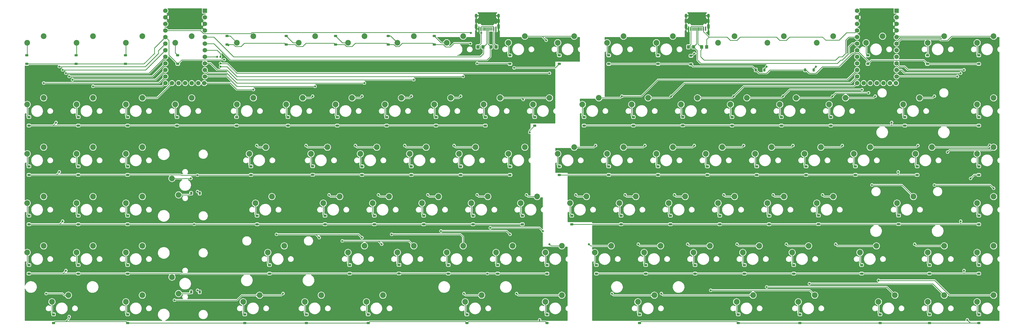
<source format=gbr>
%TF.GenerationSoftware,KiCad,Pcbnew,7.0.1*%
%TF.CreationDate,2023-05-04T08:54:13-07:00*%
%TF.ProjectId,split-kb,73706c69-742d-46b6-922e-6b696361645f,rev?*%
%TF.SameCoordinates,Original*%
%TF.FileFunction,Copper,L2,Bot*%
%TF.FilePolarity,Positive*%
%FSLAX46Y46*%
G04 Gerber Fmt 4.6, Leading zero omitted, Abs format (unit mm)*
G04 Created by KiCad (PCBNEW 7.0.1) date 2023-05-04 08:54:13*
%MOMM*%
%LPD*%
G01*
G04 APERTURE LIST*
G04 Aperture macros list*
%AMRoundRect*
0 Rectangle with rounded corners*
0 $1 Rounding radius*
0 $2 $3 $4 $5 $6 $7 $8 $9 X,Y pos of 4 corners*
0 Add a 4 corners polygon primitive as box body*
4,1,4,$2,$3,$4,$5,$6,$7,$8,$9,$2,$3,0*
0 Add four circle primitives for the rounded corners*
1,1,$1+$1,$2,$3*
1,1,$1+$1,$4,$5*
1,1,$1+$1,$6,$7*
1,1,$1+$1,$8,$9*
0 Add four rect primitives between the rounded corners*
20,1,$1+$1,$2,$3,$4,$5,0*
20,1,$1+$1,$4,$5,$6,$7,0*
20,1,$1+$1,$6,$7,$8,$9,0*
20,1,$1+$1,$8,$9,$2,$3,0*%
G04 Aperture macros list end*
%TA.AperFunction,ComponentPad*%
%ADD10C,2.200000*%
%TD*%
%TA.AperFunction,SMDPad,CuDef*%
%ADD11RoundRect,0.225000X0.375000X-0.225000X0.375000X0.225000X-0.375000X0.225000X-0.375000X-0.225000X0*%
%TD*%
%TA.AperFunction,SMDPad,CuDef*%
%ADD12RoundRect,0.225000X0.225000X0.375000X-0.225000X0.375000X-0.225000X-0.375000X0.225000X-0.375000X0*%
%TD*%
%TA.AperFunction,ComponentPad*%
%ADD13R,1.752600X1.752600*%
%TD*%
%TA.AperFunction,ComponentPad*%
%ADD14C,1.752600*%
%TD*%
%TA.AperFunction,SMDPad,CuDef*%
%ADD15R,0.600000X1.450000*%
%TD*%
%TA.AperFunction,SMDPad,CuDef*%
%ADD16R,0.300000X1.450000*%
%TD*%
%TA.AperFunction,ComponentPad*%
%ADD17O,1.000000X1.600000*%
%TD*%
%TA.AperFunction,ComponentPad*%
%ADD18O,1.000000X2.100000*%
%TD*%
%TA.AperFunction,SMDPad,CuDef*%
%ADD19RoundRect,0.225000X-0.225000X-0.375000X0.225000X-0.375000X0.225000X0.375000X-0.225000X0.375000X0*%
%TD*%
%TA.AperFunction,SMDPad,CuDef*%
%ADD20RoundRect,0.250000X-0.350000X-0.450000X0.350000X-0.450000X0.350000X0.450000X-0.350000X0.450000X0*%
%TD*%
%TA.AperFunction,SMDPad,CuDef*%
%ADD21RoundRect,0.250000X0.350000X0.450000X-0.350000X0.450000X-0.350000X-0.450000X0.350000X-0.450000X0*%
%TD*%
%TA.AperFunction,ViaPad*%
%ADD22C,0.800000*%
%TD*%
%TA.AperFunction,Conductor*%
%ADD23C,0.254000*%
%TD*%
G04 APERTURE END LIST*
D10*
%TO.P,MX97,1,COL*%
%TO.N,/right_pcb/col6*%
X419258750Y-245745000D03*
%TO.P,MX97,2,ROW*%
%TO.N,Net-(D100-A)*%
X412908750Y-248285000D03*
%TD*%
%TO.P,MX61,1,COL*%
%TO.N,/right_pcb/col0*%
X304958750Y-245745000D03*
%TO.P,MX61,2,ROW*%
%TO.N,Net-(D64-A)*%
X298608750Y-248285000D03*
%TD*%
%TO.P,MX39,1,COL*%
%TO.N,/left_pcb/col5*%
X231140000Y-302895000D03*
%TO.P,MX39,2,ROW*%
%TO.N,Net-(D42-A)*%
X224790000Y-305435000D03*
%TD*%
%TO.P,MX80,1,COL*%
%TO.N,/right_pcb/col3*%
X366871250Y-264795000D03*
%TO.P,MX80,2,ROW*%
%TO.N,Net-(D83-A)*%
X360521250Y-267335000D03*
%TD*%
%TO.P,MX11,1,COL*%
%TO.N,/left_pcb/col1*%
X119221250Y-283845000D03*
%TO.P,MX11,2,ROW*%
%TO.N,Net-(D14-A)*%
X112871250Y-286385000D03*
%TD*%
%TO.P,MX67,1,COL*%
%TO.N,/right_pcb/col1*%
X324008750Y-245745000D03*
%TO.P,MX67,2,ROW*%
%TO.N,Net-(D70-A)*%
X317658750Y-248285000D03*
%TD*%
%TO.P,MX5,1,COL*%
%TO.N,/left_pcb/col0*%
X100171250Y-283845000D03*
%TO.P,MX5,2,ROW*%
%TO.N,Net-(D8-A)*%
X93821250Y-286385000D03*
%TD*%
%TO.P,MX102,1,COL*%
%TO.N,/right_pcb/col7*%
X443071250Y-245745000D03*
%TO.P,MX102,2,ROW*%
%TO.N,Net-(D105-A)*%
X436721250Y-248285000D03*
%TD*%
%TO.P,MX21,1,COL*%
%TO.N,/left_pcb/col3*%
X149701250Y-295910000D03*
%TO.P,MX21,2,ROW*%
%TO.N,Net-(D24-A)*%
X152241250Y-302260000D03*
%TD*%
%TO.P,MX71,1,COL*%
%TO.N,/right_pcb/col2*%
X366871250Y-202882500D03*
%TO.P,MX71,2,ROW*%
%TO.N,Net-(D74-A)*%
X360521250Y-205422500D03*
%TD*%
%TO.P,MX104,1,COL*%
%TO.N,/right_pcb/col7*%
X466883750Y-283845000D03*
%TO.P,MX104,2,ROW*%
%TO.N,Net-(D107-A)*%
X460533750Y-286385000D03*
%TD*%
%TO.P,MX63,1,COL*%
%TO.N,/right_pcb/col0*%
X319246250Y-283845000D03*
%TO.P,MX63,2,ROW*%
%TO.N,Net-(D66-A)*%
X312896250Y-286385000D03*
%TD*%
%TO.P,MX84,1,COL*%
%TO.N,/right_pcb/col4*%
X390683750Y-226695000D03*
%TO.P,MX84,2,ROW*%
%TO.N,Net-(D87-A)*%
X384333750Y-229235000D03*
%TD*%
%TO.P,MX23,1,COL*%
%TO.N,/left_pcb/col4*%
X181133750Y-226695000D03*
%TO.P,MX23,2,ROW*%
%TO.N,Net-(D26-A)*%
X174783750Y-229235000D03*
%TD*%
%TO.P,MX32,1,COL*%
%TO.N,/left_pcb/col4*%
X223996250Y-283845000D03*
%TO.P,MX32,2,ROW*%
%TO.N,Net-(D35-A)*%
X217646250Y-286385000D03*
%TD*%
%TO.P,MX41,1,COL*%
%TO.N,/left_pcb/col7*%
X238283750Y-226695000D03*
%TO.P,MX41,2,ROW*%
%TO.N,Net-(D44-A)*%
X231933750Y-229235000D03*
%TD*%
%TO.P,MX77,1,COL*%
%TO.N,/right_pcb/col3*%
X385921250Y-202882500D03*
%TO.P,MX77,2,ROW*%
%TO.N,Net-(D80-A)*%
X379571250Y-205422500D03*
%TD*%
%TO.P,MX22,1,COL*%
%TO.N,/left_pcb/col4*%
X181133750Y-202882500D03*
%TO.P,MX22,2,ROW*%
%TO.N,Net-(D25-A)*%
X174783750Y-205422500D03*
%TD*%
%TO.P,MX95,1,COL*%
%TO.N,/right_pcb/col6*%
X447833750Y-202882500D03*
%TO.P,MX95,2,ROW*%
%TO.N,Net-(D98-A)*%
X441483750Y-205422500D03*
%TD*%
%TO.P,MX4,1,COL*%
%TO.N,/left_pcb/col0*%
X100171250Y-264795000D03*
%TO.P,MX4,2,ROW*%
%TO.N,Net-(D7-A)*%
X93821250Y-267335000D03*
%TD*%
%TO.P,MX53,1,COL*%
%TO.N,/left_pcb/col9*%
X276383750Y-226695000D03*
%TO.P,MX53,2,ROW*%
%TO.N,Net-(D56-A)*%
X270033750Y-229235000D03*
%TD*%
%TO.P,MX7,1,COL*%
%TO.N,/left_pcb/col1*%
X119221250Y-202882500D03*
%TO.P,MX7,2,ROW*%
%TO.N,Net-(D10-A)*%
X112871250Y-205422500D03*
%TD*%
%TO.P,MX37,1,COL*%
%TO.N,/left_pcb/col6*%
X233521250Y-264795000D03*
%TO.P,MX37,2,ROW*%
%TO.N,Net-(D40-A)*%
X227171250Y-267335000D03*
%TD*%
%TO.P,MX68,1,COL*%
%TO.N,/right_pcb/col1*%
X328771250Y-264795000D03*
%TO.P,MX68,2,ROW*%
%TO.N,Net-(D71-A)*%
X322421250Y-267335000D03*
%TD*%
%TO.P,MX33,1,COL*%
%TO.N,/left_pcb/col4*%
X207327500Y-302895000D03*
%TO.P,MX33,2,ROW*%
%TO.N,Net-(D36-A)*%
X200977500Y-305435000D03*
%TD*%
%TO.P,MX10,1,COL*%
%TO.N,/left_pcb/col1*%
X119221250Y-264795000D03*
%TO.P,MX10,2,ROW*%
%TO.N,Net-(D13-A)*%
X112871250Y-267335000D03*
%TD*%
%TO.P,MX48,1,COL*%
%TO.N,/left_pcb/col8*%
X266858750Y-245745000D03*
%TO.P,MX48,2,ROW*%
%TO.N,Net-(D51-A)*%
X260508750Y-248285000D03*
%TD*%
%TO.P,MX58,1,COL*%
%TO.N,/left_pcb/col9*%
X295433750Y-226695000D03*
%TO.P,MX58,2,ROW*%
%TO.N,Net-(D61-A)*%
X289083750Y-229235000D03*
%TD*%
%TO.P,MX93,1,COL*%
%TO.N,/right_pcb/col5*%
X421640000Y-283845000D03*
%TO.P,MX93,2,ROW*%
%TO.N,Net-(D96-A)*%
X415290000Y-286385000D03*
%TD*%
%TO.P,MX28,1,COL*%
%TO.N,/left_pcb/col5*%
X204946250Y-202882500D03*
%TO.P,MX28,2,ROW*%
%TO.N,Net-(D31-A)*%
X198596250Y-205422500D03*
%TD*%
%TO.P,MX25,1,COL*%
%TO.N,/left_pcb/col4*%
X188277500Y-264795000D03*
%TO.P,MX25,2,ROW*%
%TO.N,Net-(D28-A)*%
X181927500Y-267335000D03*
%TD*%
%TO.P,MX14,1,COL*%
%TO.N,/left_pcb/col2*%
X138271250Y-245745000D03*
%TO.P,MX14,2,ROW*%
%TO.N,Net-(D17-A)*%
X131921250Y-248285000D03*
%TD*%
%TO.P,MX29,1,COL*%
%TO.N,/left_pcb/col5*%
X200183750Y-226695000D03*
%TO.P,MX29,2,ROW*%
%TO.N,Net-(D32-A)*%
X193833750Y-229235000D03*
%TD*%
%TO.P,MX103,1,COL*%
%TO.N,/right_pcb/col7*%
X466883750Y-264795000D03*
%TO.P,MX103,2,ROW*%
%TO.N,Net-(D106-A)*%
X460533750Y-267335000D03*
%TD*%
%TO.P,MX12,1,COL*%
%TO.N,/left_pcb/col2*%
X138271250Y-202882500D03*
%TO.P,MX12,2,ROW*%
%TO.N,Net-(D15-A)*%
X131921250Y-205422500D03*
%TD*%
%TO.P,MX24,1,COL*%
%TO.N,/left_pcb/col4*%
X185896250Y-245745000D03*
%TO.P,MX24,2,ROW*%
%TO.N,Net-(D27-A)*%
X179546250Y-248285000D03*
%TD*%
%TO.P,MX90,1,COL*%
%TO.N,/right_pcb/col5*%
X409733750Y-226695000D03*
%TO.P,MX90,2,ROW*%
%TO.N,Net-(D93-A)*%
X403383750Y-229235000D03*
%TD*%
%TO.P,MX52,1,COL*%
%TO.N,/left_pcb/col9*%
X285908750Y-202882500D03*
%TO.P,MX52,2,ROW*%
%TO.N,Net-(D55-A)*%
X279558750Y-205422500D03*
%TD*%
%TO.P,MX69,1,COL*%
%TO.N,/right_pcb/col1*%
X338296250Y-283845000D03*
%TO.P,MX69,2,ROW*%
%TO.N,Net-(D72-A)*%
X331946250Y-286385000D03*
%TD*%
%TO.P,MX101,1,COL*%
%TO.N,/right_pcb/col7*%
X466883750Y-226695000D03*
%TO.P,MX101,2,ROW*%
%TO.N,Net-(D104-A)*%
X460533750Y-229235000D03*
%TD*%
%TO.P,MX56,1,COL*%
%TO.N,/left_pcb/col8*%
X300196250Y-283845000D03*
%TO.P,MX56,2,ROW*%
%TO.N,Net-(D59-A)*%
X293846250Y-286385000D03*
%TD*%
%TO.P,MX2,1,COL*%
%TO.N,/left_pcb/col0*%
X100171250Y-226695000D03*
%TO.P,MX2,2,ROW*%
%TO.N,Net-(D5-A)*%
X93821250Y-229235000D03*
%TD*%
%TO.P,MX51,1,COL*%
%TO.N,/left_pcb/col7*%
X300196250Y-302895000D03*
%TO.P,MX51,2,ROW*%
%TO.N,Net-(D54-A)*%
X293846250Y-305435000D03*
%TD*%
%TO.P,MX6,1,COL*%
%TO.N,/left_pcb/col0*%
X109696250Y-302895000D03*
%TO.P,MX6,2,ROW*%
%TO.N,Net-(D9-A)*%
X103346250Y-305435000D03*
%TD*%
%TO.P,MX75,1,COL*%
%TO.N,/right_pcb/col2*%
X357346250Y-283845000D03*
%TO.P,MX75,2,ROW*%
%TO.N,Net-(D78-A)*%
X350996250Y-286385000D03*
%TD*%
%TO.P,MX62,1,COL*%
%TO.N,/right_pcb/col0*%
X309721250Y-264795000D03*
%TO.P,MX62,2,ROW*%
%TO.N,Net-(D65-A)*%
X303371250Y-267335000D03*
%TD*%
%TO.P,MX49,1,COL*%
%TO.N,/left_pcb/col8*%
X271621250Y-264795000D03*
%TO.P,MX49,2,ROW*%
%TO.N,Net-(D52-A)*%
X265271250Y-267335000D03*
%TD*%
%TO.P,MX40,1,COL*%
%TO.N,/left_pcb/col7*%
X243046250Y-202882500D03*
%TO.P,MX40,2,ROW*%
%TO.N,Net-(D43-A)*%
X236696250Y-205422500D03*
%TD*%
%TO.P,MX60,1,COL*%
%TO.N,/right_pcb/col0*%
X314483750Y-226695000D03*
%TO.P,MX60,2,ROW*%
%TO.N,Net-(D63-A)*%
X308133750Y-229235000D03*
%TD*%
%TO.P,MX64,1,COL*%
%TO.N,/right_pcb/col0*%
X335915000Y-302895000D03*
%TO.P,MX64,2,ROW*%
%TO.N,Net-(D67-A)*%
X329565000Y-305435000D03*
%TD*%
%TO.P,MX1,1,COL*%
%TO.N,/left_pcb/col0*%
X100171250Y-202882500D03*
%TO.P,MX1,2,ROW*%
%TO.N,Net-(D4-A)*%
X93821250Y-205422500D03*
%TD*%
%TO.P,MX27,1,COL*%
%TO.N,/left_pcb/col3*%
X183515000Y-302895000D03*
%TO.P,MX27,2,ROW*%
%TO.N,Net-(D30-A)*%
X177165000Y-305435000D03*
%TD*%
%TO.P,MX19,1,COL*%
%TO.N,/left_pcb/col3*%
X157321250Y-226695000D03*
%TO.P,MX19,2,ROW*%
%TO.N,Net-(D22-A)*%
X150971250Y-229235000D03*
%TD*%
%TO.P,MX44,1,COL*%
%TO.N,/left_pcb/col6*%
X262096250Y-283845000D03*
%TO.P,MX44,2,ROW*%
%TO.N,Net-(D47-A)*%
X255746250Y-286385000D03*
%TD*%
%TO.P,MX57,1,COL*%
%TO.N,/left_pcb/col9*%
X304958750Y-202882500D03*
%TO.P,MX57,2,ROW*%
%TO.N,Net-(D60-A)*%
X298608750Y-205422500D03*
%TD*%
%TO.P,MX26,1,COL*%
%TO.N,/left_pcb/col3*%
X193040000Y-283845000D03*
%TO.P,MX26,2,ROW*%
%TO.N,Net-(D29-A)*%
X186690000Y-286385000D03*
%TD*%
%TO.P,MX30,1,COL*%
%TO.N,/left_pcb/col5*%
X209708750Y-245745000D03*
%TO.P,MX30,2,ROW*%
%TO.N,Net-(D33-A)*%
X203358750Y-248285000D03*
%TD*%
%TO.P,MX3,1,COL*%
%TO.N,/left_pcb/col0*%
X100171250Y-245745000D03*
%TO.P,MX3,2,ROW*%
%TO.N,Net-(D6-A)*%
X93821250Y-248285000D03*
%TD*%
%TO.P,MX9,1,COL*%
%TO.N,/left_pcb/col1*%
X119221250Y-245745000D03*
%TO.P,MX9,2,ROW*%
%TO.N,Net-(D12-A)*%
X112871250Y-248285000D03*
%TD*%
%TO.P,MX54,1,COL*%
%TO.N,/left_pcb/col9*%
X285908750Y-245745000D03*
%TO.P,MX54,2,ROW*%
%TO.N,Net-(D57-A)*%
X279558750Y-248285000D03*
%TD*%
%TO.P,MX46,1,COL*%
%TO.N,/left_pcb/col8*%
X262096250Y-202882500D03*
%TO.P,MX46,2,ROW*%
%TO.N,Net-(D49-A)*%
X255746250Y-205422500D03*
%TD*%
%TO.P,MX82,1,COL*%
%TO.N,/right_pcb/col3*%
X428783750Y-302895000D03*
%TO.P,MX82,2,ROW*%
%TO.N,Net-(D85-A)*%
X422433750Y-305435000D03*
%TD*%
%TO.P,MX79,1,COL*%
%TO.N,/right_pcb/col3*%
X362108750Y-245745000D03*
%TO.P,MX79,2,ROW*%
%TO.N,Net-(D82-A)*%
X355758750Y-248285000D03*
%TD*%
%TO.P,MX94,1,COL*%
%TO.N,/right_pcb/col5*%
X466883750Y-302895000D03*
%TO.P,MX94,2,ROW*%
%TO.N,Net-(D97-A)*%
X460533750Y-305435000D03*
%TD*%
%TO.P,MX81,1,COL*%
%TO.N,/right_pcb/col3*%
X376396250Y-283845000D03*
%TO.P,MX81,2,ROW*%
%TO.N,Net-(D84-A)*%
X370046250Y-286385000D03*
%TD*%
%TO.P,MX88,1,COL*%
%TO.N,/right_pcb/col4*%
X447833750Y-302895000D03*
%TO.P,MX88,2,ROW*%
%TO.N,Net-(D91-A)*%
X441483750Y-305435000D03*
%TD*%
%TO.P,MX35,1,COL*%
%TO.N,/left_pcb/col6*%
X219233750Y-226695000D03*
%TO.P,MX35,2,ROW*%
%TO.N,Net-(D38-A)*%
X212883750Y-229235000D03*
%TD*%
%TO.P,MX99,1,COL*%
%TO.N,/right_pcb/col6*%
X447833750Y-283845000D03*
%TO.P,MX99,2,ROW*%
%TO.N,Net-(D102-A)*%
X441483750Y-286385000D03*
%TD*%
%TO.P,MX43,1,COL*%
%TO.N,/left_pcb/col7*%
X252571250Y-264795000D03*
%TO.P,MX43,2,ROW*%
%TO.N,Net-(D46-A)*%
X246221250Y-267335000D03*
%TD*%
%TO.P,MX87,1,COL*%
%TO.N,/right_pcb/col4*%
X395446250Y-283845000D03*
%TO.P,MX87,2,ROW*%
%TO.N,Net-(D90-A)*%
X389096250Y-286385000D03*
%TD*%
%TO.P,MX76,1,COL*%
%TO.N,/right_pcb/col2*%
X397827500Y-302895000D03*
%TO.P,MX76,2,ROW*%
%TO.N,Net-(D79-A)*%
X391477500Y-305435000D03*
%TD*%
%TO.P,MX59,1,COL*%
%TO.N,/right_pcb/col0*%
X324008750Y-202882500D03*
%TO.P,MX59,2,ROW*%
%TO.N,Net-(D62-A)*%
X317658750Y-205422500D03*
%TD*%
%TO.P,MX92,1,COL*%
%TO.N,/right_pcb/col5*%
X404971250Y-264795000D03*
%TO.P,MX92,2,ROW*%
%TO.N,Net-(D95-A)*%
X398621250Y-267335000D03*
%TD*%
%TO.P,MX50,1,COL*%
%TO.N,/left_pcb/col7*%
X281146250Y-283845000D03*
%TO.P,MX50,2,ROW*%
%TO.N,Net-(D53-A)*%
X274796250Y-286385000D03*
%TD*%
%TO.P,MX38,1,COL*%
%TO.N,/left_pcb/col5*%
X243046250Y-283845000D03*
%TO.P,MX38,2,ROW*%
%TO.N,Net-(D41-A)*%
X236696250Y-286385000D03*
%TD*%
%TO.P,MX74,1,COL*%
%TO.N,/right_pcb/col2*%
X347821250Y-264795000D03*
%TO.P,MX74,2,ROW*%
%TO.N,Net-(D77-A)*%
X341471250Y-267335000D03*
%TD*%
%TO.P,MX34,1,COL*%
%TO.N,/left_pcb/col6*%
X223996250Y-202882500D03*
%TO.P,MX34,2,ROW*%
%TO.N,Net-(D37-A)*%
X217646250Y-205422500D03*
%TD*%
%TO.P,MX55,1,COL*%
%TO.N,/left_pcb/col9*%
X290671250Y-264795000D03*
%TO.P,MX55,2,ROW*%
%TO.N,Net-(D58-A)*%
X284321250Y-267335000D03*
%TD*%
%TO.P,MX42,1,COL*%
%TO.N,/left_pcb/col7*%
X247808750Y-245745000D03*
%TO.P,MX42,2,ROW*%
%TO.N,Net-(D45-A)*%
X241458750Y-248285000D03*
%TD*%
%TO.P,MX66,1,COL*%
%TO.N,/right_pcb/col1*%
X333533750Y-226695000D03*
%TO.P,MX66,2,ROW*%
%TO.N,Net-(D69-A)*%
X327183750Y-229235000D03*
%TD*%
%TO.P,MX47,1,COL*%
%TO.N,/left_pcb/col8*%
X257333750Y-226695000D03*
%TO.P,MX47,2,ROW*%
%TO.N,Net-(D50-A)*%
X250983750Y-229235000D03*
%TD*%
%TO.P,MX72,1,COL*%
%TO.N,/right_pcb/col2*%
X352583750Y-226695000D03*
%TO.P,MX72,2,ROW*%
%TO.N,Net-(D75-A)*%
X346233750Y-229235000D03*
%TD*%
%TO.P,MX78,1,COL*%
%TO.N,/right_pcb/col3*%
X371633750Y-226695000D03*
%TO.P,MX78,2,ROW*%
%TO.N,Net-(D81-A)*%
X365283750Y-229235000D03*
%TD*%
%TO.P,MX65,1,COL*%
%TO.N,/right_pcb/col1*%
X343058750Y-202882500D03*
%TO.P,MX65,2,ROW*%
%TO.N,Net-(D68-A)*%
X336708750Y-205422500D03*
%TD*%
%TO.P,MX105,1,COL*%
%TO.N,/right_pcb/col6*%
X466883750Y-245745000D03*
%TO.P,MX105,2,ROW*%
%TO.N,Net-(D108-A)*%
X460533750Y-248285000D03*
%TD*%
%TO.P,MX73,1,COL*%
%TO.N,/right_pcb/col2*%
X343058750Y-245745000D03*
%TO.P,MX73,2,ROW*%
%TO.N,Net-(D76-A)*%
X336708750Y-248285000D03*
%TD*%
%TO.P,MX98,1,COL*%
%TO.N,/right_pcb/col6*%
X435927500Y-264795000D03*
%TO.P,MX98,2,ROW*%
%TO.N,Net-(D101-A)*%
X429577500Y-267335000D03*
%TD*%
%TO.P,MX86,1,COL*%
%TO.N,/right_pcb/col4*%
X385921250Y-264795000D03*
%TO.P,MX86,2,ROW*%
%TO.N,Net-(D89-A)*%
X379571250Y-267335000D03*
%TD*%
%TO.P,MX83,1,COL*%
%TO.N,/right_pcb/col4*%
X404971250Y-202882500D03*
%TO.P,MX83,2,ROW*%
%TO.N,Net-(D86-A)*%
X398621250Y-205422500D03*
%TD*%
%TO.P,MX70,1,COL*%
%TO.N,/right_pcb/col1*%
X374015000Y-302895000D03*
%TO.P,MX70,2,ROW*%
%TO.N,Net-(D73-A)*%
X367665000Y-305435000D03*
%TD*%
%TO.P,MX36,1,COL*%
%TO.N,/left_pcb/col6*%
X228758750Y-245745000D03*
%TO.P,MX36,2,ROW*%
%TO.N,Net-(D39-A)*%
X222408750Y-248285000D03*
%TD*%
%TO.P,MX13,1,COL*%
%TO.N,/left_pcb/col2*%
X138271250Y-226695000D03*
%TO.P,MX13,2,ROW*%
%TO.N,Net-(D16-A)*%
X131921250Y-229235000D03*
%TD*%
%TO.P,MX17,1,COL*%
%TO.N,/left_pcb/col2*%
X138271250Y-302895000D03*
%TO.P,MX17,2,ROW*%
%TO.N,Net-(D20-A)*%
X131921250Y-305435000D03*
%TD*%
%TO.P,MX89,1,COL*%
%TO.N,/right_pcb/col5*%
X424021250Y-202882500D03*
%TO.P,MX89,2,ROW*%
%TO.N,Net-(D92-A)*%
X417671250Y-205422500D03*
%TD*%
%TO.P,MX15,1,COL*%
%TO.N,/left_pcb/col2*%
X138271250Y-264795000D03*
%TO.P,MX15,2,ROW*%
%TO.N,Net-(D18-A)*%
X131921250Y-267335000D03*
%TD*%
%TO.P,MX100,1,COL*%
%TO.N,/right_pcb/col7*%
X466883750Y-202882500D03*
%TO.P,MX100,2,ROW*%
%TO.N,Net-(D103-A)*%
X460533750Y-205422500D03*
%TD*%
%TO.P,MX91,1,COL*%
%TO.N,/right_pcb/col5*%
X400208750Y-245745000D03*
%TO.P,MX91,2,ROW*%
%TO.N,Net-(D94-A)*%
X393858750Y-248285000D03*
%TD*%
%TO.P,MX8,1,COL*%
%TO.N,/left_pcb/col1*%
X119221250Y-226695000D03*
%TO.P,MX8,2,ROW*%
%TO.N,Net-(D11-A)*%
X112871250Y-229235000D03*
%TD*%
%TO.P,MX16,1,COL*%
%TO.N,/left_pcb/col2*%
X138271250Y-283845000D03*
%TO.P,MX16,2,ROW*%
%TO.N,Net-(D19-A)*%
X131921250Y-286385000D03*
%TD*%
%TO.P,MX20,1,COL*%
%TO.N,/left_pcb/col3*%
X149701250Y-257810000D03*
%TO.P,MX20,2,ROW*%
%TO.N,Net-(D23-A)*%
X152241250Y-264160000D03*
%TD*%
%TO.P,MX96,1,COL*%
%TO.N,/right_pcb/col6*%
X438308750Y-226695000D03*
%TO.P,MX96,2,ROW*%
%TO.N,Net-(D99-A)*%
X431958750Y-229235000D03*
%TD*%
%TO.P,MX85,1,COL*%
%TO.N,/right_pcb/col4*%
X381158750Y-245745000D03*
%TO.P,MX85,2,ROW*%
%TO.N,Net-(D88-A)*%
X374808750Y-248285000D03*
%TD*%
%TO.P,MX18,1,COL*%
%TO.N,/left_pcb/col3*%
X157321250Y-202882500D03*
%TO.P,MX18,2,ROW*%
%TO.N,Net-(D21-A)*%
X150971250Y-205422500D03*
%TD*%
%TO.P,MX31,1,COL*%
%TO.N,/left_pcb/col5*%
X214471250Y-264795000D03*
%TO.P,MX31,2,ROW*%
%TO.N,Net-(D34-A)*%
X208121250Y-267335000D03*
%TD*%
%TO.P,MX45,1,COL*%
%TO.N,/left_pcb/col6*%
X269240000Y-302895000D03*
%TO.P,MX45,2,ROW*%
%TO.N,Net-(D48-A)*%
X262890000Y-305435000D03*
%TD*%
D11*
%TO.P,D41,1,K*%
%TO.N,/left_pcb/row4*%
X237331250Y-294481250D03*
%TO.P,D41,2,A*%
%TO.N,Net-(D41-A)*%
X237331250Y-291181250D03*
%TD*%
%TO.P,D53,1,K*%
%TO.N,/left_pcb/row4*%
X275431250Y-294543750D03*
%TO.P,D53,2,A*%
%TO.N,Net-(D53-A)*%
X275431250Y-291243750D03*
%TD*%
%TO.P,D83,1,K*%
%TO.N,/right_pcb/row3*%
X361156250Y-275493750D03*
%TO.P,D83,2,A*%
%TO.N,Net-(D83-A)*%
X361156250Y-272193750D03*
%TD*%
D12*
%TO.P,D23,1,K*%
%TO.N,/left_pcb/row2*%
X160400000Y-263525000D03*
%TO.P,D23,2,A*%
%TO.N,Net-(D23-A)*%
X157100000Y-263525000D03*
%TD*%
D11*
%TO.P,D108,1,K*%
%TO.N,/right_pcb/row5*%
X461168750Y-256443750D03*
%TO.P,D108,2,A*%
%TO.N,Net-(D108-A)*%
X461168750Y-253143750D03*
%TD*%
%TO.P,D51,1,K*%
%TO.N,/left_pcb/row2*%
X261143750Y-256443750D03*
%TO.P,D51,2,A*%
%TO.N,Net-(D51-A)*%
X261143750Y-253143750D03*
%TD*%
%TO.P,D52,1,K*%
%TO.N,/left_pcb/row3*%
X265906250Y-275493750D03*
%TO.P,D52,2,A*%
%TO.N,Net-(D52-A)*%
X265906250Y-272193750D03*
%TD*%
%TO.P,D39,1,K*%
%TO.N,/left_pcb/row2*%
X223043750Y-256443750D03*
%TO.P,D39,2,A*%
%TO.N,Net-(D39-A)*%
X223043750Y-253143750D03*
%TD*%
%TO.P,D13,1,K*%
%TO.N,/left_pcb/row3*%
X113506250Y-275493750D03*
%TO.P,D13,2,A*%
%TO.N,Net-(D13-A)*%
X113506250Y-272193750D03*
%TD*%
%TO.P,D40,1,K*%
%TO.N,/left_pcb/row3*%
X227806250Y-275493750D03*
%TO.P,D40,2,A*%
%TO.N,Net-(D40-A)*%
X227806250Y-272193750D03*
%TD*%
%TO.P,D48,1,K*%
%TO.N,/left_pcb/row5*%
X263525000Y-313593750D03*
%TO.P,D48,2,A*%
%TO.N,Net-(D48-A)*%
X263525000Y-310293750D03*
%TD*%
%TO.P,D69,1,K*%
%TO.N,/right_pcb/row1*%
X327818750Y-237393750D03*
%TO.P,D69,2,A*%
%TO.N,Net-(D69-A)*%
X327818750Y-234093750D03*
%TD*%
D13*
%TO.P,U1,1,TX0/PD3*%
%TO.N,unconnected-(U1-TX0{slash}PD3-Pad1)*%
X162401250Y-193040000D03*
D14*
%TO.P,U1,2,RX1/PD2*%
%TO.N,unconnected-(U1-RX1{slash}PD2-Pad2)*%
X162401250Y-195580000D03*
%TO.P,U1,3,GND*%
%TO.N,GND*%
X162401250Y-198120000D03*
%TO.P,U1,4,GND*%
X162401250Y-200660000D03*
%TO.P,U1,5,2/PD1*%
%TO.N,/left_pcb/SDA*%
X162401250Y-203200000D03*
%TO.P,U1,6,3/PD0*%
%TO.N,/left_pcb/SCL*%
X162401250Y-205740000D03*
%TO.P,U1,7,4/PD4*%
%TO.N,/left_pcb/col9*%
X162401250Y-208280000D03*
%TO.P,U1,8,5/PC6*%
%TO.N,/left_pcb/col8*%
X162401250Y-210820000D03*
%TO.P,U1,9,6/PD7*%
%TO.N,/left_pcb/col7*%
X162401250Y-213360000D03*
%TO.P,U1,10,7/PE6*%
%TO.N,/left_pcb/col6*%
X162401250Y-215900000D03*
%TO.P,U1,11,8/PB4*%
%TO.N,/left_pcb/col5*%
X162401250Y-218440000D03*
%TO.P,U1,12,9/PB5*%
%TO.N,/left_pcb/col4*%
X162172650Y-220980000D03*
%TO.P,U1,13,10/PB6*%
%TO.N,/left_pcb/col1*%
X147161250Y-220980000D03*
%TO.P,U1,14,16/PB2*%
%TO.N,/left_pcb/col0*%
X147161250Y-218440000D03*
%TO.P,U1,15,14/PB3*%
%TO.N,/left_pcb/row5*%
X147161250Y-215900000D03*
%TO.P,U1,16,15/PB1*%
%TO.N,/left_pcb/row4*%
X147161250Y-213360000D03*
%TO.P,U1,17,A0/PF7*%
%TO.N,/left_pcb/row3*%
X147161250Y-210820000D03*
%TO.P,U1,18,A1/PF6*%
%TO.N,/left_pcb/row2*%
X147161250Y-208280000D03*
%TO.P,U1,19,A2/PF5*%
%TO.N,/left_pcb/row1*%
X147161250Y-205740000D03*
%TO.P,U1,20,A3/PF4*%
%TO.N,/left_pcb/row0*%
X147161250Y-203200000D03*
%TO.P,U1,21,VCC*%
%TO.N,+3.3V*%
X147161250Y-200660000D03*
%TO.P,U1,22,RST*%
%TO.N,unconnected-(U1-RST-Pad22)*%
X147161250Y-198120000D03*
%TO.P,U1,23,GND*%
%TO.N,GND*%
X147161250Y-195580000D03*
%TO.P,U1,24,B0*%
%TO.N,unconnected-(U1-B0-Pad24)*%
X147161250Y-193040000D03*
%TO.P,U1,25,B7*%
%TO.N,/left_pcb/led0*%
X159861250Y-220980000D03*
%TO.P,U1,26,D5*%
%TO.N,/left_pcb/led1*%
X157321250Y-220980000D03*
%TO.P,U1,27,C7*%
%TO.N,/left_pcb/led2*%
X154781250Y-220980000D03*
%TO.P,U1,28,F1*%
%TO.N,/left_pcb/col3*%
X152241250Y-220980000D03*
%TO.P,U1,29,F0*%
%TO.N,/left_pcb/col2*%
X149701250Y-220980000D03*
%TD*%
D11*
%TO.P,D30,1,K*%
%TO.N,/left_pcb/row5*%
X177800000Y-313593750D03*
%TO.P,D30,2,A*%
%TO.N,Net-(D30-A)*%
X177800000Y-310293750D03*
%TD*%
%TO.P,D8,1,K*%
%TO.N,/left_pcb/row4*%
X94456250Y-294543750D03*
%TO.P,D8,2,A*%
%TO.N,Net-(D8-A)*%
X94456250Y-291243750D03*
%TD*%
%TO.P,D88,1,K*%
%TO.N,/right_pcb/row2*%
X375443750Y-256443750D03*
%TO.P,D88,2,A*%
%TO.N,Net-(D88-A)*%
X375443750Y-253143750D03*
%TD*%
%TO.P,D84,1,K*%
%TO.N,/right_pcb/row4*%
X370681250Y-294543750D03*
%TO.P,D84,2,A*%
%TO.N,Net-(D84-A)*%
X370681250Y-291243750D03*
%TD*%
%TO.P,D107,1,K*%
%TO.N,/right_pcb/row4*%
X461168750Y-294543750D03*
%TO.P,D107,2,A*%
%TO.N,Net-(D107-A)*%
X461168750Y-291243750D03*
%TD*%
%TO.P,D63,1,K*%
%TO.N,/right_pcb/row1*%
X308768750Y-237393750D03*
%TO.P,D63,2,A*%
%TO.N,Net-(D63-A)*%
X308768750Y-234093750D03*
%TD*%
D15*
%TO.P,P2,A1,GND*%
%TO.N,GND*%
X349175000Y-200101250D03*
%TO.P,P2,A4,VBUS*%
%TO.N,+3.3V*%
X349975000Y-200101250D03*
D16*
%TO.P,P2,A5,CC*%
%TO.N,unconnected-(P2-CC-PadA5)*%
X351175000Y-200101250D03*
%TO.P,P2,A6,D+*%
%TO.N,/right_pcb/SDA*%
X352175000Y-200101250D03*
%TO.P,P2,A7,D-*%
%TO.N,/right_pcb/SCL*%
X352675000Y-200101250D03*
%TO.P,P2,A8*%
%TO.N,N/C*%
X353675000Y-200101250D03*
D15*
%TO.P,P2,A9,VBUS*%
%TO.N,+3.3V*%
X354875000Y-200101250D03*
%TO.P,P2,A12,GND*%
%TO.N,GND*%
X355675000Y-200101250D03*
%TO.P,P2,B1,GND*%
X355675000Y-200101250D03*
%TO.P,P2,B4,VBUS*%
%TO.N,+3.3V*%
X354875000Y-200101250D03*
D16*
%TO.P,P2,B5,VCONN*%
%TO.N,unconnected-(P2-VCONN-PadB5)*%
X354175000Y-200101250D03*
%TO.P,P2,B6*%
%TO.N,N/C*%
X353175000Y-200101250D03*
%TO.P,P2,B7*%
X351675000Y-200101250D03*
%TO.P,P2,B8*%
X350675000Y-200101250D03*
D15*
%TO.P,P2,B9,VBUS*%
%TO.N,+3.3V*%
X349975000Y-200101250D03*
%TO.P,P2,B12,GND*%
%TO.N,GND*%
X349175000Y-200101250D03*
D17*
%TO.P,P2,S1,SHIELD*%
X348105000Y-195006250D03*
D18*
X348105000Y-199186250D03*
D17*
X356745000Y-195006250D03*
D18*
X356745000Y-199186250D03*
%TD*%
D11*
%TO.P,D92,1,K*%
%TO.N,/right_pcb/row0*%
X418306250Y-213581250D03*
%TO.P,D92,2,A*%
%TO.N,Net-(D92-A)*%
X418306250Y-210281250D03*
%TD*%
%TO.P,D59,1,K*%
%TO.N,/left_pcb/row4*%
X294481250Y-294543750D03*
%TO.P,D59,2,A*%
%TO.N,Net-(D59-A)*%
X294481250Y-291243750D03*
%TD*%
%TO.P,D31,1,K*%
%TO.N,/left_pcb/row0*%
X193833750Y-206120000D03*
%TO.P,D31,2,A*%
%TO.N,Net-(D31-A)*%
X193833750Y-202820000D03*
%TD*%
D15*
%TO.P,P1,A1,GND*%
%TO.N,GND*%
X268212500Y-200101250D03*
%TO.P,P1,A4,VBUS*%
%TO.N,+3.3V*%
X269012500Y-200101250D03*
D16*
%TO.P,P1,A5,CC*%
%TO.N,unconnected-(P1-CC-PadA5)*%
X270212500Y-200101250D03*
%TO.P,P1,A6,D+*%
%TO.N,/left_pcb/SDA*%
X271212500Y-200101250D03*
%TO.P,P1,A7,D-*%
%TO.N,/left_pcb/SCL*%
X271712500Y-200101250D03*
%TO.P,P1,A8*%
%TO.N,N/C*%
X272712500Y-200101250D03*
D15*
%TO.P,P1,A9,VBUS*%
%TO.N,+3.3V*%
X273912500Y-200101250D03*
%TO.P,P1,A12,GND*%
%TO.N,GND*%
X274712500Y-200101250D03*
%TO.P,P1,B1,GND*%
X274712500Y-200101250D03*
%TO.P,P1,B4,VBUS*%
%TO.N,+3.3V*%
X273912500Y-200101250D03*
D16*
%TO.P,P1,B5,VCONN*%
%TO.N,unconnected-(P1-VCONN-PadB5)*%
X273212500Y-200101250D03*
%TO.P,P1,B6*%
%TO.N,N/C*%
X272212500Y-200101250D03*
%TO.P,P1,B7*%
X270712500Y-200101250D03*
%TO.P,P1,B8*%
X269712500Y-200101250D03*
D15*
%TO.P,P1,B9,VBUS*%
%TO.N,+3.3V*%
X269012500Y-200101250D03*
%TO.P,P1,B12,GND*%
%TO.N,GND*%
X268212500Y-200101250D03*
D17*
%TO.P,P1,S1,SHIELD*%
X267142500Y-195006250D03*
D18*
X267142500Y-199186250D03*
D17*
X275782500Y-195006250D03*
D18*
X275782500Y-199186250D03*
%TD*%
D11*
%TO.P,D29,1,K*%
%TO.N,/left_pcb/row4*%
X187325000Y-294543750D03*
%TO.P,D29,2,A*%
%TO.N,Net-(D29-A)*%
X187325000Y-291243750D03*
%TD*%
%TO.P,D93,1,K*%
%TO.N,/right_pcb/row1*%
X404018750Y-237393750D03*
%TO.P,D93,2,A*%
%TO.N,Net-(D93-A)*%
X404018750Y-234093750D03*
%TD*%
%TO.P,D15,1,K*%
%TO.N,/left_pcb/row0*%
X131762500Y-213581250D03*
%TO.P,D15,2,A*%
%TO.N,Net-(D15-A)*%
X131762500Y-210281250D03*
%TD*%
%TO.P,D18,1,K*%
%TO.N,/left_pcb/row3*%
X132556250Y-275493750D03*
%TO.P,D18,2,A*%
%TO.N,Net-(D18-A)*%
X132556250Y-272193750D03*
%TD*%
%TO.P,D70,1,K*%
%TO.N,/right_pcb/row2*%
X318293750Y-256443750D03*
%TO.P,D70,2,A*%
%TO.N,Net-(D70-A)*%
X318293750Y-253143750D03*
%TD*%
%TO.P,D56,1,K*%
%TO.N,/left_pcb/row1*%
X270668750Y-237393750D03*
%TO.P,D56,2,A*%
%TO.N,Net-(D56-A)*%
X270668750Y-234093750D03*
%TD*%
%TO.P,D79,1,K*%
%TO.N,/right_pcb/row5*%
X392112500Y-313593750D03*
%TO.P,D79,2,A*%
%TO.N,Net-(D79-A)*%
X392112500Y-310293750D03*
%TD*%
%TO.P,D25,1,K*%
%TO.N,/left_pcb/row0*%
X170973750Y-206120000D03*
%TO.P,D25,2,A*%
%TO.N,Net-(D25-A)*%
X170973750Y-202820000D03*
%TD*%
%TO.P,D75,1,K*%
%TO.N,/right_pcb/row1*%
X346868750Y-237331250D03*
%TO.P,D75,2,A*%
%TO.N,Net-(D75-A)*%
X346868750Y-234031250D03*
%TD*%
%TO.P,D71,1,K*%
%TO.N,/right_pcb/row3*%
X323056250Y-275493750D03*
%TO.P,D71,2,A*%
%TO.N,Net-(D71-A)*%
X323056250Y-272193750D03*
%TD*%
%TO.P,D78,1,K*%
%TO.N,/right_pcb/row4*%
X351631250Y-294543750D03*
%TO.P,D78,2,A*%
%TO.N,Net-(D78-A)*%
X351631250Y-291243750D03*
%TD*%
%TO.P,D65,1,K*%
%TO.N,/right_pcb/row3*%
X304006250Y-275493750D03*
%TO.P,D65,2,A*%
%TO.N,Net-(D65-A)*%
X304006250Y-272193750D03*
%TD*%
%TO.P,D47,1,K*%
%TO.N,/left_pcb/row4*%
X256381250Y-294543750D03*
%TO.P,D47,2,A*%
%TO.N,Net-(D47-A)*%
X256381250Y-291243750D03*
%TD*%
%TO.P,D22,1,K*%
%TO.N,/left_pcb/row1*%
X151606250Y-237393750D03*
%TO.P,D22,2,A*%
%TO.N,Net-(D22-A)*%
X151606250Y-234093750D03*
%TD*%
%TO.P,D21,1,K*%
%TO.N,/left_pcb/row0*%
X151923750Y-213581250D03*
%TO.P,D21,2,A*%
%TO.N,Net-(D21-A)*%
X151923750Y-210281250D03*
%TD*%
%TO.P,D34,1,K*%
%TO.N,/left_pcb/row3*%
X208756250Y-275493750D03*
%TO.P,D34,2,A*%
%TO.N,Net-(D34-A)*%
X208756250Y-272193750D03*
%TD*%
%TO.P,D10,1,K*%
%TO.N,/left_pcb/row0*%
X112712500Y-213581250D03*
%TO.P,D10,2,A*%
%TO.N,Net-(D10-A)*%
X112712500Y-210281250D03*
%TD*%
%TO.P,D104,1,K*%
%TO.N,/right_pcb/row1*%
X461168750Y-237393750D03*
%TO.P,D104,2,A*%
%TO.N,Net-(D104-A)*%
X461168750Y-234093750D03*
%TD*%
%TO.P,D11,1,K*%
%TO.N,/left_pcb/row1*%
X113506250Y-237393750D03*
%TO.P,D11,2,A*%
%TO.N,Net-(D11-A)*%
X113506250Y-234093750D03*
%TD*%
%TO.P,D19,1,K*%
%TO.N,/left_pcb/row4*%
X132556250Y-294543750D03*
%TO.P,D19,2,A*%
%TO.N,Net-(D19-A)*%
X132556250Y-291243750D03*
%TD*%
%TO.P,D99,1,K*%
%TO.N,/right_pcb/row1*%
X432593750Y-237393750D03*
%TO.P,D99,2,A*%
%TO.N,Net-(D99-A)*%
X432593750Y-234093750D03*
%TD*%
%TO.P,D68,1,K*%
%TO.N,/right_pcb/row0*%
X337343750Y-213581250D03*
%TO.P,D68,2,A*%
%TO.N,Net-(D68-A)*%
X337343750Y-210281250D03*
%TD*%
%TO.P,D38,1,K*%
%TO.N,/left_pcb/row1*%
X213518750Y-237393750D03*
%TO.P,D38,2,A*%
%TO.N,Net-(D38-A)*%
X213518750Y-234093750D03*
%TD*%
%TO.P,D7,1,K*%
%TO.N,/left_pcb/row3*%
X94456250Y-275493750D03*
%TO.P,D7,2,A*%
%TO.N,Net-(D7-A)*%
X94456250Y-272193750D03*
%TD*%
%TO.P,D90,1,K*%
%TO.N,/right_pcb/row4*%
X389731250Y-294543750D03*
%TO.P,D90,2,A*%
%TO.N,Net-(D90-A)*%
X389731250Y-291243750D03*
%TD*%
D19*
%TO.P,D86,1,K*%
%TO.N,/right_pcb/row0*%
X394113750Y-215900000D03*
%TO.P,D86,2,A*%
%TO.N,Net-(D86-A)*%
X397413750Y-215900000D03*
%TD*%
D11*
%TO.P,D32,1,K*%
%TO.N,/left_pcb/row1*%
X194468750Y-237393750D03*
%TO.P,D32,2,A*%
%TO.N,Net-(D32-A)*%
X194468750Y-234093750D03*
%TD*%
%TO.P,D6,1,K*%
%TO.N,/left_pcb/row2*%
X94456250Y-256443750D03*
%TO.P,D6,2,A*%
%TO.N,Net-(D6-A)*%
X94456250Y-253143750D03*
%TD*%
%TO.P,D54,1,K*%
%TO.N,/left_pcb/row5*%
X294481250Y-313593750D03*
%TO.P,D54,2,A*%
%TO.N,Net-(D54-A)*%
X294481250Y-310293750D03*
%TD*%
%TO.P,D35,1,K*%
%TO.N,/left_pcb/row4*%
X218281250Y-294543750D03*
%TO.P,D35,2,A*%
%TO.N,Net-(D35-A)*%
X218281250Y-291243750D03*
%TD*%
%TO.P,D103,1,K*%
%TO.N,/right_pcb/row0*%
X461168750Y-213581250D03*
%TO.P,D103,2,A*%
%TO.N,Net-(D103-A)*%
X461168750Y-210281250D03*
%TD*%
%TO.P,D46,1,K*%
%TO.N,/left_pcb/row3*%
X246856250Y-275493750D03*
%TO.P,D46,2,A*%
%TO.N,Net-(D46-A)*%
X246856250Y-272193750D03*
%TD*%
%TO.P,D97,1,K*%
%TO.N,/right_pcb/row5*%
X461168750Y-313593750D03*
%TO.P,D97,2,A*%
%TO.N,Net-(D97-A)*%
X461168750Y-310293750D03*
%TD*%
%TO.P,D105,1,K*%
%TO.N,/right_pcb/row2*%
X437356250Y-256443750D03*
%TO.P,D105,2,A*%
%TO.N,Net-(D105-A)*%
X437356250Y-253143750D03*
%TD*%
%TO.P,D33,1,K*%
%TO.N,/left_pcb/row2*%
X203993750Y-256381250D03*
%TO.P,D33,2,A*%
%TO.N,Net-(D33-A)*%
X203993750Y-253081250D03*
%TD*%
%TO.P,D44,1,K*%
%TO.N,/left_pcb/row1*%
X232568750Y-237393750D03*
%TO.P,D44,2,A*%
%TO.N,Net-(D44-A)*%
X232568750Y-234093750D03*
%TD*%
%TO.P,D42,1,K*%
%TO.N,/left_pcb/row5*%
X225425000Y-313593750D03*
%TO.P,D42,2,A*%
%TO.N,Net-(D42-A)*%
X225425000Y-310293750D03*
%TD*%
%TO.P,D60,1,K*%
%TO.N,/left_pcb/row4*%
X299243750Y-213581250D03*
%TO.P,D60,2,A*%
%TO.N,Net-(D60-A)*%
X299243750Y-210281250D03*
%TD*%
%TO.P,D61,1,K*%
%TO.N,/left_pcb/row5*%
X289718750Y-237393750D03*
%TO.P,D61,2,A*%
%TO.N,Net-(D61-A)*%
X289718750Y-234093750D03*
%TD*%
%TO.P,D73,1,K*%
%TO.N,/right_pcb/row5*%
X368300000Y-313593750D03*
%TO.P,D73,2,A*%
%TO.N,Net-(D73-A)*%
X368300000Y-310293750D03*
%TD*%
%TO.P,D72,1,K*%
%TO.N,/right_pcb/row4*%
X332581250Y-294543750D03*
%TO.P,D72,2,A*%
%TO.N,Net-(D72-A)*%
X332581250Y-291243750D03*
%TD*%
%TO.P,D87,1,K*%
%TO.N,/right_pcb/row1*%
X384968750Y-237393750D03*
%TO.P,D87,2,A*%
%TO.N,Net-(D87-A)*%
X384968750Y-234093750D03*
%TD*%
%TO.P,D36,1,K*%
%TO.N,/left_pcb/row5*%
X201612500Y-313593750D03*
%TO.P,D36,2,A*%
%TO.N,Net-(D36-A)*%
X201612500Y-310293750D03*
%TD*%
%TO.P,D9,1,K*%
%TO.N,/left_pcb/row5*%
X103981250Y-313593750D03*
%TO.P,D9,2,A*%
%TO.N,Net-(D9-A)*%
X103981250Y-310293750D03*
%TD*%
%TO.P,D43,1,K*%
%TO.N,/left_pcb/row0*%
X233203750Y-206120000D03*
%TO.P,D43,2,A*%
%TO.N,Net-(D43-A)*%
X233203750Y-202820000D03*
%TD*%
%TO.P,D26,1,K*%
%TO.N,/left_pcb/row1*%
X174625000Y-237393750D03*
%TO.P,D26,2,A*%
%TO.N,Net-(D26-A)*%
X174625000Y-234093750D03*
%TD*%
%TO.P,D64,1,K*%
%TO.N,/right_pcb/row2*%
X299243750Y-256443750D03*
%TO.P,D64,2,A*%
%TO.N,Net-(D64-A)*%
X299243750Y-253143750D03*
%TD*%
D12*
%TO.P,D24,1,K*%
%TO.N,/left_pcb/row3*%
X160400000Y-301625000D03*
%TO.P,D24,2,A*%
%TO.N,Net-(D24-A)*%
X157100000Y-301625000D03*
%TD*%
D11*
%TO.P,D16,1,K*%
%TO.N,/left_pcb/row1*%
X132556250Y-237393750D03*
%TO.P,D16,2,A*%
%TO.N,Net-(D16-A)*%
X132556250Y-234093750D03*
%TD*%
%TO.P,D98,1,K*%
%TO.N,/right_pcb/row0*%
X441325000Y-213581250D03*
%TO.P,D98,2,A*%
%TO.N,Net-(D98-A)*%
X441325000Y-210281250D03*
%TD*%
%TO.P,D91,1,K*%
%TO.N,/right_pcb/row5*%
X442118750Y-313593750D03*
%TO.P,D91,2,A*%
%TO.N,Net-(D91-A)*%
X442118750Y-310293750D03*
%TD*%
%TO.P,D82,1,K*%
%TO.N,/right_pcb/row2*%
X356393750Y-256443750D03*
%TO.P,D82,2,A*%
%TO.N,Net-(D82-A)*%
X356393750Y-253143750D03*
%TD*%
D20*
%TO.P,R7,1*%
%TO.N,+3.3V*%
X349043750Y-207010000D03*
%TO.P,R7,2*%
%TO.N,/right_pcb/SDA*%
X351043750Y-207010000D03*
%TD*%
D11*
%TO.P,D66,1,K*%
%TO.N,/right_pcb/row4*%
X313531250Y-294543750D03*
%TO.P,D66,2,A*%
%TO.N,Net-(D66-A)*%
X313531250Y-291243750D03*
%TD*%
%TO.P,D57,1,K*%
%TO.N,/left_pcb/row2*%
X280193750Y-256443750D03*
%TO.P,D57,2,A*%
%TO.N,Net-(D57-A)*%
X280193750Y-253143750D03*
%TD*%
%TO.P,D12,1,K*%
%TO.N,/left_pcb/row2*%
X113506250Y-256443750D03*
%TO.P,D12,2,A*%
%TO.N,Net-(D12-A)*%
X113506250Y-253143750D03*
%TD*%
%TO.P,D62,1,K*%
%TO.N,/right_pcb/row0*%
X318293750Y-213581250D03*
%TO.P,D62,2,A*%
%TO.N,Net-(D62-A)*%
X318293750Y-210281250D03*
%TD*%
%TO.P,D5,1,K*%
%TO.N,/left_pcb/row1*%
X94456250Y-237393750D03*
%TO.P,D5,2,A*%
%TO.N,Net-(D5-A)*%
X94456250Y-234093750D03*
%TD*%
%TO.P,D106,1,K*%
%TO.N,/right_pcb/row3*%
X461168750Y-275493750D03*
%TO.P,D106,2,A*%
%TO.N,Net-(D106-A)*%
X461168750Y-272193750D03*
%TD*%
%TO.P,D89,1,K*%
%TO.N,/right_pcb/row3*%
X380206250Y-275493750D03*
%TO.P,D89,2,A*%
%TO.N,Net-(D89-A)*%
X380206250Y-272193750D03*
%TD*%
D13*
%TO.P,U2,1,TX0/PD3*%
%TO.N,unconnected-(U2-TX0{slash}PD3-Pad1)*%
X429418750Y-193040000D03*
D14*
%TO.P,U2,2,RX1/PD2*%
%TO.N,unconnected-(U2-RX1{slash}PD2-Pad2)*%
X429418750Y-195580000D03*
%TO.P,U2,3,GND*%
%TO.N,GND*%
X429418750Y-198120000D03*
%TO.P,U2,4,GND*%
X429418750Y-200660000D03*
%TO.P,U2,5,2/PD1*%
%TO.N,/right_pcb/col6*%
X429418750Y-203200000D03*
%TO.P,U2,6,3/PD0*%
%TO.N,/right_pcb/col7*%
X429418750Y-205740000D03*
%TO.P,U2,7,4/PD4*%
%TO.N,unconnected-(U2-4{slash}PD4-Pad7)*%
X429418750Y-208280000D03*
%TO.P,U2,8,5/PC6*%
%TO.N,unconnected-(U2-5{slash}PC6-Pad8)*%
X429418750Y-210820000D03*
%TO.P,U2,9,6/PD7*%
%TO.N,/right_pcb/row5*%
X429418750Y-213360000D03*
%TO.P,U2,10,7/PE6*%
%TO.N,/right_pcb/row4*%
X429418750Y-215900000D03*
%TO.P,U2,11,8/PB4*%
%TO.N,/right_pcb/row3*%
X429418750Y-218440000D03*
%TO.P,U2,12,9/PB5*%
%TO.N,/right_pcb/row2*%
X429190150Y-220980000D03*
%TO.P,U2,13,10/PB6*%
%TO.N,/right_pcb/col2*%
X414178750Y-220980000D03*
%TO.P,U2,14,16/PB2*%
%TO.N,/right_pcb/col1*%
X414178750Y-218440000D03*
%TO.P,U2,15,14/PB3*%
%TO.N,/right_pcb/col0*%
X414178750Y-215900000D03*
%TO.P,U2,16,15/PB1*%
%TO.N,unconnected-(U2-15{slash}PB1-Pad16)*%
X414178750Y-213360000D03*
%TO.P,U2,17,A0/PF7*%
%TO.N,unconnected-(U2-A0{slash}PF7-Pad17)*%
X414178750Y-210820000D03*
%TO.P,U2,18,A1/PF6*%
%TO.N,/right_pcb/row0*%
X414178750Y-208280000D03*
%TO.P,U2,19,A2/PF5*%
%TO.N,/right_pcb/SDA*%
X414178750Y-205740000D03*
%TO.P,U2,20,A3/PF4*%
%TO.N,/right_pcb/SCL*%
X414178750Y-203200000D03*
%TO.P,U2,21,VCC*%
%TO.N,+3.3V*%
X414178750Y-200660000D03*
%TO.P,U2,22,RST*%
%TO.N,unconnected-(U2-RST-Pad22)*%
X414178750Y-198120000D03*
%TO.P,U2,23,GND*%
%TO.N,GND*%
X414178750Y-195580000D03*
%TO.P,U2,24,B0*%
%TO.N,unconnected-(U2-B0-Pad24)*%
X414178750Y-193040000D03*
%TO.P,U2,25,B7*%
%TO.N,/right_pcb/row1*%
X426878750Y-220980000D03*
%TO.P,U2,26,D5*%
%TO.N,unconnected-(U2-D5-Pad26)*%
X424338750Y-220980000D03*
%TO.P,U2,27,C7*%
%TO.N,/right_pcb/col5*%
X421798750Y-220980000D03*
%TO.P,U2,28,F1*%
%TO.N,/right_pcb/col4*%
X419258750Y-220980000D03*
%TO.P,U2,29,F0*%
%TO.N,/right_pcb/col3*%
X416718750Y-220980000D03*
%TD*%
D11*
%TO.P,D55,1,K*%
%TO.N,/left_pcb/row0*%
X280193750Y-213581250D03*
%TO.P,D55,2,A*%
%TO.N,Net-(D55-A)*%
X280193750Y-210281250D03*
%TD*%
%TO.P,D100,1,K*%
%TO.N,/right_pcb/row2*%
X413543750Y-256443750D03*
%TO.P,D100,2,A*%
%TO.N,Net-(D100-A)*%
X413543750Y-253143750D03*
%TD*%
%TO.P,D94,1,K*%
%TO.N,/right_pcb/row2*%
X394493750Y-256443750D03*
%TO.P,D94,2,A*%
%TO.N,Net-(D94-A)*%
X394493750Y-253143750D03*
%TD*%
%TO.P,D81,1,K*%
%TO.N,/right_pcb/row1*%
X365918750Y-237393750D03*
%TO.P,D81,2,A*%
%TO.N,Net-(D81-A)*%
X365918750Y-234093750D03*
%TD*%
%TO.P,D101,1,K*%
%TO.N,/right_pcb/row3*%
X430212500Y-275431250D03*
%TO.P,D101,2,A*%
%TO.N,Net-(D101-A)*%
X430212500Y-272131250D03*
%TD*%
%TO.P,D76,1,K*%
%TO.N,/right_pcb/row2*%
X337343750Y-256443750D03*
%TO.P,D76,2,A*%
%TO.N,Net-(D76-A)*%
X337343750Y-253143750D03*
%TD*%
%TO.P,D96,1,K*%
%TO.N,/right_pcb/row4*%
X415925000Y-294543750D03*
%TO.P,D96,2,A*%
%TO.N,Net-(D96-A)*%
X415925000Y-291243750D03*
%TD*%
%TO.P,D95,1,K*%
%TO.N,/right_pcb/row3*%
X399256250Y-275431250D03*
%TO.P,D95,2,A*%
%TO.N,Net-(D95-A)*%
X399256250Y-272131250D03*
%TD*%
%TO.P,D50,1,K*%
%TO.N,/left_pcb/row1*%
X251618750Y-237393750D03*
%TO.P,D50,2,A*%
%TO.N,Net-(D50-A)*%
X251618750Y-234093750D03*
%TD*%
%TO.P,D20,1,K*%
%TO.N,/left_pcb/row5*%
X132556250Y-313593750D03*
%TO.P,D20,2,A*%
%TO.N,Net-(D20-A)*%
X132556250Y-310293750D03*
%TD*%
D21*
%TO.P,R6,1*%
%TO.N,+3.3V*%
X356123750Y-207010000D03*
%TO.P,R6,2*%
%TO.N,/right_pcb/SCL*%
X354123750Y-207010000D03*
%TD*%
D11*
%TO.P,D37,1,K*%
%TO.N,/left_pcb/row0*%
X212883750Y-206120000D03*
%TO.P,D37,2,A*%
%TO.N,Net-(D37-A)*%
X212883750Y-202820000D03*
%TD*%
%TO.P,D102,1,K*%
%TO.N,/right_pcb/row4*%
X442118750Y-294543750D03*
%TO.P,D102,2,A*%
%TO.N,Net-(D102-A)*%
X442118750Y-291243750D03*
%TD*%
%TO.P,D77,1,K*%
%TO.N,/right_pcb/row3*%
X342106250Y-275493750D03*
%TO.P,D77,2,A*%
%TO.N,Net-(D77-A)*%
X342106250Y-272193750D03*
%TD*%
%TO.P,D67,1,K*%
%TO.N,/right_pcb/row5*%
X330200000Y-313593750D03*
%TO.P,D67,2,A*%
%TO.N,Net-(D67-A)*%
X330200000Y-310293750D03*
%TD*%
%TO.P,D49,1,K*%
%TO.N,/left_pcb/row0*%
X250983750Y-206120000D03*
%TO.P,D49,2,A*%
%TO.N,Net-(D49-A)*%
X250983750Y-202820000D03*
%TD*%
%TO.P,D28,1,K*%
%TO.N,/left_pcb/row3*%
X182562500Y-275493750D03*
%TO.P,D28,2,A*%
%TO.N,Net-(D28-A)*%
X182562500Y-272193750D03*
%TD*%
%TO.P,D17,1,K*%
%TO.N,/left_pcb/row2*%
X132556250Y-256443750D03*
%TO.P,D17,2,A*%
%TO.N,Net-(D17-A)*%
X132556250Y-253143750D03*
%TD*%
D20*
%TO.P,R3,1*%
%TO.N,+3.3V*%
X267763750Y-207010000D03*
%TO.P,R3,2*%
%TO.N,/left_pcb/SDA*%
X269763750Y-207010000D03*
%TD*%
D11*
%TO.P,D74,1,K*%
%TO.N,/right_pcb/row0*%
X350043750Y-213740000D03*
%TO.P,D74,2,A*%
%TO.N,Net-(D74-A)*%
X350043750Y-210440000D03*
%TD*%
%TO.P,D14,1,K*%
%TO.N,/left_pcb/row4*%
X113506250Y-294543750D03*
%TO.P,D14,2,A*%
%TO.N,Net-(D14-A)*%
X113506250Y-291243750D03*
%TD*%
%TO.P,D58,1,K*%
%TO.N,/left_pcb/row3*%
X284956250Y-275493750D03*
%TO.P,D58,2,A*%
%TO.N,Net-(D58-A)*%
X284956250Y-272193750D03*
%TD*%
D19*
%TO.P,D80,1,K*%
%TO.N,/right_pcb/row0*%
X375063750Y-215900000D03*
%TO.P,D80,2,A*%
%TO.N,Net-(D80-A)*%
X378363750Y-215900000D03*
%TD*%
D11*
%TO.P,D85,1,K*%
%TO.N,/right_pcb/row5*%
X423068750Y-313593750D03*
%TO.P,D85,2,A*%
%TO.N,Net-(D85-A)*%
X423068750Y-310293750D03*
%TD*%
%TO.P,D45,1,K*%
%TO.N,/left_pcb/row2*%
X242093750Y-256443750D03*
%TO.P,D45,2,A*%
%TO.N,Net-(D45-A)*%
X242093750Y-253143750D03*
%TD*%
%TO.P,D4,1,K*%
%TO.N,/left_pcb/row0*%
X93662500Y-213581250D03*
%TO.P,D4,2,A*%
%TO.N,Net-(D4-A)*%
X93662500Y-210281250D03*
%TD*%
%TO.P,D27,1,K*%
%TO.N,/left_pcb/row2*%
X180181250Y-256443750D03*
%TO.P,D27,2,A*%
%TO.N,Net-(D27-A)*%
X180181250Y-253143750D03*
%TD*%
D21*
%TO.P,R2,1*%
%TO.N,+3.3V*%
X274843750Y-207010000D03*
%TO.P,R2,2*%
%TO.N,/left_pcb/SCL*%
X272843750Y-207010000D03*
%TD*%
D22*
%TO.N,+3.3V*%
X265112500Y-201612500D03*
X269081250Y-201612500D03*
%TO.N,Net-(D74-A)*%
X351313750Y-209550000D03*
%TO.N,Net-(D80-A)*%
X379253750Y-214630000D03*
%TO.N,Net-(D86-A)*%
X398303750Y-214630000D03*
%TO.N,/left_pcb/row0*%
X169862500Y-211931250D03*
X264953750Y-205740000D03*
X171450000Y-206375000D03*
X267493750Y-213360000D03*
%TO.N,/left_pcb/row1*%
X104933750Y-236220000D03*
X106203750Y-214630000D03*
%TO.N,/left_pcb/row2*%
X107473750Y-215900000D03*
X159543750Y-256540000D03*
X159543750Y-262890000D03*
X106203750Y-255270000D03*
%TO.N,/left_pcb/row3*%
X107473750Y-274320000D03*
X158273750Y-275493750D03*
X108743750Y-217170000D03*
X159543750Y-300990000D03*
%TO.N,/left_pcb/row4*%
X271462500Y-294543750D03*
X281781250Y-215106250D03*
X108743750Y-293370000D03*
X110013750Y-218440000D03*
%TO.N,/left_pcb/row5*%
X291623750Y-312420000D03*
X287813750Y-240030000D03*
X110013750Y-311150000D03*
X111283750Y-219710000D03*
%TO.N,/right_pcb/row1*%
X427513750Y-236220000D03*
%TO.N,/right_pcb/row2*%
X430053750Y-255270000D03*
%TO.N,/right_pcb/row3*%
X454183750Y-274320000D03*
X452913750Y-218440000D03*
%TO.N,/right_pcb/row4*%
X455453750Y-293370000D03*
X454183750Y-217170000D03*
%TO.N,/right_pcb/row5*%
X455453750Y-215900000D03*
X456723750Y-312420000D03*
X457993750Y-257810000D03*
%TO.N,/left_pcb/col0*%
X101123750Y-302260000D03*
X100171250Y-220980000D03*
%TO.N,/left_pcb/col1*%
X119221250Y-222250000D03*
%TO.N,/left_pcb/col3*%
X192563750Y-302260000D03*
X157003750Y-257810000D03*
X150653750Y-304800000D03*
%TO.N,/left_pcb/col4*%
X181133750Y-223520000D03*
X182403750Y-245110000D03*
X223043750Y-280670000D03*
X190023750Y-279400000D03*
X206533750Y-280670000D03*
%TO.N,/left_pcb/col5*%
X210343750Y-264160000D03*
X201453750Y-245110000D03*
X203993750Y-226060000D03*
X204946250Y-222250000D03*
X230663750Y-283210000D03*
X215423750Y-281940000D03*
%TO.N,/left_pcb/col6*%
X234473750Y-279400000D03*
X262413750Y-302260000D03*
X220503750Y-245110000D03*
X223043750Y-226060000D03*
X223996250Y-220980000D03*
X229393750Y-264160000D03*
%TO.N,/left_pcb/col7*%
X253523750Y-278130000D03*
X243046250Y-219710000D03*
X242093750Y-226060000D03*
X239553750Y-245110000D03*
X282733750Y-302260000D03*
X280193750Y-279400000D03*
X248443750Y-264160000D03*
%TO.N,/left_pcb/col8*%
X167163750Y-210820000D03*
X292893750Y-278130000D03*
X258603750Y-245110000D03*
X168433750Y-214630000D03*
X272573750Y-276860000D03*
X262096250Y-218440000D03*
X295433750Y-283210000D03*
X267493750Y-264160000D03*
X261143750Y-226060000D03*
%TO.N,/left_pcb/col9*%
X168433750Y-210820000D03*
X286543750Y-264160000D03*
X295433750Y-217170000D03*
X294163750Y-204470000D03*
X168433750Y-213360000D03*
X285273750Y-227330000D03*
%TO.N,/right_pcb/col0*%
X310673750Y-283210000D03*
X313213750Y-245110000D03*
X305593750Y-264160000D03*
X323373750Y-226060000D03*
X319563750Y-302260000D03*
%TO.N,/right_pcb/col1*%
X329723750Y-283210000D03*
X324643750Y-264160000D03*
X338613750Y-302260000D03*
X342423750Y-226060000D03*
X332263750Y-245110000D03*
%TO.N,/right_pcb/col2*%
X351313750Y-245110000D03*
X357663750Y-300990000D03*
X348773750Y-283210000D03*
X366553750Y-226060000D03*
X343693750Y-264160000D03*
%TO.N,/right_pcb/col3*%
X379253750Y-299720000D03*
X385603750Y-226060000D03*
X362743750Y-264160000D03*
X367823750Y-283210000D03*
X416083750Y-223520000D03*
X370363750Y-245110000D03*
%TO.N,/right_pcb/col4*%
X381793750Y-264160000D03*
X404653750Y-226060000D03*
X418623750Y-224790000D03*
X386873750Y-283210000D03*
X389413750Y-245110000D03*
X395763750Y-298450000D03*
%TO.N,/right_pcb/col5*%
X408463750Y-245110000D03*
X421163750Y-226060000D03*
X400843750Y-264160000D03*
X422433750Y-297180000D03*
X405923750Y-283210000D03*
%TO.N,/right_pcb/col6*%
X444023750Y-226060000D03*
X436403750Y-283210000D03*
X449103750Y-247650000D03*
X437673750Y-245110000D03*
X419893750Y-260350000D03*
%TO.N,/right_pcb/col7*%
X465363669Y-244984960D03*
X466883750Y-261620000D03*
X444023750Y-260350000D03*
%TD*%
D23*
%TO.N,+3.3V*%
X349975000Y-200101250D02*
X349975000Y-199272250D01*
X269012500Y-200101250D02*
X269012500Y-199272250D01*
X369093750Y-203200000D02*
X383063750Y-203200000D01*
X400843750Y-203200000D02*
X402057208Y-204413458D01*
X349975000Y-200101250D02*
X349975000Y-206078750D01*
X161902826Y-201863300D02*
X180134867Y-201863300D01*
X367823750Y-204470000D02*
X369093750Y-203200000D01*
X356123750Y-207010000D02*
X356123750Y-204071000D01*
X180134867Y-201863300D02*
X180542667Y-201455500D01*
X354875000Y-201080250D02*
X356994750Y-203200000D01*
X354875000Y-199300000D02*
X354875000Y-200101250D01*
X180542667Y-201455500D02*
X264955500Y-201455500D01*
X269235500Y-199049250D02*
X273661750Y-199049250D01*
X274843750Y-206581250D02*
X274843750Y-207010000D01*
X354875000Y-200101250D02*
X354875000Y-201080250D01*
X410127450Y-201536300D02*
X413302450Y-201536300D01*
X269012500Y-200101250D02*
X269012500Y-201543750D01*
X388143750Y-203200000D02*
X400843750Y-203200000D01*
X384333750Y-204470000D02*
X386873750Y-204470000D01*
X147161250Y-200660000D02*
X160699526Y-200660000D01*
X273912500Y-199300000D02*
X273912500Y-200101250D01*
X269012500Y-201543750D02*
X269081250Y-201612500D01*
X354624250Y-199049250D02*
X354875000Y-199300000D01*
X269081250Y-205692500D02*
X267763750Y-207010000D01*
X273912500Y-200101250D02*
X273912500Y-205650000D01*
X356994750Y-203200000D02*
X364013750Y-203200000D01*
X356123750Y-204071000D02*
X356994750Y-203200000D01*
X273661750Y-199049250D02*
X273912500Y-199300000D01*
X269081250Y-201612500D02*
X269081250Y-205692500D01*
X364013750Y-203200000D02*
X365283750Y-204470000D01*
X269012500Y-199272250D02*
X269235500Y-199049250D01*
X365283750Y-204470000D02*
X367823750Y-204470000D01*
X386873750Y-204470000D02*
X388143750Y-203200000D01*
X407250292Y-204413458D02*
X410127450Y-201536300D01*
X273912500Y-205650000D02*
X274843750Y-206581250D01*
X413302450Y-201536300D02*
X414178750Y-200660000D01*
X383063750Y-203200000D02*
X384333750Y-204470000D01*
X349975000Y-199272250D02*
X350198000Y-199049250D01*
X350198000Y-199049250D02*
X354624250Y-199049250D01*
X402057208Y-204413458D02*
X407250292Y-204413458D01*
X349975000Y-206078750D02*
X349043750Y-207010000D01*
X160699526Y-200660000D02*
X161902826Y-201863300D01*
X264955500Y-201455500D02*
X265112500Y-201612500D01*
%TO.N,Net-(D106-A)*%
X461168750Y-272193750D02*
X460533750Y-271558750D01*
X460533750Y-271558750D02*
X460533750Y-267335000D01*
%TO.N,Net-(D4-A)*%
X93662500Y-210281250D02*
X93821250Y-210122500D01*
X93821250Y-210122500D02*
X93821250Y-205422500D01*
%TO.N,Net-(D5-A)*%
X94456250Y-234093750D02*
X93821250Y-233458750D01*
X93821250Y-233458750D02*
X93821250Y-229235000D01*
%TO.N,Net-(D6-A)*%
X93821250Y-252508750D02*
X93821250Y-248285000D01*
X94456250Y-253143750D02*
X93821250Y-252508750D01*
%TO.N,Net-(D7-A)*%
X93821250Y-271558750D02*
X93821250Y-267335000D01*
X94456250Y-272193750D02*
X93821250Y-271558750D01*
%TO.N,Net-(D8-A)*%
X94456250Y-291243750D02*
X93821250Y-290608750D01*
X93821250Y-290608750D02*
X93821250Y-286385000D01*
%TO.N,Net-(D9-A)*%
X103346250Y-309658750D02*
X103346250Y-305435000D01*
X103981250Y-310293750D02*
X103346250Y-309658750D01*
%TO.N,Net-(D10-A)*%
X112871250Y-210122500D02*
X112871250Y-205422500D01*
X112712500Y-210281250D02*
X112871250Y-210122500D01*
%TO.N,Net-(D11-A)*%
X112871250Y-233458750D02*
X112871250Y-229235000D01*
X113506250Y-234093750D02*
X112871250Y-233458750D01*
%TO.N,Net-(D12-A)*%
X112871250Y-252508750D02*
X112871250Y-248285000D01*
X113506250Y-253143750D02*
X112871250Y-252508750D01*
%TO.N,Net-(D13-A)*%
X113506250Y-272193750D02*
X112871250Y-271558750D01*
X112871250Y-271558750D02*
X112871250Y-267335000D01*
%TO.N,Net-(D14-A)*%
X112871250Y-290608750D02*
X112871250Y-286385000D01*
X113506250Y-291243750D02*
X112871250Y-290608750D01*
%TO.N,Net-(D15-A)*%
X131762500Y-210281250D02*
X131921250Y-210122500D01*
X131921250Y-210122500D02*
X131921250Y-205422500D01*
%TO.N,Net-(D16-A)*%
X131921250Y-233458750D02*
X131921250Y-229235000D01*
X132556250Y-234093750D02*
X131921250Y-233458750D01*
%TO.N,Net-(D17-A)*%
X131921250Y-252508750D02*
X131921250Y-248285000D01*
X132556250Y-253143750D02*
X131921250Y-252508750D01*
%TO.N,Net-(D18-A)*%
X131921250Y-271558750D02*
X131921250Y-267335000D01*
X132556250Y-272193750D02*
X131921250Y-271558750D01*
%TO.N,Net-(D19-A)*%
X132556250Y-291243750D02*
X131921250Y-290608750D01*
X131921250Y-290608750D02*
X131921250Y-286385000D01*
%TO.N,Net-(D20-A)*%
X131921250Y-309658750D02*
X131921250Y-305435000D01*
X132556250Y-310293750D02*
X131921250Y-309658750D01*
%TO.N,Net-(D21-A)*%
X151923750Y-210281250D02*
X150971250Y-209328750D01*
X150971250Y-209328750D02*
X150971250Y-205422500D01*
%TO.N,Net-(D22-A)*%
X151606250Y-234093750D02*
X150971250Y-233458750D01*
X150971250Y-233458750D02*
X150971250Y-229235000D01*
%TO.N,Net-(D23-A)*%
X156465000Y-264160000D02*
X152241250Y-264160000D01*
X157100000Y-263525000D02*
X156465000Y-264160000D01*
%TO.N,Net-(D24-A)*%
X157100000Y-301625000D02*
X156465000Y-302260000D01*
X156465000Y-302260000D02*
X152241250Y-302260000D01*
%TO.N,Net-(D25-A)*%
X170973750Y-202820000D02*
X172181250Y-202820000D01*
X172181250Y-202820000D02*
X174783750Y-205422500D01*
%TO.N,Net-(D26-A)*%
X174625000Y-234093750D02*
X174783750Y-233935000D01*
X174783750Y-233935000D02*
X174783750Y-229235000D01*
%TO.N,Net-(D27-A)*%
X180181250Y-253143750D02*
X179546250Y-252508750D01*
X179546250Y-252508750D02*
X179546250Y-248285000D01*
%TO.N,Net-(D28-A)*%
X181927500Y-271558750D02*
X181927500Y-267335000D01*
X182562500Y-272193750D02*
X181927500Y-271558750D01*
%TO.N,Net-(D29-A)*%
X187325000Y-291243750D02*
X186690000Y-290608750D01*
X186690000Y-290608750D02*
X186690000Y-286385000D01*
%TO.N,Net-(D30-A)*%
X177800000Y-310293750D02*
X177165000Y-309658750D01*
X177165000Y-309658750D02*
X177165000Y-305435000D01*
%TO.N,Net-(D31-A)*%
X193833750Y-202820000D02*
X196436250Y-205422500D01*
X196436250Y-205422500D02*
X198596250Y-205422500D01*
%TO.N,Net-(D32-A)*%
X194468750Y-234093750D02*
X193833750Y-233458750D01*
X193833750Y-233458750D02*
X193833750Y-229235000D01*
%TO.N,Net-(D33-A)*%
X203358750Y-252446250D02*
X203358750Y-248285000D01*
X203993750Y-253081250D02*
X203358750Y-252446250D01*
%TO.N,Net-(D34-A)*%
X208121250Y-271558750D02*
X208121250Y-267335000D01*
X208756250Y-272193750D02*
X208121250Y-271558750D01*
%TO.N,Net-(D35-A)*%
X218281250Y-291243750D02*
X217646250Y-290608750D01*
X217646250Y-290608750D02*
X217646250Y-286385000D01*
%TO.N,Net-(D36-A)*%
X201612500Y-310293750D02*
X200977500Y-309658750D01*
X200977500Y-309658750D02*
X200977500Y-305435000D01*
%TO.N,Net-(D37-A)*%
X215486250Y-205422500D02*
X217646250Y-205422500D01*
X212883750Y-202820000D02*
X215486250Y-205422500D01*
%TO.N,Net-(D38-A)*%
X212883750Y-233458750D02*
X212883750Y-229235000D01*
X213518750Y-234093750D02*
X212883750Y-233458750D01*
%TO.N,Net-(D39-A)*%
X222408750Y-252508750D02*
X222408750Y-248285000D01*
X223043750Y-253143750D02*
X222408750Y-252508750D01*
%TO.N,Net-(D40-A)*%
X227171250Y-271558750D02*
X227171250Y-267335000D01*
X227806250Y-272193750D02*
X227171250Y-271558750D01*
%TO.N,Net-(D41-A)*%
X237331250Y-291181250D02*
X236696250Y-290546250D01*
X236696250Y-290546250D02*
X236696250Y-286385000D01*
%TO.N,Net-(D42-A)*%
X225425000Y-310293750D02*
X224790000Y-309658750D01*
X224790000Y-309658750D02*
X224790000Y-305435000D01*
%TO.N,Net-(D43-A)*%
X234093750Y-202820000D02*
X236696250Y-205422500D01*
X233203750Y-202820000D02*
X234093750Y-202820000D01*
%TO.N,Net-(D44-A)*%
X231933750Y-233458750D02*
X231933750Y-229235000D01*
X232568750Y-234093750D02*
X231933750Y-233458750D01*
%TO.N,Net-(D45-A)*%
X241458750Y-252508750D02*
X241458750Y-248285000D01*
X242093750Y-253143750D02*
X241458750Y-252508750D01*
%TO.N,Net-(D46-A)*%
X246856250Y-272193750D02*
X246221250Y-271558750D01*
X246221250Y-271558750D02*
X246221250Y-267335000D01*
%TO.N,Net-(D47-A)*%
X255746250Y-290608750D02*
X255746250Y-286385000D01*
X256381250Y-291243750D02*
X255746250Y-290608750D01*
%TO.N,Net-(D48-A)*%
X262890000Y-309658750D02*
X262890000Y-305435000D01*
X263525000Y-310293750D02*
X262890000Y-309658750D01*
%TO.N,Net-(D49-A)*%
X250983750Y-202820000D02*
X253586250Y-205422500D01*
X253586250Y-205422500D02*
X255746250Y-205422500D01*
%TO.N,Net-(D50-A)*%
X250983750Y-233458750D02*
X250983750Y-229235000D01*
X251618750Y-234093750D02*
X250983750Y-233458750D01*
%TO.N,Net-(D51-A)*%
X260508750Y-252508750D02*
X260508750Y-248285000D01*
X261143750Y-253143750D02*
X260508750Y-252508750D01*
%TO.N,Net-(D52-A)*%
X265906250Y-272193750D02*
X265271250Y-271558750D01*
X265271250Y-271558750D02*
X265271250Y-267335000D01*
%TO.N,Net-(D53-A)*%
X274796250Y-290608750D02*
X274796250Y-286385000D01*
X275431250Y-291243750D02*
X274796250Y-290608750D01*
%TO.N,Net-(D54-A)*%
X293846250Y-309658750D02*
X293846250Y-305435000D01*
X294481250Y-310293750D02*
X293846250Y-309658750D01*
%TO.N,Net-(D55-A)*%
X280193750Y-210281250D02*
X279558750Y-209646250D01*
X279558750Y-209646250D02*
X279558750Y-205422500D01*
%TO.N,Net-(D56-A)*%
X270668750Y-234093750D02*
X270033750Y-233458750D01*
X270033750Y-233458750D02*
X270033750Y-229235000D01*
%TO.N,Net-(D57-A)*%
X280193750Y-253143750D02*
X279558750Y-252508750D01*
X279558750Y-252508750D02*
X279558750Y-248285000D01*
%TO.N,Net-(D58-A)*%
X284956250Y-272193750D02*
X284321250Y-271558750D01*
X284321250Y-271558750D02*
X284321250Y-267335000D01*
%TO.N,Net-(D59-A)*%
X293846250Y-290608750D02*
X293846250Y-286385000D01*
X294481250Y-291243750D02*
X293846250Y-290608750D01*
%TO.N,Net-(D60-A)*%
X298608750Y-209646250D02*
X298608750Y-205422500D01*
X299243750Y-210281250D02*
X298608750Y-209646250D01*
%TO.N,Net-(D61-A)*%
X289083750Y-233458750D02*
X289083750Y-229235000D01*
X289718750Y-234093750D02*
X289083750Y-233458750D01*
%TO.N,Net-(D62-A)*%
X317658750Y-209646250D02*
X317658750Y-205422500D01*
X318293750Y-210281250D02*
X317658750Y-209646250D01*
%TO.N,Net-(D63-A)*%
X308133750Y-233458750D02*
X308133750Y-229235000D01*
X308768750Y-234093750D02*
X308133750Y-233458750D01*
%TO.N,Net-(D64-A)*%
X298608750Y-252508750D02*
X298608750Y-248285000D01*
X299243750Y-253143750D02*
X298608750Y-252508750D01*
%TO.N,Net-(D65-A)*%
X303371250Y-271558750D02*
X303371250Y-267335000D01*
X304006250Y-272193750D02*
X303371250Y-271558750D01*
%TO.N,Net-(D66-A)*%
X313531250Y-291243750D02*
X312896250Y-290608750D01*
X312896250Y-290608750D02*
X312896250Y-286385000D01*
%TO.N,Net-(D67-A)*%
X330200000Y-310293750D02*
X329565000Y-309658750D01*
X329565000Y-309658750D02*
X329565000Y-305435000D01*
%TO.N,Net-(D68-A)*%
X337343750Y-210281250D02*
X336708750Y-209646250D01*
X336708750Y-209646250D02*
X336708750Y-205422500D01*
%TO.N,Net-(D69-A)*%
X327818750Y-234093750D02*
X327183750Y-233458750D01*
X327183750Y-233458750D02*
X327183750Y-229235000D01*
%TO.N,Net-(D70-A)*%
X318293750Y-253143750D02*
X317658750Y-252508750D01*
X317658750Y-252508750D02*
X317658750Y-248285000D01*
%TO.N,Net-(D71-A)*%
X323056250Y-272193750D02*
X322421250Y-271558750D01*
X322421250Y-271558750D02*
X322421250Y-267335000D01*
%TO.N,Net-(D72-A)*%
X332581250Y-291243750D02*
X331946250Y-290608750D01*
X331946250Y-290608750D02*
X331946250Y-286385000D01*
%TO.N,Net-(D73-A)*%
X367665000Y-309658750D02*
X367665000Y-305435000D01*
X368300000Y-310293750D02*
X367665000Y-309658750D01*
%TO.N,Net-(D74-A)*%
X350043750Y-210440000D02*
X350423750Y-210440000D01*
X350423750Y-210440000D02*
X351313750Y-209550000D01*
%TO.N,Net-(D75-A)*%
X346868750Y-234031250D02*
X346233750Y-233396250D01*
X346233750Y-233396250D02*
X346233750Y-229235000D01*
%TO.N,Net-(D76-A)*%
X337343750Y-253143750D02*
X336708750Y-252508750D01*
X336708750Y-252508750D02*
X336708750Y-248285000D01*
%TO.N,Net-(D77-A)*%
X342106250Y-272193750D02*
X341471250Y-271558750D01*
X341471250Y-271558750D02*
X341471250Y-267335000D01*
%TO.N,Net-(D78-A)*%
X350996250Y-290608750D02*
X350996250Y-286385000D01*
X351631250Y-291243750D02*
X350996250Y-290608750D01*
%TO.N,Net-(D79-A)*%
X391477500Y-309658750D02*
X391477500Y-305435000D01*
X392112500Y-310293750D02*
X391477500Y-309658750D01*
%TO.N,Net-(D80-A)*%
X378363750Y-215520000D02*
X379253750Y-214630000D01*
X378363750Y-215900000D02*
X378363750Y-215520000D01*
%TO.N,Net-(D81-A)*%
X365918750Y-234093750D02*
X365283750Y-233458750D01*
X365283750Y-233458750D02*
X365283750Y-229235000D01*
%TO.N,Net-(D82-A)*%
X355758750Y-252508750D02*
X355758750Y-248285000D01*
X356393750Y-253143750D02*
X355758750Y-252508750D01*
%TO.N,Net-(D83-A)*%
X361156250Y-272193750D02*
X360521250Y-271558750D01*
X360521250Y-271558750D02*
X360521250Y-267335000D01*
%TO.N,Net-(D84-A)*%
X370046250Y-290608750D02*
X370046250Y-286385000D01*
X370681250Y-291243750D02*
X370046250Y-290608750D01*
%TO.N,Net-(D85-A)*%
X422433750Y-309658750D02*
X422433750Y-305435000D01*
X423068750Y-310293750D02*
X422433750Y-309658750D01*
%TO.N,Net-(D86-A)*%
X397413750Y-215900000D02*
X397413750Y-215520000D01*
X397413750Y-215520000D02*
X398303750Y-214630000D01*
%TO.N,Net-(D87-A)*%
X384968750Y-234093750D02*
X384333750Y-233458750D01*
X384333750Y-233458750D02*
X384333750Y-229235000D01*
%TO.N,Net-(D88-A)*%
X375443750Y-253143750D02*
X374808750Y-252508750D01*
X374808750Y-252508750D02*
X374808750Y-248285000D01*
%TO.N,Net-(D89-A)*%
X380206250Y-272193750D02*
X379571250Y-271558750D01*
X379571250Y-271558750D02*
X379571250Y-267335000D01*
%TO.N,Net-(D90-A)*%
X389731250Y-291243750D02*
X389096250Y-290608750D01*
X389096250Y-290608750D02*
X389096250Y-286385000D01*
%TO.N,Net-(D91-A)*%
X442118750Y-310293750D02*
X441483750Y-309658750D01*
X441483750Y-309658750D02*
X441483750Y-305435000D01*
%TO.N,Net-(D92-A)*%
X417671250Y-209646250D02*
X417671250Y-205422500D01*
X418306250Y-210281250D02*
X417671250Y-209646250D01*
%TO.N,Net-(D93-A)*%
X404018750Y-234093750D02*
X403383750Y-233458750D01*
X403383750Y-233458750D02*
X403383750Y-229235000D01*
%TO.N,Net-(D94-A)*%
X394493750Y-253143750D02*
X393858750Y-252508750D01*
X393858750Y-252508750D02*
X393858750Y-248285000D01*
%TO.N,Net-(D95-A)*%
X398621250Y-271496250D02*
X398621250Y-267335000D01*
X399256250Y-272131250D02*
X398621250Y-271496250D01*
%TO.N,Net-(D96-A)*%
X415290000Y-290608750D02*
X415290000Y-286385000D01*
X415925000Y-291243750D02*
X415290000Y-290608750D01*
%TO.N,Net-(D97-A)*%
X461168750Y-310293750D02*
X460533750Y-309658750D01*
X460533750Y-309658750D02*
X460533750Y-305435000D01*
%TO.N,Net-(D98-A)*%
X441325000Y-210281250D02*
X441483750Y-210122500D01*
X441483750Y-210122500D02*
X441483750Y-205422500D01*
%TO.N,Net-(D99-A)*%
X431958750Y-233458750D02*
X431958750Y-229235000D01*
X432593750Y-234093750D02*
X431958750Y-233458750D01*
%TO.N,Net-(D100-A)*%
X412908750Y-252508750D02*
X412908750Y-248285000D01*
X413543750Y-253143750D02*
X412908750Y-252508750D01*
%TO.N,Net-(D101-A)*%
X429577500Y-271496250D02*
X429577500Y-267335000D01*
X430212500Y-272131250D02*
X429577500Y-271496250D01*
%TO.N,Net-(D102-A)*%
X441483750Y-290608750D02*
X441483750Y-286385000D01*
X442118750Y-291243750D02*
X441483750Y-290608750D01*
%TO.N,Net-(D103-A)*%
X461168750Y-210281250D02*
X460533750Y-209646250D01*
X460533750Y-209646250D02*
X460533750Y-205422500D01*
%TO.N,Net-(D104-A)*%
X460533750Y-233458750D02*
X460533750Y-229235000D01*
X461168750Y-234093750D02*
X460533750Y-233458750D01*
%TO.N,Net-(D105-A)*%
X437356250Y-253143750D02*
X436721250Y-252508750D01*
X436721250Y-252508750D02*
X436721250Y-248285000D01*
%TO.N,/left_pcb/SDA*%
X165893750Y-203200000D02*
X173513750Y-210820000D01*
X162401250Y-203200000D02*
X165893750Y-203200000D01*
X270033750Y-207010000D02*
X269763750Y-207010000D01*
X270033750Y-209550000D02*
X270033750Y-207280000D01*
X271212500Y-200101250D02*
X271212500Y-205831250D01*
X271212500Y-205831250D02*
X270033750Y-207010000D01*
X270033750Y-207280000D02*
X269763750Y-207010000D01*
X173513750Y-210820000D02*
X268763750Y-210820000D01*
X268763750Y-210820000D02*
X270033750Y-209550000D01*
%TO.N,/left_pcb/SCL*%
X272573750Y-210820000D02*
X272573750Y-207280000D01*
X162401250Y-205740000D02*
X165893750Y-205740000D01*
X272573750Y-207280000D02*
X272843750Y-207010000D01*
X271712500Y-200101250D02*
X271712500Y-205878750D01*
X271303750Y-212090000D02*
X272573750Y-210820000D01*
X271712500Y-205878750D02*
X272843750Y-207010000D01*
X165893750Y-205740000D02*
X172243750Y-212090000D01*
X172243750Y-212090000D02*
X271303750Y-212090000D01*
%TO.N,/right_pcb/SDA*%
X411003750Y-207010000D02*
X412273750Y-205740000D01*
X352175000Y-205878750D02*
X351043750Y-207010000D01*
X407835802Y-212090000D02*
X408463750Y-212090000D01*
X412273750Y-205740000D02*
X414178750Y-205740000D01*
X351043750Y-207010000D02*
X352583750Y-208550000D01*
X353853750Y-213360000D02*
X406565802Y-213360000D01*
X352583750Y-212090000D02*
X353853750Y-213360000D01*
X352175000Y-200101250D02*
X352175000Y-205878750D01*
X406565802Y-213360000D02*
X407835802Y-212090000D01*
X408463750Y-212090000D02*
X411003750Y-209550000D01*
X352583750Y-208550000D02*
X352583750Y-212090000D01*
X411003750Y-209550000D02*
X411003750Y-207010000D01*
%TO.N,/right_pcb/SCL*%
X407193750Y-210820000D02*
X408463750Y-210820000D01*
X353853750Y-210820000D02*
X355123750Y-212090000D01*
X353853750Y-207010000D02*
X354123750Y-207010000D01*
X354123750Y-208010000D02*
X353853750Y-208280000D01*
X409733750Y-209550000D02*
X409733750Y-204470000D01*
X409733750Y-204470000D02*
X411003750Y-203200000D01*
X408463750Y-210820000D02*
X409733750Y-209550000D01*
X405923750Y-212090000D02*
X407193750Y-210820000D01*
X411003750Y-203200000D02*
X414178750Y-203200000D01*
X355123750Y-212090000D02*
X405923750Y-212090000D01*
X353853750Y-208280000D02*
X353853750Y-210820000D01*
X354123750Y-207010000D02*
X354123750Y-208010000D01*
X352675000Y-205831250D02*
X353853750Y-207010000D01*
X352675000Y-200101250D02*
X352675000Y-205831250D01*
%TO.N,/left_pcb/row0*%
X216325667Y-206120000D02*
X217055167Y-206849500D01*
X170973750Y-206120000D02*
X171195000Y-206120000D01*
X237287333Y-206849500D02*
X238551333Y-205585500D01*
X169770450Y-212023300D02*
X153481700Y-212023300D01*
X174192667Y-206849500D02*
X176345164Y-206849500D01*
X219207664Y-206849500D02*
X220471664Y-205585500D01*
X279972500Y-213360000D02*
X280193750Y-213581250D01*
X170973750Y-206120000D02*
X173463167Y-206120000D01*
X257147164Y-207010000D02*
X258571664Y-205585500D01*
X212349250Y-205585500D02*
X212883750Y-206120000D01*
X200157664Y-206849500D02*
X201421664Y-205585500D01*
X254425667Y-206120000D02*
X255315667Y-207010000D01*
X233203750Y-206120000D02*
X235375667Y-206120000D01*
X148474250Y-204513000D02*
X147161250Y-203200000D01*
X250983750Y-206120000D02*
X254425667Y-206120000D01*
X193299250Y-205585500D02*
X193833750Y-206120000D01*
X264799250Y-205585500D02*
X264953750Y-205740000D01*
X267493750Y-213360000D02*
X279972500Y-213360000D01*
X169862500Y-211931250D02*
X169770450Y-212023300D01*
X217055167Y-206849500D02*
X219207664Y-206849500D01*
X151923750Y-213581250D02*
X148474250Y-210131750D01*
X177609164Y-205585500D02*
X193299250Y-205585500D01*
X250449250Y-205585500D02*
X250983750Y-206120000D01*
X142875000Y-209550000D02*
X142875000Y-207486250D01*
X238551333Y-205585500D02*
X250449250Y-205585500D01*
X193833750Y-206120000D02*
X197275667Y-206120000D01*
X131762500Y-213581250D02*
X138843750Y-213581250D01*
X255315667Y-207010000D02*
X257147164Y-207010000D01*
X220471664Y-205585500D02*
X232669250Y-205585500D01*
X176345164Y-206849500D02*
X177609164Y-205585500D01*
X197275667Y-206120000D02*
X198005167Y-206849500D01*
X212883750Y-206120000D02*
X216325667Y-206120000D01*
X148474250Y-210131750D02*
X148474250Y-204513000D01*
X236105167Y-206849500D02*
X237287333Y-206849500D01*
X138843750Y-213581250D02*
X142875000Y-209550000D01*
X93662500Y-213581250D02*
X112712500Y-213581250D01*
X201421664Y-205585500D02*
X212349250Y-205585500D01*
X142875000Y-207486250D02*
X147161250Y-203200000D01*
X198005167Y-206849500D02*
X200157664Y-206849500D01*
X173463167Y-206120000D02*
X174192667Y-206849500D01*
X171195000Y-206120000D02*
X171450000Y-206375000D01*
X258571664Y-205585500D02*
X264799250Y-205585500D01*
X153481700Y-212023300D02*
X151923750Y-213581250D01*
X232669250Y-205585500D02*
X233203750Y-206120000D01*
X112712500Y-213581250D02*
X131762500Y-213581250D01*
X235375667Y-206120000D02*
X236105167Y-206849500D01*
%TO.N,/left_pcb/row1*%
X194468750Y-237393750D02*
X213518750Y-237393750D01*
X213518750Y-237393750D02*
X232568750Y-237393750D01*
X94456250Y-237393750D02*
X103663750Y-237393750D01*
X251618750Y-237393750D02*
X270668750Y-237393750D01*
X132556250Y-237393750D02*
X151606250Y-237393750D01*
X103663750Y-237393750D02*
X113506250Y-237393750D01*
X139382500Y-214630000D02*
X144462500Y-209550000D01*
X103760000Y-237393750D02*
X104933750Y-236220000D01*
X174625000Y-237393750D02*
X194468750Y-237393750D01*
X106203750Y-214630000D02*
X139382500Y-214630000D01*
X144462500Y-208438750D02*
X147161250Y-205740000D01*
X144462500Y-209550000D02*
X144462500Y-208438750D01*
X151606250Y-237393750D02*
X174625000Y-237393750D01*
X113506250Y-237393750D02*
X132556250Y-237393750D01*
X103663750Y-237393750D02*
X103760000Y-237393750D01*
X232568750Y-237393750D02*
X251618750Y-237393750D01*
%TO.N,/left_pcb/row2*%
X113506250Y-256443750D02*
X132556250Y-256443750D01*
X139541250Y-215900000D02*
X147161250Y-208280000D01*
X104933750Y-256443750D02*
X105030000Y-256443750D01*
X104933750Y-256443750D02*
X113506250Y-256443750D01*
X203931250Y-256443750D02*
X203993750Y-256381250D01*
X280097500Y-256443750D02*
X280193750Y-256540000D01*
X94456250Y-256443750D02*
X104933750Y-256443750D01*
X261143750Y-256443750D02*
X280097500Y-256443750D01*
X180181250Y-256443750D02*
X203931250Y-256443750D01*
X222981250Y-256381250D02*
X223043750Y-256443750D01*
X159765000Y-262890000D02*
X160400000Y-263525000D01*
X203993750Y-256381250D02*
X222981250Y-256381250D01*
X242093750Y-256443750D02*
X261143750Y-256443750D01*
X105030000Y-256443750D02*
X106203750Y-255270000D01*
X132556250Y-256443750D02*
X132617000Y-256383000D01*
X180085000Y-256540000D02*
X180181250Y-256443750D01*
X153036750Y-256383000D02*
X153193750Y-256540000D01*
X159543750Y-262890000D02*
X159765000Y-262890000D01*
X132617000Y-256383000D02*
X153036750Y-256383000D01*
X107473750Y-215900000D02*
X139541250Y-215900000D01*
X223043750Y-256443750D02*
X242093750Y-256443750D01*
X153193750Y-256540000D02*
X180085000Y-256540000D01*
%TO.N,/left_pcb/row3*%
X106203750Y-275493750D02*
X106300000Y-275493750D01*
X113506250Y-275493750D02*
X132556250Y-275493750D01*
X208756250Y-275493750D02*
X227806250Y-275493750D01*
X159765000Y-300990000D02*
X160400000Y-301625000D01*
X94456250Y-275493750D02*
X106203750Y-275493750D01*
X132556250Y-275493750D02*
X182562500Y-275493750D01*
X106203750Y-275493750D02*
X113506250Y-275493750D01*
X140811250Y-217170000D02*
X147161250Y-210820000D01*
X227806250Y-275493750D02*
X246856250Y-275493750D01*
X246856250Y-275493750D02*
X265906250Y-275493750D01*
X265906250Y-275493750D02*
X284956250Y-275493750D01*
X108743750Y-217170000D02*
X140811250Y-217170000D01*
X159543750Y-300990000D02*
X159765000Y-300990000D01*
X106300000Y-275493750D02*
X107473750Y-274320000D01*
X182562500Y-275493750D02*
X208756250Y-275493750D01*
%TO.N,/left_pcb/row4*%
X107570000Y-294543750D02*
X108743750Y-293370000D01*
X237331250Y-294481250D02*
X256318750Y-294481250D01*
X218281250Y-294543750D02*
X237268750Y-294543750D01*
X187228750Y-294640000D02*
X187325000Y-294543750D01*
X237268750Y-294543750D02*
X237331250Y-294481250D01*
X142081250Y-218440000D02*
X147161250Y-213360000D01*
X297718750Y-215106250D02*
X299243750Y-213581250D01*
X153193750Y-294640000D02*
X187228750Y-294640000D01*
X113506250Y-294543750D02*
X132556250Y-294543750D01*
X256381250Y-294543750D02*
X275431250Y-294543750D01*
X153036750Y-294483000D02*
X153193750Y-294640000D01*
X94456250Y-294543750D02*
X107473750Y-294543750D01*
X110013750Y-218440000D02*
X142081250Y-218440000D01*
X132556250Y-294543750D02*
X132617000Y-294483000D01*
X281781250Y-215106250D02*
X297718750Y-215106250D01*
X107473750Y-294543750D02*
X113506250Y-294543750D01*
X275431250Y-294543750D02*
X294481250Y-294543750D01*
X187325000Y-294543750D02*
X218281250Y-294543750D01*
X256318750Y-294481250D02*
X256381250Y-294543750D01*
X107473750Y-294543750D02*
X107570000Y-294543750D01*
X132617000Y-294483000D02*
X153036750Y-294483000D01*
%TO.N,/left_pcb/row5*%
X108743750Y-313058000D02*
X110013750Y-311788000D01*
X289718750Y-237393750D02*
X287813750Y-239298750D01*
X263525000Y-313593750D02*
X264060750Y-313058000D01*
X262989250Y-313058000D02*
X263525000Y-313593750D01*
X201612500Y-313593750D02*
X225425000Y-313593750D01*
X225960750Y-313058000D02*
X262989250Y-313058000D01*
X291623750Y-312420000D02*
X291623750Y-313058000D01*
X177800000Y-313593750D02*
X201612500Y-313593750D01*
X143351250Y-219710000D02*
X147161250Y-215900000D01*
X108743750Y-313058000D02*
X132020500Y-313058000D01*
X110013750Y-311788000D02*
X110013750Y-311150000D01*
X264060750Y-313058000D02*
X291623750Y-313058000D01*
X287813750Y-239298750D02*
X287813750Y-240030000D01*
X104517000Y-313058000D02*
X108743750Y-313058000D01*
X132020500Y-313058000D02*
X132556250Y-313593750D01*
X291623750Y-313058000D02*
X293945500Y-313058000D01*
X293945500Y-313058000D02*
X294481250Y-313593750D01*
X111283750Y-219710000D02*
X143351250Y-219710000D01*
X103981250Y-313593750D02*
X104517000Y-313058000D01*
X132556250Y-313593750D02*
X177800000Y-313593750D01*
X225425000Y-313593750D02*
X225960750Y-313058000D01*
%TO.N,/right_pcb/row0*%
X412908750Y-209550000D02*
X414178750Y-208280000D01*
X412273750Y-209550000D02*
X412908750Y-209550000D01*
X398303750Y-217170000D02*
X400843750Y-214630000D01*
X407193750Y-214630000D02*
X412273750Y-209550000D01*
X418306250Y-213581250D02*
X418335800Y-213610800D01*
X379253750Y-217170000D02*
X380523750Y-215900000D01*
X441325000Y-213581250D02*
X461168750Y-213581250D01*
X439900450Y-212156700D02*
X441325000Y-213581250D01*
X318293750Y-213581250D02*
X337343750Y-213581250D01*
X380523750Y-215900000D02*
X394113750Y-215900000D01*
X418306250Y-213581250D02*
X419730800Y-212156700D01*
X441295450Y-213610800D02*
X441325000Y-213581250D01*
X349885000Y-213581250D02*
X350043750Y-213740000D01*
X337343750Y-213581250D02*
X349885000Y-213581250D01*
X373793750Y-214630000D02*
X375063750Y-215900000D01*
X394493750Y-215900000D02*
X395763750Y-217170000D01*
X375063750Y-215900000D02*
X376333750Y-217170000D01*
X376333750Y-217170000D02*
X379253750Y-217170000D01*
X414178750Y-208280000D02*
X418306250Y-212407500D01*
X350043750Y-213740000D02*
X350933750Y-214630000D01*
X418306250Y-212407500D02*
X418306250Y-213581250D01*
X350933750Y-214630000D02*
X373793750Y-214630000D01*
X394113750Y-215900000D02*
X394493750Y-215900000D01*
X419730800Y-212156700D02*
X439900450Y-212156700D01*
X400843750Y-214630000D02*
X407193750Y-214630000D01*
X395763750Y-217170000D02*
X398303750Y-217170000D01*
%TO.N,/right_pcb/row1*%
X346868750Y-237331250D02*
X365856250Y-237331250D01*
X365918750Y-237393750D02*
X384968750Y-237393750D01*
X346806250Y-237393750D02*
X346868750Y-237331250D01*
X384968750Y-237393750D02*
X404018750Y-237393750D01*
X404018750Y-237393750D02*
X427513750Y-237393750D01*
X432593750Y-237490000D02*
X432593750Y-237393750D01*
X427513750Y-237393750D02*
X427513750Y-236220000D01*
X432593750Y-237393750D02*
X461168750Y-237393750D01*
X432497500Y-237393750D02*
X432593750Y-237490000D01*
X427513750Y-237393750D02*
X432497500Y-237393750D01*
X327818750Y-237393750D02*
X346806250Y-237393750D01*
X308768750Y-237393750D02*
X327818750Y-237393750D01*
X365856250Y-237331250D02*
X365918750Y-237393750D01*
%TO.N,/right_pcb/row2*%
X337343750Y-256540000D02*
X337343750Y-256443750D01*
X337343750Y-256443750D02*
X356393750Y-256443750D01*
X299243750Y-256443750D02*
X318293750Y-256443750D01*
X413543750Y-256443750D02*
X430053750Y-256443750D01*
X375443750Y-256443750D02*
X394493750Y-256443750D01*
X430053750Y-256443750D02*
X430053750Y-255270000D01*
X394493750Y-256443750D02*
X413543750Y-256443750D01*
X356393750Y-256443750D02*
X375443750Y-256443750D01*
X318293750Y-256443750D02*
X337247500Y-256443750D01*
X337247500Y-256443750D02*
X337343750Y-256540000D01*
X430053750Y-256443750D02*
X437356250Y-256443750D01*
%TO.N,/right_pcb/row3*%
X380206250Y-275493750D02*
X399193750Y-275493750D01*
X461106250Y-275431250D02*
X461168750Y-275493750D01*
X361156250Y-275493750D02*
X380206250Y-275493750D01*
X361377500Y-275493750D02*
X361473750Y-275590000D01*
X399256250Y-275431250D02*
X430212500Y-275431250D01*
X399193750Y-275493750D02*
X399256250Y-275431250D01*
X452913750Y-218440000D02*
X429418750Y-218440000D01*
X304006250Y-275493750D02*
X323056250Y-275493750D01*
X454183750Y-275431250D02*
X454183750Y-274320000D01*
X430212500Y-275431250D02*
X454183750Y-275431250D01*
X323056250Y-275493750D02*
X342106250Y-275493750D01*
X342106250Y-275493750D02*
X361377500Y-275493750D01*
X454183750Y-275431250D02*
X461106250Y-275431250D01*
%TO.N,/right_pcb/row4*%
X415925000Y-294543750D02*
X442118750Y-294543750D01*
X332581250Y-294543750D02*
X351631250Y-294543750D01*
X389731250Y-294543750D02*
X415925000Y-294543750D01*
X454183750Y-217170000D02*
X432593750Y-217170000D01*
X432593750Y-217170000D02*
X431323750Y-215900000D01*
X431323750Y-215900000D02*
X429418750Y-215900000D01*
X313531250Y-294543750D02*
X332581250Y-294543750D01*
X370681250Y-294543750D02*
X389731250Y-294543750D01*
X442118750Y-294543750D02*
X455453750Y-294543750D01*
X351631250Y-294543750D02*
X370681250Y-294543750D01*
X455453750Y-294543750D02*
X461168750Y-294543750D01*
X455453750Y-294543750D02*
X455453750Y-293370000D01*
%TO.N,/right_pcb/row5*%
X459360000Y-256443750D02*
X457993750Y-257810000D01*
X432593750Y-214630000D02*
X430688750Y-214630000D01*
X457897500Y-313593750D02*
X457993750Y-313593750D01*
X456723750Y-312420000D02*
X457897500Y-313593750D01*
X423068750Y-313593750D02*
X442118750Y-313593750D01*
X392112500Y-313593750D02*
X423068750Y-313593750D01*
X433863750Y-215900000D02*
X432593750Y-214630000D01*
X368300000Y-313593750D02*
X392112500Y-313593750D01*
X330200000Y-313593750D02*
X330735750Y-313058000D01*
X457993750Y-313593750D02*
X461168750Y-313593750D01*
X455453750Y-215900000D02*
X433863750Y-215900000D01*
X430688750Y-214630000D02*
X429418750Y-213360000D01*
X330735750Y-313058000D02*
X367764250Y-313058000D01*
X442118750Y-313593750D02*
X457993750Y-313593750D01*
X461168750Y-256443750D02*
X459360000Y-256443750D01*
X367764250Y-313058000D02*
X368300000Y-313593750D01*
%TO.N,/left_pcb/col0*%
X108108750Y-302895000D02*
X109696250Y-302895000D01*
X101123750Y-302260000D02*
X107473750Y-302260000D01*
X144621250Y-220980000D02*
X147161250Y-218440000D01*
X100171250Y-220980000D02*
X144621250Y-220980000D01*
X107473750Y-302260000D02*
X108108750Y-302895000D01*
%TO.N,/left_pcb/col1*%
X145891250Y-222250000D02*
X147161250Y-220980000D01*
X119221250Y-222250000D02*
X145891250Y-222250000D01*
%TO.N,/left_pcb/col2*%
X138271250Y-226695000D02*
X143986250Y-226695000D01*
X143986250Y-226695000D02*
X149701250Y-220980000D01*
%TO.N,/left_pcb/col3*%
X176688750Y-302895000D02*
X183515000Y-302895000D01*
X174783750Y-304800000D02*
X176688750Y-302895000D01*
X192563750Y-302260000D02*
X191928750Y-302895000D01*
X157003750Y-257810000D02*
X149701250Y-257810000D01*
X191928750Y-302895000D02*
X183515000Y-302895000D01*
X150653750Y-304800000D02*
X174783750Y-304800000D01*
%TO.N,/left_pcb/col4*%
X190023750Y-279400000D02*
X205263750Y-279400000D01*
X182403750Y-245110000D02*
X183038750Y-245745000D01*
X172243750Y-220980000D02*
X162172650Y-220980000D01*
X205263750Y-279400000D02*
X206533750Y-280670000D01*
X174783750Y-223520000D02*
X172243750Y-220980000D01*
X181133750Y-223520000D02*
X174783750Y-223520000D01*
X183038750Y-245745000D02*
X185896250Y-245745000D01*
X221773750Y-279400000D02*
X223043750Y-280670000D01*
X205263750Y-279400000D02*
X221773750Y-279400000D01*
%TO.N,/left_pcb/col5*%
X229393750Y-281940000D02*
X241141250Y-281940000D01*
X210978750Y-264795000D02*
X214471250Y-264795000D01*
X203993750Y-226060000D02*
X203358750Y-226695000D01*
X241141250Y-281940000D02*
X243046250Y-283845000D01*
X215423750Y-281940000D02*
X229393750Y-281940000D01*
X204946250Y-222250000D02*
X174783750Y-222250000D01*
X202088750Y-245745000D02*
X209708750Y-245745000D01*
X203358750Y-226695000D02*
X200183750Y-226695000D01*
X201453750Y-245110000D02*
X202088750Y-245745000D01*
X229393750Y-281940000D02*
X230663750Y-283210000D01*
X210343750Y-264160000D02*
X210978750Y-264795000D01*
X170973750Y-218440000D02*
X162401250Y-218440000D01*
X174783750Y-222250000D02*
X170973750Y-218440000D01*
%TO.N,/left_pcb/col6*%
X220503750Y-245110000D02*
X221138750Y-245745000D01*
X163671250Y-217170000D02*
X162401250Y-215900000D01*
X170973750Y-217170000D02*
X163671250Y-217170000D01*
X174783750Y-220980000D02*
X170973750Y-217170000D01*
X229393750Y-264160000D02*
X230028750Y-264795000D01*
X221138750Y-245745000D02*
X228758750Y-245745000D01*
X223996250Y-220980000D02*
X174783750Y-220980000D01*
X230028750Y-264795000D02*
X233521250Y-264795000D01*
X263048750Y-302895000D02*
X269240000Y-302895000D01*
X262096250Y-280352500D02*
X262096250Y-283845000D01*
X262413750Y-302260000D02*
X263048750Y-302895000D01*
X222408750Y-226695000D02*
X219233750Y-226695000D01*
X261143750Y-279400000D02*
X262096250Y-280352500D01*
X234473750Y-279400000D02*
X261143750Y-279400000D01*
X223043750Y-226060000D02*
X222408750Y-226695000D01*
%TO.N,/left_pcb/col7*%
X278923750Y-278130000D02*
X280193750Y-279400000D01*
X164623750Y-213360000D02*
X162401250Y-213360000D01*
X167163750Y-215900000D02*
X164623750Y-213360000D01*
X243046250Y-219710000D02*
X174783750Y-219710000D01*
X241458750Y-226695000D02*
X238283750Y-226695000D01*
X240188750Y-245745000D02*
X247808750Y-245745000D01*
X282733750Y-302260000D02*
X283368750Y-302895000D01*
X283368750Y-302895000D02*
X300196250Y-302895000D01*
X249078750Y-264795000D02*
X252571250Y-264795000D01*
X242093750Y-226060000D02*
X241458750Y-226695000D01*
X248443750Y-264160000D02*
X249078750Y-264795000D01*
X170973750Y-215900000D02*
X167163750Y-215900000D01*
X239553750Y-245110000D02*
X240188750Y-245745000D01*
X174783750Y-219710000D02*
X170973750Y-215900000D01*
X253523750Y-278130000D02*
X278923750Y-278130000D01*
%TO.N,/left_pcb/col8*%
X262096250Y-218440000D02*
X174783750Y-218440000D01*
X259238750Y-245745000D02*
X266858750Y-245745000D01*
X258603750Y-245110000D02*
X259238750Y-245745000D01*
X272573750Y-276860000D02*
X291623750Y-276860000D01*
X174783750Y-218440000D02*
X170973750Y-214630000D01*
X295433750Y-283210000D02*
X296068750Y-283845000D01*
X296068750Y-283845000D02*
X300196250Y-283845000D01*
X260508750Y-226695000D02*
X257333750Y-226695000D01*
X291623750Y-276860000D02*
X292893750Y-278130000D01*
X261143750Y-226060000D02*
X260508750Y-226695000D01*
X267493750Y-264160000D02*
X268128750Y-264795000D01*
X167163750Y-210820000D02*
X162401250Y-210820000D01*
X268128750Y-264795000D02*
X271621250Y-264795000D01*
X170973750Y-214630000D02*
X168433750Y-214630000D01*
%TO.N,/left_pcb/col9*%
X284003750Y-226695000D02*
X276383750Y-226695000D01*
X286543750Y-264160000D02*
X287178750Y-264795000D01*
X174783750Y-217170000D02*
X171065750Y-213452000D01*
X295433750Y-226695000D02*
X284003750Y-226695000D01*
X292893750Y-203200000D02*
X294163750Y-204470000D01*
X168525750Y-213452000D02*
X168433750Y-213360000D01*
X167163750Y-208280000D02*
X168433750Y-209550000D01*
X162401250Y-208280000D02*
X167163750Y-208280000D01*
X168433750Y-209550000D02*
X168433750Y-210820000D01*
X292893750Y-202882500D02*
X292893750Y-203200000D01*
X284003750Y-226695000D02*
X284638750Y-226695000D01*
X295433750Y-217170000D02*
X174783750Y-217170000D01*
X292893750Y-202882500D02*
X304958750Y-202882500D01*
X285908750Y-202882500D02*
X292893750Y-202882500D01*
X169703750Y-213452000D02*
X168525750Y-213452000D01*
X284638750Y-226695000D02*
X285273750Y-227330000D01*
X287178750Y-264795000D02*
X290671250Y-264795000D01*
X171065750Y-213452000D02*
X169703750Y-213452000D01*
%TO.N,/right_pcb/col0*%
X337230667Y-219710000D02*
X410368750Y-219710000D01*
X323373750Y-226060000D02*
X322738750Y-226695000D01*
X311308750Y-283845000D02*
X319246250Y-283845000D01*
X312578750Y-245745000D02*
X304958750Y-245745000D01*
X319563750Y-302260000D02*
X320198750Y-302895000D01*
X306228750Y-264795000D02*
X309721250Y-264795000D01*
X330880667Y-226060000D02*
X337230667Y-219710000D01*
X410368750Y-219710000D02*
X414178750Y-215900000D01*
X305593750Y-264160000D02*
X306228750Y-264795000D01*
X322738750Y-226695000D02*
X314483750Y-226695000D01*
X313213750Y-245110000D02*
X312578750Y-245745000D01*
X310673750Y-283210000D02*
X311308750Y-283845000D01*
X323373750Y-226060000D02*
X330880667Y-226060000D01*
X320198750Y-302895000D02*
X335915000Y-302895000D01*
%TO.N,/right_pcb/col1*%
X330358750Y-283845000D02*
X338296250Y-283845000D01*
X329723750Y-283210000D02*
X330358750Y-283845000D01*
X324643750Y-264160000D02*
X325278750Y-264795000D01*
X332263750Y-245110000D02*
X331628750Y-245745000D01*
X325278750Y-264795000D02*
X328771250Y-264795000D01*
X342423750Y-226060000D02*
X347503750Y-220980000D01*
X331628750Y-245745000D02*
X324008750Y-245745000D01*
X341788750Y-226695000D02*
X333533750Y-226695000D01*
X347503750Y-220980000D02*
X411638750Y-220980000D01*
X411638750Y-220980000D02*
X414178750Y-218440000D01*
X342423750Y-226060000D02*
X341788750Y-226695000D01*
X338613750Y-302260000D02*
X339248750Y-302895000D01*
X339248750Y-302895000D02*
X374015000Y-302895000D01*
%TO.N,/right_pcb/col2*%
X348773750Y-283210000D02*
X349408750Y-283845000D01*
X412908750Y-222250000D02*
X414178750Y-220980000D01*
X365918750Y-226695000D02*
X352583750Y-226695000D01*
X366553750Y-226060000D02*
X365918750Y-226695000D01*
X350678750Y-245745000D02*
X343058750Y-245745000D01*
X357663750Y-300990000D02*
X395922500Y-300990000D01*
X344328750Y-264795000D02*
X347821250Y-264795000D01*
X395922500Y-300990000D02*
X397827500Y-302895000D01*
X366553750Y-226060000D02*
X370363750Y-222250000D01*
X343693750Y-264160000D02*
X344328750Y-264795000D01*
X351313750Y-245110000D02*
X350678750Y-245745000D01*
X370363750Y-222250000D02*
X412908750Y-222250000D01*
X349408750Y-283845000D02*
X357346250Y-283845000D01*
%TO.N,/right_pcb/col3*%
X363378750Y-264795000D02*
X366871250Y-264795000D01*
X370363750Y-245110000D02*
X369728750Y-245745000D01*
X369728750Y-245745000D02*
X362108750Y-245745000D01*
X362743750Y-264160000D02*
X363378750Y-264795000D01*
X368458750Y-283845000D02*
X376396250Y-283845000D01*
X388143750Y-223520000D02*
X416083750Y-223520000D01*
X385603750Y-226060000D02*
X384968750Y-226695000D01*
X385603750Y-226060000D02*
X388143750Y-223520000D01*
X379253750Y-299720000D02*
X425608750Y-299720000D01*
X425608750Y-299720000D02*
X428783750Y-302895000D01*
X367823750Y-283210000D02*
X368458750Y-283845000D01*
X384968750Y-226695000D02*
X371633750Y-226695000D01*
%TO.N,/right_pcb/col4*%
X382428750Y-264795000D02*
X385921250Y-264795000D01*
X404653750Y-226060000D02*
X404018750Y-226695000D01*
X443388750Y-298450000D02*
X447833750Y-302895000D01*
X388778750Y-245745000D02*
X381158750Y-245745000D01*
X405923750Y-224790000D02*
X409733750Y-224790000D01*
X386873750Y-283210000D02*
X387508750Y-283845000D01*
X387508750Y-283845000D02*
X395446250Y-283845000D01*
X395763750Y-298450000D02*
X443388750Y-298450000D01*
X404653750Y-226060000D02*
X405923750Y-224790000D01*
X389413750Y-245110000D02*
X388778750Y-245745000D01*
X409733750Y-224790000D02*
X418623750Y-224790000D01*
X404018750Y-226695000D02*
X390683750Y-226695000D01*
X381793750Y-264160000D02*
X382428750Y-264795000D01*
%TO.N,/right_pcb/col5*%
X407828750Y-245745000D02*
X400208750Y-245745000D01*
X408463750Y-245110000D02*
X407828750Y-245745000D01*
X409733750Y-226695000D02*
X420528750Y-226695000D01*
X406558750Y-283845000D02*
X421640000Y-283845000D01*
X401478750Y-264795000D02*
X404971250Y-264795000D01*
X405923750Y-283210000D02*
X406558750Y-283845000D01*
X422433750Y-297180000D02*
X444136833Y-297180000D01*
X400843750Y-264160000D02*
X401478750Y-264795000D01*
X420528750Y-226695000D02*
X421163750Y-226060000D01*
X444136833Y-297180000D02*
X449851833Y-302895000D01*
X449851833Y-302895000D02*
X466883750Y-302895000D01*
%TO.N,/right_pcb/col6*%
X444023750Y-226060000D02*
X443388750Y-226695000D01*
X449103750Y-247650000D02*
X449895750Y-246858000D01*
X419893750Y-260350000D02*
X431482500Y-260350000D01*
X443388750Y-226695000D02*
X438308750Y-226695000D01*
X449895750Y-246858000D02*
X465770750Y-246858000D01*
X431482500Y-260350000D02*
X435927500Y-264795000D01*
X465770750Y-246858000D02*
X466883750Y-245745000D01*
X437038750Y-283845000D02*
X447833750Y-283845000D01*
X437673750Y-245110000D02*
X437038750Y-245745000D01*
X437038750Y-245745000D02*
X419258750Y-245745000D01*
X447833750Y-202882500D02*
X429736250Y-202882500D01*
X429736250Y-202882500D02*
X429418750Y-203200000D01*
X436403750Y-283210000D02*
X437038750Y-283845000D01*
%TO.N,/right_pcb/col7*%
X450691250Y-202882500D02*
X449103750Y-204470000D01*
X466883750Y-202882500D02*
X450691250Y-202882500D01*
X431163250Y-203995500D02*
X429418750Y-205740000D01*
X446089250Y-203995500D02*
X431163250Y-203995500D01*
X449103750Y-204470000D02*
X446563750Y-204470000D01*
X446563750Y-204470000D02*
X446089250Y-203995500D01*
X464603629Y-245745000D02*
X443071250Y-245745000D01*
X465613750Y-260350000D02*
X466883750Y-261620000D01*
X444023750Y-260350000D02*
X465613750Y-260350000D01*
X465363669Y-244984960D02*
X464603629Y-245745000D01*
%TO.N,Net-(D107-A)*%
X460533750Y-290608750D02*
X460533750Y-286385000D01*
X461168750Y-291243750D02*
X460533750Y-290608750D01*
%TO.N,Net-(D108-A)*%
X460533750Y-252508750D02*
X460533750Y-248285000D01*
X461168750Y-253143750D02*
X460533750Y-252508750D01*
%TD*%
%TA.AperFunction,Conductor*%
%TO.N,GND*%
G36*
X275173610Y-193691697D02*
G01*
X275218877Y-193736055D01*
X275236312Y-193796988D01*
X275221360Y-193858577D01*
X275177927Y-193904733D01*
X275167235Y-193911397D01*
X275019830Y-194051516D01*
X274903644Y-194218444D01*
X274823440Y-194405342D01*
X274782500Y-194604561D01*
X274782500Y-194756250D01*
X275908500Y-194756250D01*
X275970500Y-194772863D01*
X276015887Y-194818250D01*
X276032500Y-194880250D01*
X276032500Y-196279616D01*
X276034444Y-196279318D01*
X276057435Y-196270804D01*
X276116167Y-196264080D01*
X276171338Y-196285312D01*
X276210409Y-196329675D01*
X276224500Y-196387086D01*
X276224500Y-197557521D01*
X276211828Y-197612130D01*
X276176401Y-197655577D01*
X276125461Y-197678983D01*
X276069419Y-197677563D01*
X276032500Y-197668004D01*
X276032500Y-200709616D01*
X276034446Y-200709318D01*
X276057936Y-200700619D01*
X276116667Y-200693895D01*
X276171838Y-200715127D01*
X276210909Y-200759490D01*
X276225000Y-200816901D01*
X276225000Y-203200000D01*
X284495383Y-203200000D01*
X284548303Y-203211860D01*
X284591100Y-203245170D01*
X284615588Y-203293559D01*
X284623248Y-203323810D01*
X284651205Y-203387544D01*
X284713420Y-203529380D01*
X284836196Y-203717302D01*
X284988228Y-203882453D01*
X285165370Y-204020328D01*
X285362789Y-204127166D01*
X285575100Y-204200053D01*
X285796513Y-204237000D01*
X286020987Y-204237000D01*
X286242400Y-204200053D01*
X286454711Y-204127166D01*
X286652130Y-204020328D01*
X286829272Y-203882453D01*
X286981304Y-203717302D01*
X287104080Y-203529380D01*
X287187944Y-203338187D01*
X287215034Y-203299119D01*
X287254837Y-203273115D01*
X287301499Y-203264000D01*
X292420715Y-203264000D01*
X292484189Y-203281478D01*
X292529770Y-203328984D01*
X292553260Y-203372391D01*
X292555605Y-203376946D01*
X292582391Y-203431738D01*
X292582802Y-203432289D01*
X292627693Y-203473614D01*
X292631391Y-203477163D01*
X293474719Y-204320491D01*
X293504255Y-204367722D01*
X293510134Y-204423116D01*
X293504442Y-204469997D01*
X293523601Y-204627782D01*
X293579962Y-204776394D01*
X293595495Y-204798897D01*
X293670252Y-204907201D01*
X293778171Y-205002810D01*
X293789222Y-205012600D01*
X293928122Y-205085500D01*
X293929957Y-205086463D01*
X294084279Y-205124500D01*
X294243220Y-205124500D01*
X294243221Y-205124500D01*
X294397543Y-205086463D01*
X294538279Y-205012599D01*
X294657248Y-204907201D01*
X294747537Y-204776395D01*
X294803899Y-204627782D01*
X294823057Y-204470000D01*
X294803899Y-204312218D01*
X294747537Y-204163605D01*
X294657248Y-204032799D01*
X294538279Y-203927401D01*
X294538277Y-203927399D01*
X294397544Y-203853537D01*
X294271706Y-203822521D01*
X294243221Y-203815500D01*
X294100134Y-203815500D01*
X294052681Y-203806061D01*
X294012453Y-203779181D01*
X293708954Y-203475681D01*
X293678704Y-203426318D01*
X293674162Y-203368602D01*
X293696317Y-203315115D01*
X293740340Y-203277515D01*
X293796635Y-203264000D01*
X303566001Y-203264000D01*
X303612663Y-203273115D01*
X303652466Y-203299119D01*
X303679555Y-203338187D01*
X303763420Y-203529380D01*
X303886196Y-203717302D01*
X304038228Y-203882453D01*
X304215370Y-204020328D01*
X304412789Y-204127166D01*
X304625100Y-204200053D01*
X304846513Y-204237000D01*
X305070987Y-204237000D01*
X305292400Y-204200053D01*
X305504711Y-204127166D01*
X305702130Y-204020328D01*
X305879272Y-203882453D01*
X306031304Y-203717302D01*
X306154080Y-203529380D01*
X306244250Y-203323813D01*
X306249115Y-203304602D01*
X306251912Y-203293559D01*
X306276400Y-203245170D01*
X306319197Y-203211860D01*
X306372117Y-203200000D01*
X307057250Y-203200000D01*
X307119250Y-203216613D01*
X307164637Y-203262000D01*
X307181250Y-203324000D01*
X307181250Y-206815942D01*
X307170044Y-206867454D01*
X307138452Y-206909655D01*
X307092184Y-206934918D01*
X307087875Y-206936184D01*
X307031937Y-206965022D01*
X306901065Y-207032490D01*
X306735865Y-207162406D01*
X306598229Y-207321245D01*
X306493146Y-207503254D01*
X306424405Y-207701866D01*
X306394863Y-207907342D01*
X306394496Y-207909898D01*
X306402186Y-208071326D01*
X306404496Y-208119830D01*
X306454047Y-208324080D01*
X306541352Y-208515252D01*
X306623607Y-208630762D01*
X306663264Y-208686452D01*
X306815372Y-208831486D01*
X306910325Y-208892509D01*
X306992176Y-208945112D01*
X307103336Y-208989614D01*
X307144233Y-209016358D01*
X307171622Y-209056825D01*
X307181250Y-209104732D01*
X307181250Y-212601000D01*
X307164637Y-212663000D01*
X307119250Y-212708387D01*
X307057250Y-212725000D01*
X297656250Y-212725000D01*
X297656250Y-214577865D01*
X297646811Y-214625318D01*
X297619931Y-214665546D01*
X297597046Y-214688431D01*
X297556818Y-214715311D01*
X297509365Y-214724750D01*
X282378276Y-214724750D01*
X282320651Y-214710547D01*
X282276227Y-214671191D01*
X282274749Y-214669051D01*
X282274748Y-214669049D01*
X282155779Y-214563651D01*
X282155777Y-214563649D01*
X282015044Y-214489787D01*
X281937882Y-214470768D01*
X281860721Y-214451750D01*
X281701779Y-214451750D01*
X281650338Y-214464429D01*
X281547455Y-214489787D01*
X281406722Y-214563649D01*
X281287751Y-214669050D01*
X281197462Y-214799855D01*
X281141101Y-214948467D01*
X281121942Y-215106250D01*
X281141101Y-215264032D01*
X281197462Y-215412644D01*
X281197463Y-215412645D01*
X281287752Y-215543451D01*
X281394525Y-215638044D01*
X281406722Y-215648850D01*
X281424566Y-215658215D01*
X281547457Y-215722713D01*
X281701779Y-215760750D01*
X281860720Y-215760750D01*
X281860721Y-215760750D01*
X282015043Y-215722713D01*
X282155779Y-215648849D01*
X282274748Y-215543451D01*
X282276227Y-215541309D01*
X282320651Y-215501953D01*
X282378276Y-215487750D01*
X297532250Y-215487750D01*
X297594250Y-215504363D01*
X297639637Y-215549750D01*
X297656250Y-215611750D01*
X297656250Y-230628442D01*
X297645044Y-230679954D01*
X297613452Y-230722155D01*
X297567184Y-230747418D01*
X297562875Y-230748684D01*
X297478102Y-230792387D01*
X297376065Y-230844990D01*
X297210865Y-230974906D01*
X297073229Y-231133745D01*
X296968146Y-231315754D01*
X296899405Y-231514366D01*
X296869496Y-231722396D01*
X296879496Y-231932330D01*
X296929047Y-232136580D01*
X297016352Y-232327752D01*
X297098607Y-232443262D01*
X297138264Y-232498952D01*
X297290372Y-232643986D01*
X297385325Y-232705009D01*
X297467176Y-232757612D01*
X297578336Y-232802114D01*
X297619233Y-232828858D01*
X297646622Y-232869325D01*
X297656250Y-232917232D01*
X297656250Y-236413500D01*
X297639637Y-236475500D01*
X297594250Y-236520887D01*
X297532250Y-236537500D01*
X288131250Y-236537500D01*
X288131250Y-238390364D01*
X288121811Y-238437817D01*
X288094931Y-238478045D01*
X287581057Y-238991918D01*
X287561203Y-239008042D01*
X287551795Y-239014188D01*
X287531963Y-239039668D01*
X287521805Y-239051171D01*
X287521636Y-239051339D01*
X287509334Y-239068568D01*
X287506277Y-239072668D01*
X287468825Y-239120789D01*
X287468489Y-239121442D01*
X287451084Y-239179901D01*
X287449521Y-239184780D01*
X287429721Y-239242452D01*
X287429623Y-239243128D01*
X287432144Y-239304072D01*
X287432250Y-239309196D01*
X287432250Y-239437770D01*
X287421326Y-239488661D01*
X287390477Y-239530585D01*
X287320252Y-239592798D01*
X287229962Y-239723605D01*
X287173601Y-239872217D01*
X287154442Y-240029999D01*
X287173601Y-240187782D01*
X287229962Y-240336394D01*
X287229963Y-240336395D01*
X287320252Y-240467201D01*
X287428171Y-240562810D01*
X287439222Y-240572600D01*
X287472606Y-240590121D01*
X287579957Y-240646463D01*
X287734279Y-240684500D01*
X287893221Y-240684500D01*
X287977576Y-240663709D01*
X288033276Y-240662868D01*
X288083723Y-240686495D01*
X288118737Y-240729823D01*
X288131250Y-240784106D01*
X288131250Y-249678442D01*
X288120044Y-249729954D01*
X288088452Y-249772155D01*
X288042184Y-249797418D01*
X288037875Y-249798684D01*
X287953102Y-249842387D01*
X287851065Y-249894990D01*
X287685865Y-250024906D01*
X287548229Y-250183745D01*
X287443146Y-250365754D01*
X287374405Y-250564366D01*
X287344496Y-250772396D01*
X287354496Y-250982330D01*
X287404047Y-251186580D01*
X287491352Y-251377752D01*
X287573607Y-251493262D01*
X287613264Y-251548952D01*
X287765372Y-251693986D01*
X287860325Y-251755009D01*
X287942176Y-251807612D01*
X288053336Y-251852114D01*
X288094233Y-251878858D01*
X288121622Y-251919325D01*
X288131250Y-251967232D01*
X288131250Y-264289500D01*
X288114637Y-264351500D01*
X288069250Y-264396887D01*
X288007250Y-264413500D01*
X287388135Y-264413500D01*
X287340682Y-264404061D01*
X287300454Y-264377181D01*
X287232779Y-264309506D01*
X287203242Y-264262273D01*
X287197364Y-264206880D01*
X287203057Y-264160000D01*
X287183899Y-264002218D01*
X287127537Y-263853605D01*
X287037248Y-263722799D01*
X286918279Y-263617401D01*
X286918277Y-263617399D01*
X286777544Y-263543537D01*
X286700381Y-263524518D01*
X286623221Y-263505500D01*
X286464279Y-263505500D01*
X286412838Y-263518179D01*
X286309955Y-263543537D01*
X286169222Y-263617399D01*
X286091712Y-263686068D01*
X286054894Y-263718687D01*
X286050251Y-263722800D01*
X285959962Y-263853605D01*
X285903601Y-264002217D01*
X285884442Y-264160000D01*
X285903601Y-264317782D01*
X285959962Y-264466394D01*
X285965748Y-264474776D01*
X286050252Y-264597201D01*
X286098149Y-264639634D01*
X286169222Y-264702600D01*
X286309955Y-264776462D01*
X286309957Y-264776463D01*
X286464279Y-264814500D01*
X286464280Y-264814500D01*
X286607366Y-264814500D01*
X286654819Y-264823939D01*
X286695047Y-264850819D01*
X286871915Y-265027688D01*
X286888042Y-265047547D01*
X286894188Y-265056955D01*
X286919658Y-265076778D01*
X286931179Y-265086952D01*
X286931341Y-265087114D01*
X286948563Y-265099410D01*
X286952674Y-265102475D01*
X287000812Y-265139943D01*
X287001408Y-265140250D01*
X287008880Y-265142474D01*
X287008881Y-265142475D01*
X287059883Y-265157659D01*
X287064748Y-265159217D01*
X287115089Y-265176500D01*
X287115090Y-265176500D01*
X287122454Y-265179028D01*
X287123128Y-265179126D01*
X287130906Y-265178804D01*
X287130909Y-265178805D01*
X287184081Y-265176606D01*
X287189206Y-265176500D01*
X289278501Y-265176500D01*
X289325163Y-265185615D01*
X289364966Y-265211619D01*
X289392055Y-265250687D01*
X289475920Y-265441880D01*
X289598696Y-265629802D01*
X289750728Y-265794953D01*
X289927870Y-265932828D01*
X290125289Y-266039666D01*
X290337600Y-266112553D01*
X290559013Y-266149500D01*
X290783487Y-266149500D01*
X291004900Y-266112553D01*
X291217211Y-266039666D01*
X291414630Y-265932828D01*
X291591772Y-265794953D01*
X291743804Y-265629802D01*
X291866580Y-265441880D01*
X291956750Y-265236313D01*
X291956751Y-265236310D01*
X291964412Y-265206059D01*
X291988900Y-265157670D01*
X292031697Y-265124360D01*
X292084617Y-265112500D01*
X292769750Y-265112500D01*
X292831750Y-265129113D01*
X292877137Y-265174500D01*
X292893750Y-265236500D01*
X292893750Y-268728442D01*
X292882544Y-268779954D01*
X292850952Y-268822155D01*
X292804684Y-268847418D01*
X292800375Y-268848684D01*
X292715602Y-268892387D01*
X292613565Y-268944990D01*
X292448365Y-269074906D01*
X292310729Y-269233745D01*
X292205646Y-269415754D01*
X292136905Y-269614366D01*
X292106996Y-269822396D01*
X292116996Y-270032330D01*
X292166547Y-270236580D01*
X292253852Y-270427752D01*
X292336107Y-270543262D01*
X292375764Y-270598952D01*
X292527872Y-270743986D01*
X292605323Y-270793761D01*
X292704676Y-270857612D01*
X292815836Y-270902114D01*
X292856733Y-270928858D01*
X292884122Y-270969325D01*
X292893750Y-271017232D01*
X292893750Y-277291116D01*
X292880235Y-277347411D01*
X292842635Y-277391434D01*
X292789148Y-277413589D01*
X292731432Y-277409047D01*
X292682069Y-277378797D01*
X292339886Y-277036614D01*
X291930584Y-276627311D01*
X291914455Y-276607450D01*
X291908310Y-276598044D01*
X291882837Y-276578218D01*
X291871312Y-276568039D01*
X291871156Y-276567883D01*
X291853950Y-276555599D01*
X291849838Y-276552534D01*
X291801700Y-276515067D01*
X291801070Y-276514743D01*
X291742612Y-276497339D01*
X291737731Y-276495775D01*
X291680047Y-276475971D01*
X291679371Y-276475873D01*
X291618428Y-276478394D01*
X291613304Y-276478500D01*
X273170776Y-276478500D01*
X273113151Y-276464297D01*
X273068727Y-276424941D01*
X273067249Y-276422801D01*
X273067248Y-276422799D01*
X272968499Y-276335314D01*
X272948277Y-276317399D01*
X272807544Y-276243537D01*
X272696681Y-276216212D01*
X272653221Y-276205500D01*
X272494279Y-276205500D01*
X272450819Y-276216212D01*
X272339955Y-276243537D01*
X272199222Y-276317399D01*
X272080251Y-276422800D01*
X271989962Y-276553605D01*
X271933601Y-276702217D01*
X271914442Y-276859999D01*
X271933601Y-277017782D01*
X271989962Y-277166394D01*
X271989963Y-277166395D01*
X272080252Y-277297201D01*
X272148919Y-277358035D01*
X272199222Y-277402600D01*
X272271814Y-277440699D01*
X272339957Y-277476463D01*
X272452097Y-277504103D01*
X272504649Y-277531685D01*
X272538364Y-277580529D01*
X272545518Y-277639446D01*
X272524472Y-277694940D01*
X272480048Y-277734297D01*
X272422422Y-277748500D01*
X254120776Y-277748500D01*
X254063151Y-277734297D01*
X254018727Y-277694941D01*
X254017249Y-277692801D01*
X254017248Y-277692799D01*
X253898279Y-277587401D01*
X253898277Y-277587399D01*
X253757544Y-277513537D01*
X253631706Y-277482521D01*
X253603221Y-277475500D01*
X253444279Y-277475500D01*
X253415794Y-277482521D01*
X253289955Y-277513537D01*
X253149222Y-277587399D01*
X253030251Y-277692800D01*
X252939962Y-277823605D01*
X252883601Y-277972217D01*
X252864442Y-278129999D01*
X252883601Y-278287782D01*
X252939962Y-278436394D01*
X252939963Y-278436395D01*
X253030252Y-278567201D01*
X253138171Y-278662810D01*
X253149222Y-278672600D01*
X253288122Y-278745500D01*
X253289957Y-278746463D01*
X253402097Y-278774103D01*
X253454649Y-278801685D01*
X253488364Y-278850529D01*
X253495518Y-278909446D01*
X253474472Y-278964940D01*
X253430048Y-279004297D01*
X253372422Y-279018500D01*
X235070776Y-279018500D01*
X235013151Y-279004297D01*
X234968727Y-278964941D01*
X234967249Y-278962801D01*
X234967248Y-278962799D01*
X234848279Y-278857401D01*
X234848277Y-278857399D01*
X234707544Y-278783537D01*
X234581706Y-278752521D01*
X234553221Y-278745500D01*
X234394279Y-278745500D01*
X234365794Y-278752521D01*
X234239955Y-278783537D01*
X234099222Y-278857399D01*
X233980251Y-278962800D01*
X233889962Y-279093605D01*
X233833601Y-279242217D01*
X233814442Y-279400000D01*
X233833601Y-279557782D01*
X233889962Y-279706394D01*
X233889963Y-279706395D01*
X233980252Y-279837201D01*
X234040475Y-279890554D01*
X234099222Y-279942600D01*
X234238122Y-280015500D01*
X234239957Y-280016463D01*
X234394279Y-280054500D01*
X234553220Y-280054500D01*
X234553221Y-280054500D01*
X234707543Y-280016463D01*
X234848279Y-279942599D01*
X234967248Y-279837201D01*
X234968727Y-279835059D01*
X235013151Y-279795703D01*
X235070776Y-279781500D01*
X260934366Y-279781500D01*
X260981819Y-279790939D01*
X261022047Y-279817819D01*
X261678431Y-280474203D01*
X261705311Y-280514431D01*
X261714750Y-280561884D01*
X261714750Y-282455340D01*
X261704306Y-282505150D01*
X261674733Y-282546570D01*
X261631013Y-282572621D01*
X261550293Y-282600332D01*
X261352868Y-282707173D01*
X261175727Y-282845047D01*
X261034884Y-282998043D01*
X261023696Y-283010198D01*
X260900920Y-283198120D01*
X260810750Y-283403687D01*
X260778977Y-283529156D01*
X260755644Y-283621297D01*
X260737107Y-283845000D01*
X260755644Y-284068702D01*
X260755644Y-284068705D01*
X260755645Y-284068707D01*
X260810750Y-284286313D01*
X260900920Y-284491880D01*
X261023696Y-284679802D01*
X261175728Y-284844953D01*
X261352870Y-284982828D01*
X261550289Y-285089666D01*
X261762600Y-285162553D01*
X261984013Y-285199500D01*
X262208487Y-285199500D01*
X262429900Y-285162553D01*
X262642211Y-285089666D01*
X262839630Y-284982828D01*
X263016772Y-284844953D01*
X263168804Y-284679802D01*
X263291580Y-284491880D01*
X263381750Y-284286313D01*
X263436855Y-284068707D01*
X263455392Y-283845000D01*
X279787107Y-283845000D01*
X279805644Y-284068702D01*
X279805644Y-284068705D01*
X279805645Y-284068707D01*
X279860750Y-284286313D01*
X279950920Y-284491880D01*
X280073696Y-284679802D01*
X280225728Y-284844953D01*
X280402870Y-284982828D01*
X280600289Y-285089666D01*
X280812600Y-285162553D01*
X281034013Y-285199500D01*
X281258487Y-285199500D01*
X281479900Y-285162553D01*
X281692211Y-285089666D01*
X281889630Y-284982828D01*
X282066772Y-284844953D01*
X282218804Y-284679802D01*
X282341580Y-284491880D01*
X282431750Y-284286313D01*
X282486855Y-284068707D01*
X282505392Y-283845000D01*
X282486855Y-283621293D01*
X282431750Y-283403687D01*
X282341580Y-283198120D01*
X282218804Y-283010198D01*
X282066772Y-282845047D01*
X281889630Y-282707172D01*
X281692211Y-282600334D01*
X281692207Y-282600332D01*
X281692206Y-282600332D01*
X281479902Y-282527447D01*
X281258487Y-282490500D01*
X281034013Y-282490500D01*
X280812597Y-282527447D01*
X280600293Y-282600332D01*
X280402868Y-282707173D01*
X280225727Y-282845047D01*
X280084884Y-282998043D01*
X280073696Y-283010198D01*
X279950920Y-283198120D01*
X279860750Y-283403687D01*
X279828977Y-283529156D01*
X279805644Y-283621297D01*
X279787107Y-283845000D01*
X263455392Y-283845000D01*
X263436855Y-283621293D01*
X263381750Y-283403687D01*
X263291580Y-283198120D01*
X263168804Y-283010198D01*
X263016772Y-282845047D01*
X262839630Y-282707172D01*
X262642211Y-282600334D01*
X262642207Y-282600332D01*
X262642206Y-282600332D01*
X262561487Y-282572621D01*
X262517767Y-282546570D01*
X262488194Y-282505150D01*
X262477750Y-282455340D01*
X262477750Y-280404927D01*
X262480389Y-280379481D01*
X262480681Y-280378084D01*
X262482695Y-280368483D01*
X262478701Y-280336451D01*
X262477750Y-280321114D01*
X262477750Y-280320887D01*
X262474266Y-280300011D01*
X262473531Y-280294973D01*
X262466945Y-280242139D01*
X262466943Y-280242135D01*
X262465978Y-280234393D01*
X262465779Y-280233772D01*
X262436736Y-280180104D01*
X262434390Y-280175546D01*
X262411026Y-280127754D01*
X262411025Y-280127753D01*
X262407605Y-280120757D01*
X262407198Y-280120210D01*
X262362305Y-280078883D01*
X262358607Y-280075335D01*
X261450584Y-279167311D01*
X261434455Y-279147450D01*
X261428310Y-279138044D01*
X261402837Y-279118218D01*
X261391312Y-279108039D01*
X261391156Y-279107883D01*
X261373950Y-279095599D01*
X261369838Y-279092534D01*
X261321700Y-279055067D01*
X261321070Y-279054743D01*
X261262612Y-279037339D01*
X261257731Y-279035775D01*
X261200047Y-279015971D01*
X261199371Y-279015873D01*
X261138428Y-279018394D01*
X261133304Y-279018500D01*
X253675078Y-279018500D01*
X253617452Y-279004297D01*
X253573028Y-278964940D01*
X253551982Y-278909446D01*
X253559136Y-278850529D01*
X253592851Y-278801685D01*
X253645403Y-278774103D01*
X253757543Y-278746463D01*
X253898279Y-278672599D01*
X254017248Y-278567201D01*
X254018727Y-278565059D01*
X254063151Y-278525703D01*
X254120776Y-278511500D01*
X278714366Y-278511500D01*
X278761819Y-278520939D01*
X278802047Y-278547819D01*
X279504719Y-279250491D01*
X279534255Y-279297722D01*
X279540134Y-279353116D01*
X279534442Y-279399997D01*
X279553601Y-279557782D01*
X279609962Y-279706394D01*
X279609963Y-279706395D01*
X279700252Y-279837201D01*
X279760475Y-279890554D01*
X279819222Y-279942600D01*
X279958122Y-280015500D01*
X279959957Y-280016463D01*
X280114279Y-280054500D01*
X280273220Y-280054500D01*
X280273221Y-280054500D01*
X280427543Y-280016463D01*
X280568279Y-279942599D01*
X280687248Y-279837201D01*
X280777537Y-279706395D01*
X280833899Y-279557782D01*
X280853057Y-279400000D01*
X280833899Y-279242218D01*
X280777537Y-279093605D01*
X280687248Y-278962799D01*
X280568279Y-278857401D01*
X280568277Y-278857399D01*
X280427544Y-278783537D01*
X280301706Y-278752521D01*
X280273221Y-278745500D01*
X280130134Y-278745500D01*
X280082681Y-278736061D01*
X280042453Y-278709181D01*
X279230584Y-277897311D01*
X279214455Y-277877450D01*
X279208310Y-277868044D01*
X279182837Y-277848218D01*
X279171312Y-277838039D01*
X279171156Y-277837883D01*
X279153950Y-277825599D01*
X279149838Y-277822534D01*
X279101700Y-277785067D01*
X279101070Y-277784743D01*
X279042612Y-277767339D01*
X279037731Y-277765775D01*
X278980047Y-277745971D01*
X278979371Y-277745873D01*
X278918428Y-277748394D01*
X278913304Y-277748500D01*
X272725078Y-277748500D01*
X272667452Y-277734297D01*
X272623028Y-277694940D01*
X272601982Y-277639446D01*
X272609136Y-277580529D01*
X272642851Y-277531685D01*
X272695403Y-277504103D01*
X272807543Y-277476463D01*
X272948279Y-277402599D01*
X273067248Y-277297201D01*
X273068727Y-277295059D01*
X273113151Y-277255703D01*
X273170776Y-277241500D01*
X291414366Y-277241500D01*
X291461819Y-277250939D01*
X291502047Y-277277819D01*
X292204719Y-277980491D01*
X292234255Y-278027722D01*
X292240134Y-278083116D01*
X292234442Y-278129997D01*
X292253601Y-278287782D01*
X292309962Y-278436394D01*
X292309963Y-278436395D01*
X292400252Y-278567201D01*
X292508171Y-278662810D01*
X292519222Y-278672600D01*
X292658122Y-278745500D01*
X292659957Y-278746463D01*
X292761944Y-278771600D01*
X292799425Y-278780839D01*
X292848173Y-278805185D01*
X292881778Y-278848078D01*
X292893750Y-278901236D01*
X292893750Y-284162500D01*
X295812985Y-284162500D01*
X295853249Y-284169219D01*
X295889150Y-284188649D01*
X295890812Y-284189943D01*
X295891408Y-284190250D01*
X295898880Y-284192474D01*
X295898881Y-284192475D01*
X295949883Y-284207659D01*
X295954748Y-284209217D01*
X296005089Y-284226500D01*
X296005090Y-284226500D01*
X296012454Y-284229028D01*
X296013128Y-284229126D01*
X296020906Y-284228804D01*
X296020909Y-284228805D01*
X296074081Y-284226606D01*
X296079206Y-284226500D01*
X298803501Y-284226500D01*
X298850163Y-284235615D01*
X298889966Y-284261619D01*
X298917055Y-284300687D01*
X299000920Y-284491880D01*
X299123696Y-284679802D01*
X299275728Y-284844953D01*
X299452870Y-284982828D01*
X299650289Y-285089666D01*
X299862600Y-285162553D01*
X300084013Y-285199500D01*
X300308487Y-285199500D01*
X300529900Y-285162553D01*
X300742211Y-285089666D01*
X300939630Y-284982828D01*
X301116772Y-284844953D01*
X301268804Y-284679802D01*
X301391580Y-284491880D01*
X301481750Y-284286313D01*
X301481751Y-284286310D01*
X301489412Y-284256059D01*
X301513900Y-284207670D01*
X301556697Y-284174360D01*
X301609617Y-284162500D01*
X302294750Y-284162500D01*
X302356750Y-284179113D01*
X302402137Y-284224500D01*
X302418750Y-284286500D01*
X302418750Y-287778442D01*
X302407544Y-287829954D01*
X302375952Y-287872155D01*
X302329684Y-287897418D01*
X302325375Y-287898684D01*
X302240602Y-287942387D01*
X302138565Y-287994990D01*
X301973365Y-288124906D01*
X301835729Y-288283745D01*
X301730646Y-288465754D01*
X301661905Y-288664366D01*
X301631996Y-288872396D01*
X301641996Y-289082330D01*
X301691547Y-289286580D01*
X301778852Y-289477752D01*
X301861107Y-289593262D01*
X301900764Y-289648952D01*
X302052872Y-289793986D01*
X302147825Y-289855009D01*
X302229676Y-289907612D01*
X302340836Y-289952114D01*
X302381733Y-289978858D01*
X302409122Y-290019325D01*
X302418750Y-290067232D01*
X302418750Y-306828442D01*
X302407544Y-306879954D01*
X302375952Y-306922155D01*
X302329684Y-306947418D01*
X302325375Y-306948684D01*
X302242862Y-306991222D01*
X302138565Y-307044990D01*
X301973365Y-307174906D01*
X301835729Y-307333745D01*
X301730646Y-307515754D01*
X301661905Y-307714366D01*
X301631996Y-307922396D01*
X301641996Y-308132330D01*
X301691547Y-308336580D01*
X301778852Y-308527752D01*
X301861107Y-308643262D01*
X301900764Y-308698952D01*
X302052872Y-308843986D01*
X302229678Y-308957613D01*
X302285235Y-308979854D01*
X302340836Y-309002114D01*
X302381733Y-309028858D01*
X302409122Y-309069325D01*
X302418750Y-309117232D01*
X302418750Y-312613500D01*
X302402137Y-312675500D01*
X302356750Y-312720887D01*
X302294750Y-312737500D01*
X294197411Y-312737500D01*
X294157150Y-312730782D01*
X294139585Y-312721276D01*
X294139021Y-312721083D01*
X294122820Y-312712743D01*
X294064362Y-312695339D01*
X294059481Y-312693775D01*
X294001797Y-312673971D01*
X294001121Y-312673873D01*
X293940178Y-312676394D01*
X293935054Y-312676500D01*
X292391879Y-312676500D01*
X292325605Y-312657303D01*
X292279851Y-312605658D01*
X292268783Y-312537555D01*
X292283057Y-312420000D01*
X292263899Y-312262218D01*
X292207537Y-312113605D01*
X292117248Y-311982799D01*
X291998279Y-311877401D01*
X291998277Y-311877399D01*
X291857544Y-311803537D01*
X291752126Y-311777554D01*
X291703221Y-311765500D01*
X291544279Y-311765500D01*
X291495374Y-311777554D01*
X291389955Y-311803537D01*
X291249222Y-311877399D01*
X291130251Y-311982800D01*
X291039962Y-312113605D01*
X290983601Y-312262217D01*
X290964442Y-312419999D01*
X290969885Y-312464819D01*
X290978716Y-312537555D01*
X290967649Y-312605658D01*
X290921895Y-312657303D01*
X290855621Y-312676500D01*
X264113179Y-312676500D01*
X264087733Y-312673861D01*
X264076735Y-312671555D01*
X264076734Y-312671555D01*
X264058234Y-312673861D01*
X264044700Y-312675548D01*
X264029363Y-312676500D01*
X264029136Y-312676500D01*
X264008272Y-312679981D01*
X264003205Y-312680720D01*
X263942677Y-312688265D01*
X263942000Y-312688482D01*
X263888367Y-312717506D01*
X263883821Y-312719846D01*
X263873493Y-312724896D01*
X263819024Y-312737500D01*
X263241161Y-312737500D01*
X263200900Y-312730782D01*
X263183335Y-312721276D01*
X263182771Y-312721083D01*
X263166570Y-312712743D01*
X263108112Y-312695339D01*
X263103231Y-312693775D01*
X263045547Y-312673971D01*
X263044871Y-312673873D01*
X262983928Y-312676394D01*
X262978804Y-312676500D01*
X226013179Y-312676500D01*
X225987733Y-312673861D01*
X225976735Y-312671555D01*
X225976734Y-312671555D01*
X225958234Y-312673861D01*
X225944700Y-312675548D01*
X225929363Y-312676500D01*
X225929136Y-312676500D01*
X225908272Y-312679981D01*
X225903205Y-312680720D01*
X225842677Y-312688265D01*
X225842000Y-312688482D01*
X225788367Y-312717506D01*
X225783821Y-312719846D01*
X225773493Y-312724896D01*
X225719024Y-312737500D01*
X147246445Y-312737500D01*
X147180423Y-312718462D01*
X147134674Y-312667195D01*
X147123245Y-312599440D01*
X147149646Y-312536002D01*
X147205770Y-312496361D01*
X147220534Y-312491234D01*
X147406787Y-312426560D01*
X147675709Y-312290668D01*
X147924119Y-312120144D01*
X148147583Y-311918032D01*
X148342115Y-311687939D01*
X148504243Y-311433970D01*
X148631073Y-311160658D01*
X148720343Y-310872879D01*
X148770459Y-310575770D01*
X148773559Y-310483055D01*
X159990750Y-310483055D01*
X160030410Y-310746193D01*
X160065915Y-310861294D01*
X160108849Y-311000482D01*
X160180853Y-311149999D01*
X160224310Y-311240239D01*
X160374214Y-311460109D01*
X160555216Y-311655182D01*
X160763273Y-311821104D01*
X160993727Y-311954155D01*
X160993729Y-311954156D01*
X161066713Y-311982800D01*
X161215027Y-312041009D01*
X161241445Y-312051377D01*
X161500883Y-312110593D01*
X161557718Y-312114852D01*
X161699803Y-312125500D01*
X161699808Y-312125500D01*
X161832692Y-312125500D01*
X161832697Y-312125500D01*
X161957020Y-312116183D01*
X162031617Y-312110593D01*
X162291055Y-312051377D01*
X162538771Y-311954156D01*
X162629143Y-311901980D01*
X162769226Y-311821104D01*
X162791254Y-311803537D01*
X162977283Y-311655183D01*
X163158285Y-311460110D01*
X163308190Y-311240240D01*
X163423651Y-311000482D01*
X163502089Y-310746194D01*
X163541750Y-310483055D01*
X163541750Y-310216945D01*
X163502089Y-309953806D01*
X163423651Y-309699518D01*
X163308190Y-309459761D01*
X163158285Y-309239890D01*
X162977283Y-309044817D01*
X162922735Y-309001316D01*
X162769226Y-308878895D01*
X162538772Y-308745844D01*
X162291057Y-308648623D01*
X162031614Y-308589406D01*
X161832697Y-308574500D01*
X161832692Y-308574500D01*
X161699808Y-308574500D01*
X161699803Y-308574500D01*
X161500885Y-308589406D01*
X161241442Y-308648623D01*
X160993727Y-308745844D01*
X160763273Y-308878895D01*
X160555216Y-309044817D01*
X160374216Y-309239887D01*
X160224307Y-309459764D01*
X160108849Y-309699515D01*
X160030410Y-309953806D01*
X159990750Y-310216945D01*
X159990750Y-310483055D01*
X148773559Y-310483055D01*
X148780527Y-310274631D01*
X148750368Y-309974838D01*
X148680519Y-309681739D01*
X148638138Y-309571700D01*
X148572228Y-309400567D01*
X148427425Y-309136335D01*
X148327942Y-309001316D01*
X148248696Y-308893762D01*
X148039230Y-308677176D01*
X147962083Y-308616254D01*
X147802764Y-308490441D01*
X147579998Y-308358497D01*
X147543520Y-308336891D01*
X147283194Y-308226503D01*
X147266118Y-308219262D01*
X146975525Y-308139661D01*
X146975524Y-308139660D01*
X146975521Y-308139660D01*
X146676903Y-308099500D01*
X146451006Y-308099500D01*
X146451004Y-308099500D01*
X146225614Y-308114587D01*
X145930348Y-308174603D01*
X145645709Y-308273441D01*
X145376796Y-308409328D01*
X145128377Y-308579858D01*
X144904918Y-308781966D01*
X144710385Y-309012061D01*
X144548255Y-309266032D01*
X144421428Y-309539339D01*
X144332157Y-309827120D01*
X144282041Y-310124230D01*
X144271973Y-310425372D01*
X144302131Y-310725160D01*
X144371981Y-311018262D01*
X144480271Y-311299432D01*
X144625074Y-311563664D01*
X144715524Y-311686423D01*
X144803804Y-311806238D01*
X145013270Y-312022824D01*
X145249735Y-312209558D01*
X145508980Y-312363109D01*
X145786378Y-312480736D01*
X145786379Y-312480736D01*
X145786381Y-312480737D01*
X145834456Y-312493906D01*
X145885893Y-312522467D01*
X145918375Y-312571523D01*
X145924590Y-312630028D01*
X145903139Y-312684812D01*
X145858851Y-312723542D01*
X145801696Y-312737500D01*
X132272411Y-312737500D01*
X132232150Y-312730782D01*
X132214585Y-312721276D01*
X132214021Y-312721083D01*
X132197820Y-312712743D01*
X132139362Y-312695339D01*
X132134481Y-312693775D01*
X132076797Y-312673971D01*
X132076121Y-312673873D01*
X132015178Y-312676394D01*
X132010054Y-312676500D01*
X109964134Y-312676500D01*
X109907839Y-312662985D01*
X109863816Y-312625385D01*
X109841661Y-312571898D01*
X109846203Y-312514182D01*
X109876453Y-312464819D01*
X110131713Y-312209558D01*
X110246439Y-312094831D01*
X110266291Y-312078710D01*
X110275706Y-312072560D01*
X110295537Y-312047079D01*
X110305708Y-312035563D01*
X110305863Y-312035409D01*
X110318181Y-312018154D01*
X110321171Y-312014143D01*
X110353908Y-311972085D01*
X110353909Y-311972079D01*
X110358694Y-311965933D01*
X110359002Y-311965336D01*
X110361225Y-311957870D01*
X110376420Y-311906826D01*
X110377955Y-311902035D01*
X110395250Y-311851661D01*
X110395250Y-311851657D01*
X110397778Y-311844294D01*
X110397876Y-311843622D01*
X110397554Y-311835844D01*
X110397555Y-311835842D01*
X110395356Y-311782678D01*
X110395250Y-311777554D01*
X110395250Y-311742230D01*
X110406174Y-311691339D01*
X110437023Y-311649415D01*
X110499888Y-311593721D01*
X110507248Y-311587201D01*
X110597537Y-311456395D01*
X110653899Y-311307782D01*
X110673057Y-311150000D01*
X110653899Y-310992218D01*
X110597537Y-310843605D01*
X110507248Y-310712799D01*
X110388279Y-310607401D01*
X110388277Y-310607399D01*
X110247544Y-310533537D01*
X110170381Y-310514518D01*
X110093221Y-310495500D01*
X109934279Y-310495500D01*
X109882838Y-310508178D01*
X109779955Y-310533537D01*
X109639222Y-310607399D01*
X109520251Y-310712800D01*
X109429962Y-310843605D01*
X109373601Y-310992217D01*
X109354442Y-311149999D01*
X109373601Y-311307782D01*
X109429962Y-311456394D01*
X109463639Y-311505183D01*
X109520252Y-311587201D01*
X109520253Y-311587202D01*
X109524753Y-311593721D01*
X109545473Y-311646738D01*
X109540322Y-311703428D01*
X109510384Y-311751842D01*
X108622046Y-312640181D01*
X108581818Y-312667061D01*
X108534365Y-312676500D01*
X104569429Y-312676500D01*
X104543983Y-312673861D01*
X104532985Y-312671555D01*
X104532984Y-312671555D01*
X104514484Y-312673861D01*
X104500950Y-312675548D01*
X104485613Y-312676500D01*
X104485386Y-312676500D01*
X104464522Y-312679981D01*
X104459455Y-312680720D01*
X104398927Y-312688265D01*
X104398250Y-312688482D01*
X104344617Y-312717506D01*
X104340071Y-312719846D01*
X104329743Y-312724896D01*
X104275274Y-312737500D01*
X92992750Y-312737500D01*
X92930750Y-312720887D01*
X92885363Y-312675500D01*
X92868750Y-312613500D01*
X92868750Y-307922396D01*
X100971996Y-307922396D01*
X100981996Y-308132330D01*
X101031547Y-308336580D01*
X101118852Y-308527752D01*
X101201107Y-308643262D01*
X101240764Y-308698952D01*
X101392872Y-308843986D01*
X101459381Y-308886729D01*
X101569675Y-308957612D01*
X101596300Y-308968271D01*
X101764793Y-309035725D01*
X101893478Y-309060527D01*
X101971164Y-309075500D01*
X101971165Y-309075500D01*
X102128670Y-309075500D01*
X102128675Y-309075500D01*
X102285468Y-309060528D01*
X102487125Y-309001316D01*
X102673932Y-308905011D01*
X102764098Y-308834102D01*
X102827495Y-308808284D01*
X102894931Y-308820036D01*
X102945856Y-308865779D01*
X102964750Y-308931573D01*
X102964750Y-309606323D01*
X102962111Y-309631769D01*
X102959805Y-309642766D01*
X102963798Y-309674800D01*
X102964750Y-309690137D01*
X102964750Y-309690361D01*
X102966278Y-309699518D01*
X102968229Y-309711212D01*
X102968966Y-309716275D01*
X102976515Y-309776828D01*
X102976729Y-309777494D01*
X103005760Y-309831140D01*
X103008105Y-309835696D01*
X103034891Y-309890488D01*
X103035302Y-309891039D01*
X103080192Y-309932363D01*
X103083890Y-309935912D01*
X103090431Y-309942453D01*
X103117311Y-309982681D01*
X103126750Y-310030134D01*
X103126750Y-310564614D01*
X103132890Y-310621723D01*
X103181075Y-310750913D01*
X103263706Y-310861294D01*
X103374087Y-310943925D01*
X103503277Y-310992110D01*
X103560386Y-310998250D01*
X104402110Y-310998250D01*
X104402114Y-310998250D01*
X104459223Y-310992110D01*
X104588413Y-310943925D01*
X104698794Y-310861294D01*
X104781425Y-310750913D01*
X104829610Y-310621723D01*
X104835750Y-310564614D01*
X104835750Y-310022886D01*
X104829610Y-309965777D01*
X104781425Y-309836587D01*
X104698794Y-309726206D01*
X104588413Y-309643575D01*
X104459223Y-309595390D01*
X104402114Y-309589250D01*
X104402110Y-309589250D01*
X103867635Y-309589250D01*
X103820182Y-309579811D01*
X103779954Y-309552931D01*
X103764069Y-309537046D01*
X103737189Y-309496818D01*
X103727750Y-309449365D01*
X103727750Y-308050372D01*
X104901973Y-308050372D01*
X104932131Y-308350160D01*
X105001981Y-308643262D01*
X105110271Y-308924432D01*
X105255074Y-309188664D01*
X105292818Y-309239890D01*
X105433804Y-309431238D01*
X105643270Y-309647824D01*
X105879735Y-309834558D01*
X106138980Y-309988109D01*
X106416378Y-310105736D01*
X106416379Y-310105736D01*
X106416381Y-310105737D01*
X106480429Y-310123281D01*
X106706979Y-310185340D01*
X107005597Y-310225500D01*
X107231494Y-310225500D01*
X107231496Y-310225500D01*
X107456885Y-310210412D01*
X107580244Y-310185338D01*
X107752153Y-310150396D01*
X108036787Y-310051560D01*
X108305709Y-309915668D01*
X108554119Y-309745144D01*
X108777583Y-309543032D01*
X108972115Y-309312939D01*
X109134243Y-309058970D01*
X109261073Y-308785658D01*
X109350343Y-308497879D01*
X109400459Y-308200770D01*
X109409766Y-307922396D01*
X111131996Y-307922396D01*
X111141996Y-308132330D01*
X111191547Y-308336580D01*
X111278852Y-308527752D01*
X111361107Y-308643262D01*
X111400764Y-308698952D01*
X111552872Y-308843986D01*
X111619381Y-308886729D01*
X111729675Y-308957612D01*
X111756300Y-308968271D01*
X111924793Y-309035725D01*
X112053478Y-309060527D01*
X112131164Y-309075500D01*
X112131165Y-309075500D01*
X112288670Y-309075500D01*
X112288675Y-309075500D01*
X112445468Y-309060528D01*
X112647125Y-309001316D01*
X112833932Y-308905011D01*
X112999136Y-308775092D01*
X113136769Y-308616256D01*
X113241854Y-308434244D01*
X113310594Y-308235633D01*
X113340504Y-308027602D01*
X113335493Y-307922396D01*
X129546996Y-307922396D01*
X129556996Y-308132330D01*
X129606547Y-308336580D01*
X129693852Y-308527752D01*
X129776107Y-308643262D01*
X129815764Y-308698952D01*
X129967872Y-308843986D01*
X130034381Y-308886729D01*
X130144675Y-308957612D01*
X130171300Y-308968271D01*
X130339793Y-309035725D01*
X130468478Y-309060527D01*
X130546164Y-309075500D01*
X130546165Y-309075500D01*
X130703670Y-309075500D01*
X130703675Y-309075500D01*
X130860468Y-309060528D01*
X131062125Y-309001316D01*
X131248932Y-308905011D01*
X131339098Y-308834102D01*
X131402495Y-308808284D01*
X131469931Y-308820036D01*
X131520856Y-308865779D01*
X131539750Y-308931573D01*
X131539750Y-309606323D01*
X131537111Y-309631769D01*
X131534805Y-309642766D01*
X131538798Y-309674800D01*
X131539750Y-309690137D01*
X131539750Y-309690361D01*
X131541278Y-309699518D01*
X131543229Y-309711212D01*
X131543966Y-309716275D01*
X131551515Y-309776828D01*
X131551729Y-309777494D01*
X131580760Y-309831140D01*
X131583105Y-309835696D01*
X131609891Y-309890488D01*
X131610302Y-309891039D01*
X131655192Y-309932363D01*
X131658890Y-309935912D01*
X131665431Y-309942453D01*
X131692311Y-309982681D01*
X131701750Y-310030134D01*
X131701750Y-310564614D01*
X131707890Y-310621723D01*
X131756075Y-310750913D01*
X131838706Y-310861294D01*
X131949087Y-310943925D01*
X132078277Y-310992110D01*
X132135386Y-310998250D01*
X132977110Y-310998250D01*
X132977114Y-310998250D01*
X133034223Y-310992110D01*
X133163413Y-310943925D01*
X133273794Y-310861294D01*
X133356425Y-310750913D01*
X133404610Y-310621723D01*
X133410750Y-310564614D01*
X133410750Y-310022886D01*
X133404610Y-309965777D01*
X133356425Y-309836587D01*
X133273794Y-309726206D01*
X133163413Y-309643575D01*
X133034223Y-309595390D01*
X132977114Y-309589250D01*
X132977110Y-309589250D01*
X132442635Y-309589250D01*
X132395182Y-309579811D01*
X132354954Y-309552931D01*
X132339069Y-309537046D01*
X132312189Y-309496818D01*
X132302750Y-309449365D01*
X132302750Y-308050372D01*
X133476973Y-308050372D01*
X133507131Y-308350160D01*
X133576981Y-308643262D01*
X133685271Y-308924432D01*
X133830074Y-309188664D01*
X133867818Y-309239890D01*
X134008804Y-309431238D01*
X134218270Y-309647824D01*
X134454735Y-309834558D01*
X134713980Y-309988109D01*
X134991378Y-310105736D01*
X134991379Y-310105736D01*
X134991381Y-310105737D01*
X135055429Y-310123281D01*
X135281979Y-310185340D01*
X135580597Y-310225500D01*
X135806494Y-310225500D01*
X135806496Y-310225500D01*
X136031885Y-310210412D01*
X136155244Y-310185338D01*
X136327153Y-310150396D01*
X136611787Y-310051560D01*
X136880709Y-309915668D01*
X137129119Y-309745144D01*
X137352583Y-309543032D01*
X137547115Y-309312939D01*
X137709243Y-309058970D01*
X137836073Y-308785658D01*
X137925343Y-308497879D01*
X137975459Y-308200770D01*
X137984766Y-307922396D01*
X139706996Y-307922396D01*
X139716996Y-308132330D01*
X139766547Y-308336580D01*
X139853852Y-308527752D01*
X139936107Y-308643262D01*
X139975764Y-308698952D01*
X140127872Y-308843986D01*
X140194381Y-308886729D01*
X140304675Y-308957612D01*
X140331300Y-308968271D01*
X140499793Y-309035725D01*
X140628478Y-309060527D01*
X140706164Y-309075500D01*
X140706165Y-309075500D01*
X140863670Y-309075500D01*
X140863675Y-309075500D01*
X141020468Y-309060528D01*
X141222125Y-309001316D01*
X141408932Y-308905011D01*
X141574136Y-308775092D01*
X141711769Y-308616256D01*
X141816854Y-308434244D01*
X141885594Y-308235633D01*
X141915504Y-308027602D01*
X141910493Y-307922396D01*
X174790746Y-307922396D01*
X174800746Y-308132330D01*
X174850297Y-308336580D01*
X174937602Y-308527752D01*
X175019857Y-308643262D01*
X175059514Y-308698952D01*
X175211622Y-308843986D01*
X175278131Y-308886729D01*
X175388425Y-308957612D01*
X175415050Y-308968271D01*
X175583543Y-309035725D01*
X175712228Y-309060527D01*
X175789914Y-309075500D01*
X175789915Y-309075500D01*
X175947420Y-309075500D01*
X175947425Y-309075500D01*
X176104218Y-309060528D01*
X176305875Y-309001316D01*
X176492682Y-308905011D01*
X176582848Y-308834102D01*
X176646245Y-308808284D01*
X176713681Y-308820036D01*
X176764606Y-308865779D01*
X176783500Y-308931573D01*
X176783500Y-309606323D01*
X176780861Y-309631769D01*
X176778555Y-309642766D01*
X176782548Y-309674800D01*
X176783500Y-309690137D01*
X176783500Y-309690361D01*
X176785028Y-309699518D01*
X176786979Y-309711212D01*
X176787716Y-309716275D01*
X176795265Y-309776828D01*
X176795479Y-309777494D01*
X176824510Y-309831140D01*
X176826855Y-309835696D01*
X176853641Y-309890488D01*
X176854052Y-309891039D01*
X176898942Y-309932363D01*
X176902640Y-309935912D01*
X176909181Y-309942453D01*
X176936061Y-309982681D01*
X176945500Y-310030134D01*
X176945500Y-310564614D01*
X176951640Y-310621723D01*
X176999825Y-310750913D01*
X177082456Y-310861294D01*
X177192837Y-310943925D01*
X177322027Y-310992110D01*
X177379136Y-310998250D01*
X178220860Y-310998250D01*
X178220864Y-310998250D01*
X178277973Y-310992110D01*
X178407163Y-310943925D01*
X178517544Y-310861294D01*
X178600175Y-310750913D01*
X178648360Y-310621723D01*
X178654500Y-310564614D01*
X178654500Y-310022886D01*
X178648360Y-309965777D01*
X178600175Y-309836587D01*
X178517544Y-309726206D01*
X178407163Y-309643575D01*
X178277973Y-309595390D01*
X178220864Y-309589250D01*
X178220860Y-309589250D01*
X177686385Y-309589250D01*
X177638932Y-309579811D01*
X177598704Y-309552931D01*
X177582819Y-309537046D01*
X177555939Y-309496818D01*
X177546500Y-309449365D01*
X177546500Y-308050372D01*
X178720723Y-308050372D01*
X178750881Y-308350160D01*
X178820731Y-308643262D01*
X178929021Y-308924432D01*
X179073824Y-309188664D01*
X179111568Y-309239890D01*
X179252554Y-309431238D01*
X179462020Y-309647824D01*
X179698485Y-309834558D01*
X179957730Y-309988109D01*
X180235128Y-310105736D01*
X180235129Y-310105736D01*
X180235131Y-310105737D01*
X180299179Y-310123281D01*
X180525729Y-310185340D01*
X180824347Y-310225500D01*
X181050244Y-310225500D01*
X181050246Y-310225500D01*
X181275635Y-310210412D01*
X181398994Y-310185338D01*
X181570903Y-310150396D01*
X181855537Y-310051560D01*
X182124459Y-309915668D01*
X182372869Y-309745144D01*
X182596333Y-309543032D01*
X182790865Y-309312939D01*
X182952993Y-309058970D01*
X183079823Y-308785658D01*
X183169093Y-308497879D01*
X183219209Y-308200770D01*
X183228516Y-307922396D01*
X184950746Y-307922396D01*
X184960746Y-308132330D01*
X185010297Y-308336580D01*
X185097602Y-308527752D01*
X185179857Y-308643262D01*
X185219514Y-308698952D01*
X185371622Y-308843986D01*
X185438131Y-308886729D01*
X185548425Y-308957612D01*
X185575050Y-308968271D01*
X185743543Y-309035725D01*
X185872228Y-309060527D01*
X185949914Y-309075500D01*
X185949915Y-309075500D01*
X186107420Y-309075500D01*
X186107425Y-309075500D01*
X186264218Y-309060528D01*
X186465875Y-309001316D01*
X186652682Y-308905011D01*
X186817886Y-308775092D01*
X186955519Y-308616256D01*
X187060604Y-308434244D01*
X187129344Y-308235633D01*
X187159254Y-308027602D01*
X187154243Y-307922396D01*
X198603246Y-307922396D01*
X198613246Y-308132330D01*
X198662797Y-308336580D01*
X198750102Y-308527752D01*
X198832357Y-308643262D01*
X198872014Y-308698952D01*
X199024122Y-308843986D01*
X199090631Y-308886729D01*
X199200925Y-308957612D01*
X199227550Y-308968271D01*
X199396043Y-309035725D01*
X199524728Y-309060527D01*
X199602414Y-309075500D01*
X199602415Y-309075500D01*
X199759920Y-309075500D01*
X199759925Y-309075500D01*
X199916718Y-309060528D01*
X200118375Y-309001316D01*
X200305182Y-308905011D01*
X200395348Y-308834102D01*
X200458745Y-308808284D01*
X200526181Y-308820036D01*
X200577106Y-308865779D01*
X200596000Y-308931573D01*
X200596000Y-309606323D01*
X200593361Y-309631769D01*
X200591055Y-309642766D01*
X200595048Y-309674800D01*
X200596000Y-309690137D01*
X200596000Y-309690361D01*
X200597528Y-309699518D01*
X200599479Y-309711212D01*
X200600216Y-309716275D01*
X200607765Y-309776828D01*
X200607979Y-309777494D01*
X200637010Y-309831140D01*
X200639355Y-309835696D01*
X200666141Y-309890488D01*
X200666552Y-309891039D01*
X200711442Y-309932363D01*
X200715140Y-309935912D01*
X200721681Y-309942453D01*
X200748561Y-309982681D01*
X200758000Y-310030134D01*
X200758000Y-310564614D01*
X200764140Y-310621723D01*
X200812325Y-310750913D01*
X200894956Y-310861294D01*
X201005337Y-310943925D01*
X201134527Y-310992110D01*
X201191636Y-310998250D01*
X202033360Y-310998250D01*
X202033364Y-310998250D01*
X202090473Y-310992110D01*
X202219663Y-310943925D01*
X202330044Y-310861294D01*
X202412675Y-310750913D01*
X202460860Y-310621723D01*
X202467000Y-310564614D01*
X202467000Y-310022886D01*
X202460860Y-309965777D01*
X202412675Y-309836587D01*
X202330044Y-309726206D01*
X202219663Y-309643575D01*
X202090473Y-309595390D01*
X202033364Y-309589250D01*
X202033360Y-309589250D01*
X201498885Y-309589250D01*
X201451432Y-309579811D01*
X201411204Y-309552931D01*
X201395319Y-309537046D01*
X201368439Y-309496818D01*
X201359000Y-309449365D01*
X201359000Y-308050372D01*
X202533223Y-308050372D01*
X202563381Y-308350160D01*
X202633231Y-308643262D01*
X202741521Y-308924432D01*
X202886324Y-309188664D01*
X202924068Y-309239890D01*
X203065054Y-309431238D01*
X203274520Y-309647824D01*
X203510985Y-309834558D01*
X203770230Y-309988109D01*
X204047628Y-310105736D01*
X204047629Y-310105736D01*
X204047631Y-310105737D01*
X204111679Y-310123281D01*
X204338229Y-310185340D01*
X204636847Y-310225500D01*
X204862744Y-310225500D01*
X204862746Y-310225500D01*
X205088135Y-310210412D01*
X205211494Y-310185338D01*
X205383403Y-310150396D01*
X205668037Y-310051560D01*
X205936959Y-309915668D01*
X206185369Y-309745144D01*
X206408833Y-309543032D01*
X206603365Y-309312939D01*
X206765493Y-309058970D01*
X206892323Y-308785658D01*
X206981593Y-308497879D01*
X207031709Y-308200770D01*
X207041016Y-307922396D01*
X208763246Y-307922396D01*
X208773246Y-308132330D01*
X208822797Y-308336580D01*
X208910102Y-308527752D01*
X208992357Y-308643262D01*
X209032014Y-308698952D01*
X209184122Y-308843986D01*
X209250631Y-308886729D01*
X209360925Y-308957612D01*
X209387550Y-308968271D01*
X209556043Y-309035725D01*
X209684728Y-309060527D01*
X209762414Y-309075500D01*
X209762415Y-309075500D01*
X209919920Y-309075500D01*
X209919925Y-309075500D01*
X210076718Y-309060528D01*
X210278375Y-309001316D01*
X210465182Y-308905011D01*
X210630386Y-308775092D01*
X210768019Y-308616256D01*
X210873104Y-308434244D01*
X210941844Y-308235633D01*
X210971754Y-308027602D01*
X210966743Y-307922396D01*
X222415746Y-307922396D01*
X222425746Y-308132330D01*
X222475297Y-308336580D01*
X222562602Y-308527752D01*
X222644857Y-308643262D01*
X222684514Y-308698952D01*
X222836622Y-308843986D01*
X222903131Y-308886729D01*
X223013425Y-308957612D01*
X223040050Y-308968271D01*
X223208543Y-309035725D01*
X223337228Y-309060527D01*
X223414914Y-309075500D01*
X223414915Y-309075500D01*
X223572420Y-309075500D01*
X223572425Y-309075500D01*
X223729218Y-309060528D01*
X223930875Y-309001316D01*
X224117682Y-308905011D01*
X224207848Y-308834102D01*
X224271245Y-308808284D01*
X224338681Y-308820036D01*
X224389606Y-308865779D01*
X224408500Y-308931573D01*
X224408500Y-309606323D01*
X224405861Y-309631769D01*
X224403555Y-309642766D01*
X224407548Y-309674800D01*
X224408500Y-309690137D01*
X224408500Y-309690361D01*
X224410028Y-309699518D01*
X224411979Y-309711212D01*
X224412716Y-309716275D01*
X224420265Y-309776828D01*
X224420479Y-309777494D01*
X224449510Y-309831140D01*
X224451855Y-309835696D01*
X224478641Y-309890488D01*
X224479052Y-309891039D01*
X224523942Y-309932363D01*
X224527640Y-309935912D01*
X224534181Y-309942453D01*
X224561061Y-309982681D01*
X224570500Y-310030134D01*
X224570500Y-310564614D01*
X224576640Y-310621723D01*
X224624825Y-310750913D01*
X224707456Y-310861294D01*
X224817837Y-310943925D01*
X224947027Y-310992110D01*
X225004136Y-310998250D01*
X225845860Y-310998250D01*
X225845864Y-310998250D01*
X225902973Y-310992110D01*
X226032163Y-310943925D01*
X226142544Y-310861294D01*
X226225175Y-310750913D01*
X226273360Y-310621723D01*
X226279500Y-310564614D01*
X226279500Y-310022886D01*
X226273360Y-309965777D01*
X226225175Y-309836587D01*
X226142544Y-309726206D01*
X226032163Y-309643575D01*
X225902973Y-309595390D01*
X225845864Y-309589250D01*
X225845860Y-309589250D01*
X225311385Y-309589250D01*
X225263932Y-309579811D01*
X225223704Y-309552931D01*
X225207819Y-309537046D01*
X225180939Y-309496818D01*
X225171500Y-309449365D01*
X225171500Y-308050372D01*
X226345723Y-308050372D01*
X226375881Y-308350160D01*
X226445731Y-308643262D01*
X226554021Y-308924432D01*
X226698824Y-309188664D01*
X226736568Y-309239890D01*
X226877554Y-309431238D01*
X227087020Y-309647824D01*
X227323485Y-309834558D01*
X227582730Y-309988109D01*
X227860128Y-310105736D01*
X227860129Y-310105736D01*
X227860131Y-310105737D01*
X227924179Y-310123281D01*
X228150729Y-310185340D01*
X228449347Y-310225500D01*
X228675244Y-310225500D01*
X228675246Y-310225500D01*
X228900635Y-310210412D01*
X229023994Y-310185338D01*
X229195903Y-310150396D01*
X229480537Y-310051560D01*
X229749459Y-309915668D01*
X229997869Y-309745144D01*
X230221333Y-309543032D01*
X230415865Y-309312939D01*
X230577993Y-309058970D01*
X230704823Y-308785658D01*
X230794093Y-308497879D01*
X230844209Y-308200770D01*
X230853516Y-307922396D01*
X232575746Y-307922396D01*
X232585746Y-308132330D01*
X232635297Y-308336580D01*
X232722602Y-308527752D01*
X232804857Y-308643262D01*
X232844514Y-308698952D01*
X232996622Y-308843986D01*
X233063131Y-308886729D01*
X233173425Y-308957612D01*
X233200050Y-308968271D01*
X233368543Y-309035725D01*
X233497228Y-309060527D01*
X233574914Y-309075500D01*
X233574915Y-309075500D01*
X233732420Y-309075500D01*
X233732425Y-309075500D01*
X233889218Y-309060528D01*
X234090875Y-309001316D01*
X234277682Y-308905011D01*
X234442886Y-308775092D01*
X234580519Y-308616256D01*
X234685604Y-308434244D01*
X234754344Y-308235633D01*
X234784254Y-308027602D01*
X234779243Y-307922396D01*
X260515746Y-307922396D01*
X260525746Y-308132330D01*
X260575297Y-308336580D01*
X260662602Y-308527752D01*
X260744857Y-308643262D01*
X260784514Y-308698952D01*
X260936622Y-308843986D01*
X261003131Y-308886729D01*
X261113425Y-308957612D01*
X261140050Y-308968271D01*
X261308543Y-309035725D01*
X261437228Y-309060527D01*
X261514914Y-309075500D01*
X261514915Y-309075500D01*
X261672420Y-309075500D01*
X261672425Y-309075500D01*
X261829218Y-309060528D01*
X262030875Y-309001316D01*
X262217682Y-308905011D01*
X262307848Y-308834102D01*
X262371245Y-308808284D01*
X262438681Y-308820036D01*
X262489606Y-308865779D01*
X262508500Y-308931573D01*
X262508500Y-309606323D01*
X262505861Y-309631769D01*
X262503555Y-309642766D01*
X262507548Y-309674800D01*
X262508500Y-309690137D01*
X262508500Y-309690361D01*
X262510028Y-309699518D01*
X262511979Y-309711212D01*
X262512716Y-309716275D01*
X262520265Y-309776828D01*
X262520479Y-309777494D01*
X262549510Y-309831140D01*
X262551855Y-309835696D01*
X262578641Y-309890488D01*
X262579052Y-309891039D01*
X262623942Y-309932363D01*
X262627640Y-309935912D01*
X262634181Y-309942453D01*
X262661061Y-309982681D01*
X262670500Y-310030134D01*
X262670500Y-310564614D01*
X262676640Y-310621723D01*
X262724825Y-310750913D01*
X262807456Y-310861294D01*
X262917837Y-310943925D01*
X263047027Y-310992110D01*
X263104136Y-310998250D01*
X263945860Y-310998250D01*
X263945864Y-310998250D01*
X264002973Y-310992110D01*
X264132163Y-310943925D01*
X264242544Y-310861294D01*
X264325175Y-310750913D01*
X264373360Y-310621723D01*
X264379500Y-310564614D01*
X264379500Y-310022886D01*
X264373360Y-309965777D01*
X264325175Y-309836587D01*
X264242544Y-309726206D01*
X264132163Y-309643575D01*
X264002973Y-309595390D01*
X263945864Y-309589250D01*
X263945860Y-309589250D01*
X263411385Y-309589250D01*
X263363932Y-309579811D01*
X263323704Y-309552931D01*
X263307819Y-309537046D01*
X263280939Y-309496818D01*
X263271500Y-309449365D01*
X263271500Y-308050372D01*
X264445723Y-308050372D01*
X264475881Y-308350160D01*
X264545731Y-308643262D01*
X264654021Y-308924432D01*
X264798824Y-309188664D01*
X264836568Y-309239890D01*
X264977554Y-309431238D01*
X265187020Y-309647824D01*
X265423485Y-309834558D01*
X265682730Y-309988109D01*
X265960128Y-310105736D01*
X265960129Y-310105736D01*
X265960131Y-310105737D01*
X266024179Y-310123281D01*
X266250729Y-310185340D01*
X266549347Y-310225500D01*
X266775244Y-310225500D01*
X266775246Y-310225500D01*
X267000635Y-310210412D01*
X267123994Y-310185338D01*
X267295903Y-310150396D01*
X267580537Y-310051560D01*
X267849459Y-309915668D01*
X268097869Y-309745144D01*
X268321333Y-309543032D01*
X268515865Y-309312939D01*
X268677993Y-309058970D01*
X268804823Y-308785658D01*
X268894093Y-308497879D01*
X268944209Y-308200770D01*
X268953516Y-307922396D01*
X270675746Y-307922396D01*
X270685746Y-308132330D01*
X270735297Y-308336580D01*
X270822602Y-308527752D01*
X270904857Y-308643262D01*
X270944514Y-308698952D01*
X271096622Y-308843986D01*
X271163131Y-308886729D01*
X271273425Y-308957612D01*
X271300050Y-308968271D01*
X271468543Y-309035725D01*
X271597228Y-309060527D01*
X271674914Y-309075500D01*
X271674915Y-309075500D01*
X271832420Y-309075500D01*
X271832425Y-309075500D01*
X271989218Y-309060528D01*
X272190875Y-309001316D01*
X272377682Y-308905011D01*
X272542886Y-308775092D01*
X272680519Y-308616256D01*
X272785604Y-308434244D01*
X272854344Y-308235633D01*
X272884254Y-308027602D01*
X272879243Y-307922396D01*
X291471996Y-307922396D01*
X291481996Y-308132330D01*
X291531547Y-308336580D01*
X291618852Y-308527752D01*
X291701107Y-308643262D01*
X291740764Y-308698952D01*
X291892872Y-308843986D01*
X291959381Y-308886729D01*
X292069675Y-308957612D01*
X292096300Y-308968271D01*
X292264793Y-309035725D01*
X292393478Y-309060527D01*
X292471164Y-309075500D01*
X292471165Y-309075500D01*
X292628670Y-309075500D01*
X292628675Y-309075500D01*
X292785468Y-309060528D01*
X292987125Y-309001316D01*
X293173932Y-308905011D01*
X293264098Y-308834102D01*
X293327495Y-308808284D01*
X293394931Y-308820036D01*
X293445856Y-308865779D01*
X293464750Y-308931573D01*
X293464750Y-309606323D01*
X293462111Y-309631769D01*
X293459805Y-309642766D01*
X293463798Y-309674800D01*
X293464750Y-309690137D01*
X293464750Y-309690361D01*
X293466278Y-309699518D01*
X293468229Y-309711212D01*
X293468966Y-309716275D01*
X293476515Y-309776828D01*
X293476729Y-309777494D01*
X293505760Y-309831140D01*
X293508105Y-309835696D01*
X293534891Y-309890488D01*
X293535302Y-309891039D01*
X293580192Y-309932363D01*
X293583890Y-309935912D01*
X293590431Y-309942453D01*
X293617311Y-309982681D01*
X293626750Y-310030134D01*
X293626750Y-310564614D01*
X293632890Y-310621723D01*
X293681075Y-310750913D01*
X293763706Y-310861294D01*
X293874087Y-310943925D01*
X294003277Y-310992110D01*
X294060386Y-310998250D01*
X294902110Y-310998250D01*
X294902114Y-310998250D01*
X294959223Y-310992110D01*
X295088413Y-310943925D01*
X295198794Y-310861294D01*
X295281425Y-310750913D01*
X295329610Y-310621723D01*
X295335750Y-310564614D01*
X295335750Y-310022886D01*
X295329610Y-309965777D01*
X295281425Y-309836587D01*
X295198794Y-309726206D01*
X295088413Y-309643575D01*
X294959223Y-309595390D01*
X294902114Y-309589250D01*
X294902110Y-309589250D01*
X294367635Y-309589250D01*
X294320182Y-309579811D01*
X294279954Y-309552931D01*
X294264069Y-309537046D01*
X294237189Y-309496818D01*
X294227750Y-309449365D01*
X294227750Y-308050372D01*
X295401973Y-308050372D01*
X295432131Y-308350160D01*
X295501981Y-308643262D01*
X295610271Y-308924432D01*
X295755074Y-309188664D01*
X295792818Y-309239890D01*
X295933804Y-309431238D01*
X296143270Y-309647824D01*
X296379735Y-309834558D01*
X296638980Y-309988109D01*
X296916378Y-310105736D01*
X296916379Y-310105736D01*
X296916381Y-310105737D01*
X296980429Y-310123281D01*
X297206979Y-310185340D01*
X297505597Y-310225500D01*
X297731494Y-310225500D01*
X297731496Y-310225500D01*
X297956885Y-310210412D01*
X298080244Y-310185338D01*
X298252153Y-310150396D01*
X298536787Y-310051560D01*
X298805709Y-309915668D01*
X299054119Y-309745144D01*
X299277583Y-309543032D01*
X299472115Y-309312939D01*
X299634243Y-309058970D01*
X299761073Y-308785658D01*
X299850343Y-308497879D01*
X299900459Y-308200770D01*
X299910527Y-307899631D01*
X299880368Y-307599838D01*
X299810519Y-307306739D01*
X299759745Y-307174908D01*
X299702228Y-307025567D01*
X299557425Y-306761335D01*
X299418532Y-306572828D01*
X299378696Y-306518762D01*
X299169230Y-306302176D01*
X299123204Y-306265830D01*
X298932764Y-306115441D01*
X298693302Y-305973608D01*
X298673520Y-305961891D01*
X298471703Y-305876313D01*
X298396118Y-305844262D01*
X298105525Y-305764661D01*
X298105524Y-305764660D01*
X298105521Y-305764660D01*
X297806903Y-305724500D01*
X297581006Y-305724500D01*
X297581004Y-305724500D01*
X297355614Y-305739587D01*
X297060348Y-305799603D01*
X296775709Y-305898441D01*
X296506796Y-306034328D01*
X296258377Y-306204858D01*
X296034918Y-306406966D01*
X295840385Y-306637061D01*
X295678255Y-306891032D01*
X295551428Y-307164339D01*
X295498878Y-307333745D01*
X295462157Y-307452121D01*
X295412041Y-307749230D01*
X295406252Y-307922398D01*
X295401973Y-308050372D01*
X294227750Y-308050372D01*
X294227750Y-306824660D01*
X294238194Y-306774850D01*
X294267767Y-306733430D01*
X294311487Y-306707379D01*
X294328149Y-306701658D01*
X294392211Y-306679666D01*
X294589630Y-306572828D01*
X294766772Y-306434953D01*
X294918804Y-306269802D01*
X295041580Y-306081880D01*
X295131750Y-305876313D01*
X295186855Y-305658707D01*
X295205392Y-305435000D01*
X295186855Y-305211293D01*
X295131750Y-304993687D01*
X295041580Y-304788120D01*
X294918804Y-304600198D01*
X294766772Y-304435047D01*
X294589630Y-304297172D01*
X294392211Y-304190334D01*
X294392207Y-304190332D01*
X294392206Y-304190332D01*
X294179902Y-304117447D01*
X293958487Y-304080500D01*
X293734013Y-304080500D01*
X293512597Y-304117447D01*
X293300293Y-304190332D01*
X293300289Y-304190333D01*
X293300289Y-304190334D01*
X293259234Y-304212552D01*
X293102868Y-304297173D01*
X292925727Y-304435047D01*
X292853251Y-304513778D01*
X292773696Y-304600198D01*
X292650920Y-304788120D01*
X292560750Y-304993687D01*
X292512521Y-305184139D01*
X292505644Y-305211297D01*
X292487107Y-305435000D01*
X292505644Y-305658702D01*
X292505644Y-305658705D01*
X292505645Y-305658707D01*
X292560750Y-305876313D01*
X292650920Y-306081880D01*
X292773696Y-306269802D01*
X292925728Y-306434953D01*
X293102870Y-306572828D01*
X293300289Y-306679666D01*
X293354127Y-306698148D01*
X293381013Y-306707379D01*
X293424733Y-306733430D01*
X293454306Y-306774850D01*
X293464750Y-306824660D01*
X293464750Y-307012030D01*
X293451502Y-307067797D01*
X293414589Y-307111649D01*
X293361898Y-307134213D01*
X293304688Y-307130670D01*
X293270631Y-307110791D01*
X293269588Y-307112415D01*
X293082824Y-306992387D01*
X292907390Y-306922155D01*
X292887707Y-306914275D01*
X292887706Y-306914274D01*
X292887704Y-306914274D01*
X292681336Y-306874500D01*
X292681335Y-306874500D01*
X292523825Y-306874500D01*
X292425829Y-306883857D01*
X292367029Y-306889472D01*
X292165376Y-306948683D01*
X291978565Y-307044990D01*
X291813365Y-307174906D01*
X291675729Y-307333745D01*
X291570646Y-307515754D01*
X291501905Y-307714366D01*
X291471996Y-307922396D01*
X272879243Y-307922396D01*
X272874254Y-307817670D01*
X272824704Y-307613424D01*
X272818500Y-307599839D01*
X272737397Y-307422247D01*
X272615487Y-307251050D01*
X272615486Y-307251048D01*
X272463378Y-307106014D01*
X272382098Y-307053778D01*
X272286574Y-306992387D01*
X272111140Y-306922155D01*
X272091457Y-306914275D01*
X272091456Y-306914274D01*
X272091454Y-306914274D01*
X271885086Y-306874500D01*
X271885085Y-306874500D01*
X271727575Y-306874500D01*
X271629579Y-306883857D01*
X271570779Y-306889472D01*
X271369126Y-306948683D01*
X271182315Y-307044990D01*
X271017115Y-307174906D01*
X270879479Y-307333745D01*
X270774396Y-307515754D01*
X270705655Y-307714366D01*
X270675746Y-307922396D01*
X268953516Y-307922396D01*
X268954277Y-307899631D01*
X268924118Y-307599838D01*
X268854269Y-307306739D01*
X268803495Y-307174908D01*
X268745978Y-307025567D01*
X268601175Y-306761335D01*
X268462282Y-306572828D01*
X268422446Y-306518762D01*
X268212980Y-306302176D01*
X268166954Y-306265830D01*
X267976514Y-306115441D01*
X267737052Y-305973608D01*
X267717270Y-305961891D01*
X267515453Y-305876313D01*
X267439868Y-305844262D01*
X267149275Y-305764661D01*
X267149274Y-305764660D01*
X267149271Y-305764660D01*
X266850653Y-305724500D01*
X266624756Y-305724500D01*
X266624754Y-305724500D01*
X266399364Y-305739587D01*
X266104098Y-305799603D01*
X265819459Y-305898441D01*
X265550546Y-306034328D01*
X265302127Y-306204858D01*
X265078668Y-306406966D01*
X264884135Y-306637061D01*
X264722005Y-306891032D01*
X264595178Y-307164339D01*
X264542628Y-307333745D01*
X264505907Y-307452121D01*
X264455791Y-307749230D01*
X264450002Y-307922398D01*
X264445723Y-308050372D01*
X263271500Y-308050372D01*
X263271500Y-306824660D01*
X263281944Y-306774850D01*
X263311517Y-306733430D01*
X263355237Y-306707379D01*
X263371899Y-306701658D01*
X263435961Y-306679666D01*
X263633380Y-306572828D01*
X263810522Y-306434953D01*
X263962554Y-306269802D01*
X264085330Y-306081880D01*
X264175500Y-305876313D01*
X264230605Y-305658707D01*
X264249142Y-305435000D01*
X264230605Y-305211293D01*
X264175500Y-304993687D01*
X264085330Y-304788120D01*
X263962554Y-304600198D01*
X263810522Y-304435047D01*
X263633380Y-304297172D01*
X263435961Y-304190334D01*
X263435957Y-304190332D01*
X263435956Y-304190332D01*
X263223652Y-304117447D01*
X263002237Y-304080500D01*
X262777763Y-304080500D01*
X262556347Y-304117447D01*
X262344043Y-304190332D01*
X262344039Y-304190333D01*
X262344039Y-304190334D01*
X262302984Y-304212552D01*
X262146618Y-304297173D01*
X261969477Y-304435047D01*
X261897001Y-304513778D01*
X261817446Y-304600198D01*
X261694670Y-304788120D01*
X261604500Y-304993687D01*
X261556271Y-305184139D01*
X261549394Y-305211297D01*
X261530857Y-305435000D01*
X261549394Y-305658702D01*
X261549394Y-305658705D01*
X261549395Y-305658707D01*
X261604500Y-305876313D01*
X261694670Y-306081880D01*
X261817446Y-306269802D01*
X261969478Y-306434953D01*
X262146620Y-306572828D01*
X262344039Y-306679666D01*
X262397877Y-306698148D01*
X262424763Y-306707379D01*
X262468483Y-306733430D01*
X262498056Y-306774850D01*
X262508500Y-306824660D01*
X262508500Y-307012030D01*
X262495252Y-307067797D01*
X262458339Y-307111649D01*
X262405648Y-307134213D01*
X262348438Y-307130670D01*
X262314381Y-307110791D01*
X262313338Y-307112415D01*
X262126574Y-306992387D01*
X261951140Y-306922155D01*
X261931457Y-306914275D01*
X261931456Y-306914274D01*
X261931454Y-306914274D01*
X261725086Y-306874500D01*
X261725085Y-306874500D01*
X261567575Y-306874500D01*
X261469579Y-306883857D01*
X261410779Y-306889472D01*
X261209126Y-306948683D01*
X261022315Y-307044990D01*
X260857115Y-307174906D01*
X260719479Y-307333745D01*
X260614396Y-307515754D01*
X260545655Y-307714366D01*
X260515746Y-307922396D01*
X234779243Y-307922396D01*
X234774254Y-307817670D01*
X234724704Y-307613424D01*
X234718500Y-307599839D01*
X234637397Y-307422247D01*
X234515487Y-307251050D01*
X234515486Y-307251048D01*
X234363378Y-307106014D01*
X234282098Y-307053778D01*
X234186574Y-306992387D01*
X234011140Y-306922155D01*
X233991457Y-306914275D01*
X233991456Y-306914274D01*
X233991454Y-306914274D01*
X233785086Y-306874500D01*
X233785085Y-306874500D01*
X233627575Y-306874500D01*
X233529579Y-306883857D01*
X233470779Y-306889472D01*
X233269126Y-306948683D01*
X233082315Y-307044990D01*
X232917115Y-307174906D01*
X232779479Y-307333745D01*
X232674396Y-307515754D01*
X232605655Y-307714366D01*
X232575746Y-307922396D01*
X230853516Y-307922396D01*
X230854277Y-307899631D01*
X230824118Y-307599838D01*
X230754269Y-307306739D01*
X230703495Y-307174908D01*
X230645978Y-307025567D01*
X230501175Y-306761335D01*
X230362282Y-306572828D01*
X230322446Y-306518762D01*
X230112980Y-306302176D01*
X230066954Y-306265830D01*
X229876514Y-306115441D01*
X229637052Y-305973608D01*
X229617270Y-305961891D01*
X229415453Y-305876313D01*
X229339868Y-305844262D01*
X229049275Y-305764661D01*
X229049274Y-305764660D01*
X229049271Y-305764660D01*
X228750653Y-305724500D01*
X228524756Y-305724500D01*
X228524754Y-305724500D01*
X228299364Y-305739587D01*
X228004098Y-305799603D01*
X227719459Y-305898441D01*
X227450546Y-306034328D01*
X227202127Y-306204858D01*
X226978668Y-306406966D01*
X226784135Y-306637061D01*
X226622005Y-306891032D01*
X226495178Y-307164339D01*
X226442628Y-307333745D01*
X226405907Y-307452121D01*
X226355791Y-307749230D01*
X226350002Y-307922398D01*
X226345723Y-308050372D01*
X225171500Y-308050372D01*
X225171500Y-306824660D01*
X225181944Y-306774850D01*
X225211517Y-306733430D01*
X225255237Y-306707379D01*
X225271899Y-306701658D01*
X225335961Y-306679666D01*
X225533380Y-306572828D01*
X225710522Y-306434953D01*
X225862554Y-306269802D01*
X225985330Y-306081880D01*
X226075500Y-305876313D01*
X226130605Y-305658707D01*
X226149142Y-305435000D01*
X226130605Y-305211293D01*
X226075500Y-304993687D01*
X225985330Y-304788120D01*
X225862554Y-304600198D01*
X225710522Y-304435047D01*
X225533380Y-304297172D01*
X225335961Y-304190334D01*
X225335957Y-304190332D01*
X225335956Y-304190332D01*
X225123652Y-304117447D01*
X224902237Y-304080500D01*
X224677763Y-304080500D01*
X224456347Y-304117447D01*
X224244043Y-304190332D01*
X224244039Y-304190333D01*
X224244039Y-304190334D01*
X224202984Y-304212552D01*
X224046618Y-304297173D01*
X223869477Y-304435047D01*
X223797001Y-304513778D01*
X223717446Y-304600198D01*
X223594670Y-304788120D01*
X223504500Y-304993687D01*
X223456271Y-305184139D01*
X223449394Y-305211297D01*
X223430857Y-305434999D01*
X223449394Y-305658702D01*
X223449394Y-305658705D01*
X223449395Y-305658707D01*
X223504500Y-305876313D01*
X223594670Y-306081880D01*
X223717446Y-306269802D01*
X223869478Y-306434953D01*
X224046620Y-306572828D01*
X224244039Y-306679666D01*
X224297877Y-306698148D01*
X224324763Y-306707379D01*
X224368483Y-306733430D01*
X224398056Y-306774850D01*
X224408500Y-306824660D01*
X224408500Y-307012030D01*
X224395252Y-307067797D01*
X224358339Y-307111649D01*
X224305648Y-307134213D01*
X224248438Y-307130670D01*
X224214381Y-307110791D01*
X224213338Y-307112415D01*
X224026574Y-306992387D01*
X223851140Y-306922155D01*
X223831457Y-306914275D01*
X223831456Y-306914274D01*
X223831454Y-306914274D01*
X223625086Y-306874500D01*
X223625085Y-306874500D01*
X223467575Y-306874500D01*
X223369579Y-306883857D01*
X223310779Y-306889472D01*
X223109126Y-306948683D01*
X222922315Y-307044990D01*
X222757115Y-307174906D01*
X222619479Y-307333745D01*
X222514396Y-307515754D01*
X222445655Y-307714366D01*
X222415746Y-307922396D01*
X210966743Y-307922396D01*
X210961754Y-307817670D01*
X210912204Y-307613424D01*
X210906000Y-307599839D01*
X210824897Y-307422247D01*
X210702987Y-307251050D01*
X210702986Y-307251048D01*
X210550878Y-307106014D01*
X210469598Y-307053778D01*
X210374074Y-306992387D01*
X210198640Y-306922155D01*
X210178957Y-306914275D01*
X210178956Y-306914274D01*
X210178954Y-306914274D01*
X209972586Y-306874500D01*
X209972585Y-306874500D01*
X209815075Y-306874500D01*
X209717079Y-306883857D01*
X209658279Y-306889472D01*
X209456626Y-306948683D01*
X209269815Y-307044990D01*
X209104615Y-307174906D01*
X208966979Y-307333745D01*
X208861896Y-307515754D01*
X208793155Y-307714366D01*
X208763246Y-307922396D01*
X207041016Y-307922396D01*
X207041777Y-307899631D01*
X207011618Y-307599838D01*
X206941769Y-307306739D01*
X206890995Y-307174908D01*
X206833478Y-307025567D01*
X206688675Y-306761335D01*
X206549782Y-306572828D01*
X206509946Y-306518762D01*
X206300480Y-306302176D01*
X206254454Y-306265830D01*
X206064014Y-306115441D01*
X205824552Y-305973608D01*
X205804770Y-305961891D01*
X205602953Y-305876313D01*
X205527368Y-305844262D01*
X205236775Y-305764661D01*
X205236774Y-305764660D01*
X205236771Y-305764660D01*
X204938153Y-305724500D01*
X204712256Y-305724500D01*
X204712254Y-305724500D01*
X204486864Y-305739587D01*
X204191598Y-305799603D01*
X203906959Y-305898441D01*
X203638046Y-306034328D01*
X203389627Y-306204858D01*
X203166168Y-306406966D01*
X202971635Y-306637061D01*
X202809505Y-306891032D01*
X202682678Y-307164339D01*
X202630128Y-307333745D01*
X202593407Y-307452121D01*
X202543291Y-307749230D01*
X202537502Y-307922398D01*
X202533223Y-308050372D01*
X201359000Y-308050372D01*
X201359000Y-306824660D01*
X201369444Y-306774850D01*
X201399017Y-306733430D01*
X201442737Y-306707379D01*
X201459399Y-306701658D01*
X201523461Y-306679666D01*
X201720880Y-306572828D01*
X201898022Y-306434953D01*
X202050054Y-306269802D01*
X202172830Y-306081880D01*
X202263000Y-305876313D01*
X202318105Y-305658707D01*
X202336642Y-305435000D01*
X202318105Y-305211293D01*
X202263000Y-304993687D01*
X202172830Y-304788120D01*
X202050054Y-304600198D01*
X201898022Y-304435047D01*
X201720880Y-304297172D01*
X201523461Y-304190334D01*
X201523457Y-304190332D01*
X201523456Y-304190332D01*
X201311152Y-304117447D01*
X201089737Y-304080500D01*
X200865263Y-304080500D01*
X200643847Y-304117447D01*
X200431543Y-304190332D01*
X200431539Y-304190333D01*
X200431539Y-304190334D01*
X200390484Y-304212552D01*
X200234118Y-304297173D01*
X200056977Y-304435047D01*
X199984501Y-304513778D01*
X199904946Y-304600198D01*
X199782170Y-304788120D01*
X199692000Y-304993687D01*
X199643771Y-305184139D01*
X199636894Y-305211297D01*
X199618357Y-305434999D01*
X199636894Y-305658702D01*
X199636894Y-305658705D01*
X199636895Y-305658707D01*
X199692000Y-305876313D01*
X199782170Y-306081880D01*
X199904946Y-306269802D01*
X200056978Y-306434953D01*
X200234120Y-306572828D01*
X200431539Y-306679666D01*
X200485377Y-306698148D01*
X200512263Y-306707379D01*
X200555983Y-306733430D01*
X200585556Y-306774850D01*
X200596000Y-306824660D01*
X200596000Y-307012030D01*
X200582752Y-307067797D01*
X200545839Y-307111649D01*
X200493148Y-307134213D01*
X200435938Y-307130670D01*
X200401881Y-307110791D01*
X200400838Y-307112415D01*
X200214074Y-306992387D01*
X200038640Y-306922155D01*
X200018957Y-306914275D01*
X200018956Y-306914274D01*
X200018954Y-306914274D01*
X199812586Y-306874500D01*
X199812585Y-306874500D01*
X199655075Y-306874500D01*
X199557079Y-306883857D01*
X199498279Y-306889472D01*
X199296626Y-306948683D01*
X199109815Y-307044990D01*
X198944615Y-307174906D01*
X198806979Y-307333745D01*
X198701896Y-307515754D01*
X198633155Y-307714366D01*
X198603246Y-307922396D01*
X187154243Y-307922396D01*
X187149254Y-307817670D01*
X187099704Y-307613424D01*
X187093500Y-307599839D01*
X187012397Y-307422247D01*
X186890487Y-307251050D01*
X186890486Y-307251048D01*
X186738378Y-307106014D01*
X186657098Y-307053778D01*
X186561574Y-306992387D01*
X186386140Y-306922155D01*
X186366457Y-306914275D01*
X186366456Y-306914274D01*
X186366454Y-306914274D01*
X186160086Y-306874500D01*
X186160085Y-306874500D01*
X186002575Y-306874500D01*
X185904579Y-306883857D01*
X185845779Y-306889472D01*
X185644126Y-306948683D01*
X185457315Y-307044990D01*
X185292115Y-307174906D01*
X185154479Y-307333745D01*
X185049396Y-307515754D01*
X184980655Y-307714366D01*
X184950746Y-307922396D01*
X183228516Y-307922396D01*
X183229277Y-307899631D01*
X183199118Y-307599838D01*
X183129269Y-307306739D01*
X183078495Y-307174908D01*
X183020978Y-307025567D01*
X182876175Y-306761335D01*
X182737282Y-306572828D01*
X182697446Y-306518762D01*
X182487980Y-306302176D01*
X182441954Y-306265830D01*
X182251514Y-306115441D01*
X182012052Y-305973608D01*
X181992270Y-305961891D01*
X181790453Y-305876313D01*
X181714868Y-305844262D01*
X181424275Y-305764661D01*
X181424274Y-305764660D01*
X181424271Y-305764660D01*
X181125653Y-305724500D01*
X180899756Y-305724500D01*
X180899754Y-305724500D01*
X180674364Y-305739587D01*
X180379098Y-305799603D01*
X180094459Y-305898441D01*
X179825546Y-306034328D01*
X179577127Y-306204858D01*
X179353668Y-306406966D01*
X179159135Y-306637061D01*
X178997005Y-306891032D01*
X178870178Y-307164339D01*
X178817628Y-307333745D01*
X178780907Y-307452121D01*
X178730791Y-307749230D01*
X178725002Y-307922398D01*
X178720723Y-308050372D01*
X177546500Y-308050372D01*
X177546500Y-306824660D01*
X177556944Y-306774850D01*
X177586517Y-306733430D01*
X177630237Y-306707379D01*
X177646899Y-306701658D01*
X177710961Y-306679666D01*
X177908380Y-306572828D01*
X178085522Y-306434953D01*
X178237554Y-306269802D01*
X178360330Y-306081880D01*
X178450500Y-305876313D01*
X178505605Y-305658707D01*
X178524142Y-305435000D01*
X178505605Y-305211293D01*
X178450500Y-304993687D01*
X178360330Y-304788120D01*
X178237554Y-304600198D01*
X178085522Y-304435047D01*
X177908380Y-304297172D01*
X177710961Y-304190334D01*
X177710957Y-304190332D01*
X177710956Y-304190332D01*
X177498652Y-304117447D01*
X177277237Y-304080500D01*
X177052763Y-304080500D01*
X176831347Y-304117447D01*
X176619043Y-304190332D01*
X176619039Y-304190333D01*
X176619039Y-304190334D01*
X176577984Y-304212552D01*
X176421618Y-304297173D01*
X176244477Y-304435047D01*
X176172001Y-304513778D01*
X176092446Y-304600198D01*
X175969670Y-304788120D01*
X175879500Y-304993687D01*
X175831271Y-305184139D01*
X175824394Y-305211297D01*
X175805857Y-305434999D01*
X175824394Y-305658702D01*
X175824394Y-305658705D01*
X175824395Y-305658707D01*
X175879500Y-305876313D01*
X175969670Y-306081880D01*
X176092446Y-306269802D01*
X176244478Y-306434953D01*
X176421620Y-306572828D01*
X176619039Y-306679666D01*
X176672877Y-306698148D01*
X176699763Y-306707379D01*
X176743483Y-306733430D01*
X176773056Y-306774850D01*
X176783500Y-306824660D01*
X176783500Y-307012030D01*
X176770252Y-307067797D01*
X176733339Y-307111649D01*
X176680648Y-307134213D01*
X176623438Y-307130670D01*
X176589381Y-307110791D01*
X176588338Y-307112415D01*
X176401574Y-306992387D01*
X176226140Y-306922155D01*
X176206457Y-306914275D01*
X176206456Y-306914274D01*
X176206454Y-306914274D01*
X176000086Y-306874500D01*
X176000085Y-306874500D01*
X175842575Y-306874500D01*
X175744579Y-306883857D01*
X175685779Y-306889472D01*
X175484126Y-306948683D01*
X175297315Y-307044990D01*
X175132115Y-307174906D01*
X174994479Y-307333745D01*
X174889396Y-307515754D01*
X174820655Y-307714366D01*
X174790746Y-307922396D01*
X141910493Y-307922396D01*
X141905504Y-307817670D01*
X141855954Y-307613424D01*
X141849750Y-307599839D01*
X141768647Y-307422247D01*
X141646737Y-307251050D01*
X141646736Y-307251048D01*
X141494628Y-307106014D01*
X141413348Y-307053778D01*
X141317824Y-306992387D01*
X141142390Y-306922155D01*
X141122707Y-306914275D01*
X141122706Y-306914274D01*
X141122704Y-306914274D01*
X140916336Y-306874500D01*
X140916335Y-306874500D01*
X140758825Y-306874500D01*
X140660829Y-306883857D01*
X140602029Y-306889472D01*
X140400376Y-306948683D01*
X140213565Y-307044990D01*
X140048365Y-307174906D01*
X139910729Y-307333745D01*
X139805646Y-307515754D01*
X139736905Y-307714366D01*
X139706996Y-307922396D01*
X137984766Y-307922396D01*
X137985527Y-307899631D01*
X137955368Y-307599838D01*
X137885519Y-307306739D01*
X137834745Y-307174908D01*
X137777228Y-307025567D01*
X137632425Y-306761335D01*
X137493532Y-306572828D01*
X137453696Y-306518762D01*
X137244230Y-306302176D01*
X137198204Y-306265830D01*
X137007764Y-306115441D01*
X136768302Y-305973608D01*
X136748520Y-305961891D01*
X136546703Y-305876313D01*
X136471118Y-305844262D01*
X136180525Y-305764661D01*
X136180524Y-305764660D01*
X136180521Y-305764660D01*
X135881903Y-305724500D01*
X135656006Y-305724500D01*
X135656004Y-305724500D01*
X135430614Y-305739587D01*
X135135348Y-305799603D01*
X134850709Y-305898441D01*
X134581796Y-306034328D01*
X134333377Y-306204858D01*
X134109918Y-306406966D01*
X133915385Y-306637061D01*
X133753255Y-306891032D01*
X133626428Y-307164339D01*
X133573878Y-307333745D01*
X133537157Y-307452121D01*
X133487041Y-307749230D01*
X133481252Y-307922398D01*
X133476973Y-308050372D01*
X132302750Y-308050372D01*
X132302750Y-306824660D01*
X132313194Y-306774850D01*
X132342767Y-306733430D01*
X132386487Y-306707379D01*
X132403149Y-306701658D01*
X132467211Y-306679666D01*
X132664630Y-306572828D01*
X132841772Y-306434953D01*
X132993804Y-306269802D01*
X133116580Y-306081880D01*
X133206750Y-305876313D01*
X133261855Y-305658707D01*
X133280392Y-305435000D01*
X133261855Y-305211293D01*
X133206750Y-304993687D01*
X133121791Y-304799999D01*
X149994442Y-304799999D01*
X150013601Y-304957782D01*
X150069962Y-305106394D01*
X150075748Y-305114776D01*
X150160252Y-305237201D01*
X150251625Y-305318151D01*
X150279222Y-305342600D01*
X150377094Y-305393967D01*
X150419957Y-305416463D01*
X150574279Y-305454500D01*
X150733220Y-305454500D01*
X150733221Y-305454500D01*
X150887543Y-305416463D01*
X151028279Y-305342599D01*
X151147248Y-305237201D01*
X151148727Y-305235059D01*
X151193151Y-305195703D01*
X151250776Y-305181500D01*
X174731323Y-305181500D01*
X174756769Y-305184139D01*
X174758165Y-305184431D01*
X174767767Y-305186445D01*
X174799799Y-305182452D01*
X174815137Y-305181500D01*
X174815356Y-305181500D01*
X174815361Y-305181500D01*
X174836284Y-305178008D01*
X174841253Y-305177284D01*
X174894110Y-305170696D01*
X174894110Y-305170695D01*
X174901852Y-305169731D01*
X174902471Y-305169532D01*
X174909332Y-305165818D01*
X174909336Y-305165818D01*
X174956167Y-305140473D01*
X174960652Y-305138164D01*
X175008496Y-305114776D01*
X175008497Y-305114774D01*
X175015505Y-305111349D01*
X175016029Y-305110957D01*
X175021308Y-305105221D01*
X175021312Y-305105220D01*
X175057389Y-305066028D01*
X175060890Y-305062380D01*
X176810453Y-303312819D01*
X176850682Y-303285939D01*
X176898135Y-303276500D01*
X182122251Y-303276500D01*
X182168913Y-303285615D01*
X182208716Y-303311619D01*
X182235805Y-303350687D01*
X182319670Y-303541880D01*
X182442446Y-303729802D01*
X182594478Y-303894953D01*
X182771620Y-304032828D01*
X182969039Y-304139666D01*
X183181350Y-304212553D01*
X183402763Y-304249500D01*
X183627237Y-304249500D01*
X183848650Y-304212553D01*
X184060961Y-304139666D01*
X184258380Y-304032828D01*
X184435522Y-303894953D01*
X184587554Y-303729802D01*
X184710330Y-303541880D01*
X184794194Y-303350687D01*
X184821284Y-303311619D01*
X184861087Y-303285615D01*
X184907749Y-303276500D01*
X191876323Y-303276500D01*
X191901769Y-303279139D01*
X191903165Y-303279431D01*
X191912767Y-303281445D01*
X191944799Y-303277452D01*
X191960137Y-303276500D01*
X191960356Y-303276500D01*
X191960361Y-303276500D01*
X191981284Y-303273008D01*
X191986253Y-303272284D01*
X192039110Y-303265696D01*
X192039110Y-303265695D01*
X192046852Y-303264731D01*
X192047471Y-303264532D01*
X192054332Y-303260818D01*
X192054336Y-303260818D01*
X192101167Y-303235473D01*
X192105652Y-303233164D01*
X192153496Y-303209776D01*
X192153497Y-303209774D01*
X192160505Y-303206349D01*
X192161029Y-303205957D01*
X192166308Y-303200221D01*
X192166312Y-303200220D01*
X192202388Y-303161029D01*
X192205889Y-303157381D01*
X192412451Y-302950819D01*
X192452680Y-302923939D01*
X192500133Y-302914500D01*
X192643220Y-302914500D01*
X192643221Y-302914500D01*
X192722336Y-302895000D01*
X205968357Y-302895000D01*
X205986894Y-303118702D01*
X205986894Y-303118705D01*
X205986895Y-303118707D01*
X206042000Y-303336313D01*
X206132170Y-303541880D01*
X206254946Y-303729802D01*
X206406978Y-303894953D01*
X206584120Y-304032828D01*
X206781539Y-304139666D01*
X206993850Y-304212553D01*
X207215263Y-304249500D01*
X207439737Y-304249500D01*
X207661150Y-304212553D01*
X207873461Y-304139666D01*
X208070880Y-304032828D01*
X208248022Y-303894953D01*
X208400054Y-303729802D01*
X208522830Y-303541880D01*
X208613000Y-303336313D01*
X208668105Y-303118707D01*
X208686642Y-302895000D01*
X229780857Y-302895000D01*
X229799394Y-303118702D01*
X229799394Y-303118705D01*
X229799395Y-303118707D01*
X229854500Y-303336313D01*
X229944670Y-303541880D01*
X230067446Y-303729802D01*
X230219478Y-303894953D01*
X230396620Y-304032828D01*
X230594039Y-304139666D01*
X230806350Y-304212553D01*
X231027763Y-304249500D01*
X231252237Y-304249500D01*
X231473650Y-304212553D01*
X231685961Y-304139666D01*
X231883380Y-304032828D01*
X232060522Y-303894953D01*
X232212554Y-303729802D01*
X232335330Y-303541880D01*
X232425500Y-303336313D01*
X232480605Y-303118707D01*
X232499142Y-302895000D01*
X232480605Y-302671293D01*
X232425500Y-302453687D01*
X232340541Y-302259999D01*
X261754442Y-302259999D01*
X261773601Y-302417782D01*
X261829962Y-302566394D01*
X261851875Y-302598140D01*
X261920252Y-302697201D01*
X262007330Y-302774346D01*
X262039222Y-302802600D01*
X262105580Y-302837427D01*
X262179957Y-302876463D01*
X262334279Y-302914500D01*
X262334280Y-302914500D01*
X262477366Y-302914500D01*
X262524819Y-302923939D01*
X262565047Y-302950819D01*
X262741915Y-303127688D01*
X262758042Y-303147547D01*
X262764188Y-303156955D01*
X262789658Y-303176778D01*
X262801179Y-303186952D01*
X262801341Y-303187114D01*
X262818563Y-303199410D01*
X262822674Y-303202475D01*
X262870812Y-303239943D01*
X262871408Y-303240250D01*
X262878880Y-303242474D01*
X262878881Y-303242475D01*
X262929883Y-303257659D01*
X262934748Y-303259217D01*
X262985089Y-303276500D01*
X262985090Y-303276500D01*
X262992454Y-303279028D01*
X262993128Y-303279126D01*
X263000906Y-303278804D01*
X263000909Y-303278805D01*
X263054081Y-303276606D01*
X263059206Y-303276500D01*
X267847251Y-303276500D01*
X267893913Y-303285615D01*
X267933716Y-303311619D01*
X267960805Y-303350687D01*
X268044670Y-303541880D01*
X268167446Y-303729802D01*
X268319478Y-303894953D01*
X268496620Y-304032828D01*
X268694039Y-304139666D01*
X268906350Y-304212553D01*
X269127763Y-304249500D01*
X269352237Y-304249500D01*
X269573650Y-304212553D01*
X269785961Y-304139666D01*
X269983380Y-304032828D01*
X270160522Y-303894953D01*
X270312554Y-303729802D01*
X270435330Y-303541880D01*
X270525500Y-303336313D01*
X270580605Y-303118707D01*
X270599142Y-302895000D01*
X270580605Y-302671293D01*
X270525500Y-302453687D01*
X270440541Y-302259999D01*
X282074442Y-302259999D01*
X282093601Y-302417782D01*
X282149962Y-302566394D01*
X282171875Y-302598140D01*
X282240252Y-302697201D01*
X282327330Y-302774346D01*
X282359222Y-302802600D01*
X282425580Y-302837427D01*
X282499957Y-302876463D01*
X282654279Y-302914500D01*
X282654280Y-302914500D01*
X282797366Y-302914500D01*
X282844819Y-302923939D01*
X282885047Y-302950819D01*
X283061915Y-303127688D01*
X283078042Y-303147547D01*
X283084188Y-303156955D01*
X283109658Y-303176778D01*
X283121179Y-303186952D01*
X283121341Y-303187114D01*
X283138563Y-303199410D01*
X283142674Y-303202475D01*
X283190812Y-303239943D01*
X283191408Y-303240250D01*
X283198880Y-303242474D01*
X283198881Y-303242475D01*
X283249883Y-303257659D01*
X283254748Y-303259217D01*
X283305089Y-303276500D01*
X283305090Y-303276500D01*
X283312454Y-303279028D01*
X283313128Y-303279126D01*
X283320906Y-303278804D01*
X283320909Y-303278805D01*
X283374081Y-303276606D01*
X283379206Y-303276500D01*
X298803501Y-303276500D01*
X298850163Y-303285615D01*
X298889966Y-303311619D01*
X298917055Y-303350687D01*
X299000920Y-303541880D01*
X299123696Y-303729802D01*
X299275728Y-303894953D01*
X299452870Y-304032828D01*
X299650289Y-304139666D01*
X299862600Y-304212553D01*
X300084013Y-304249500D01*
X300308487Y-304249500D01*
X300529900Y-304212553D01*
X300742211Y-304139666D01*
X300939630Y-304032828D01*
X301116772Y-303894953D01*
X301268804Y-303729802D01*
X301391580Y-303541880D01*
X301481750Y-303336313D01*
X301536855Y-303118707D01*
X301555392Y-302895000D01*
X301536855Y-302671293D01*
X301481750Y-302453687D01*
X301391580Y-302248120D01*
X301268804Y-302060198D01*
X301116772Y-301895047D01*
X300939630Y-301757172D01*
X300742211Y-301650334D01*
X300742207Y-301650332D01*
X300742206Y-301650332D01*
X300529902Y-301577447D01*
X300308487Y-301540500D01*
X300084013Y-301540500D01*
X299862597Y-301577447D01*
X299650293Y-301650332D01*
X299650289Y-301650333D01*
X299650289Y-301650334D01*
X299526364Y-301717399D01*
X299452868Y-301757173D01*
X299275727Y-301895047D01*
X299145702Y-302036293D01*
X299123696Y-302060198D01*
X299000920Y-302248120D01*
X299000919Y-302248122D01*
X298987876Y-302277856D01*
X298917055Y-302439312D01*
X298889966Y-302478381D01*
X298850163Y-302504385D01*
X298803501Y-302513500D01*
X283578135Y-302513500D01*
X283530682Y-302504061D01*
X283490454Y-302477181D01*
X283422779Y-302409506D01*
X283393242Y-302362273D01*
X283387364Y-302306880D01*
X283393057Y-302260000D01*
X283373899Y-302102218D01*
X283317537Y-301953605D01*
X283227248Y-301822799D01*
X283108279Y-301717401D01*
X283108277Y-301717399D01*
X282967544Y-301643537D01*
X282890382Y-301624518D01*
X282813221Y-301605500D01*
X282654279Y-301605500D01*
X282602838Y-301618179D01*
X282499955Y-301643537D01*
X282359222Y-301717399D01*
X282261122Y-301804310D01*
X282244894Y-301818687D01*
X282240251Y-301822800D01*
X282149962Y-301953605D01*
X282093601Y-302102217D01*
X282074442Y-302259999D01*
X270440541Y-302259999D01*
X270435330Y-302248120D01*
X270312554Y-302060198D01*
X270160522Y-301895047D01*
X269983380Y-301757172D01*
X269785961Y-301650334D01*
X269785957Y-301650332D01*
X269785956Y-301650332D01*
X269573652Y-301577447D01*
X269352237Y-301540500D01*
X269127763Y-301540500D01*
X268906347Y-301577447D01*
X268694043Y-301650332D01*
X268694039Y-301650333D01*
X268694039Y-301650334D01*
X268570114Y-301717399D01*
X268496618Y-301757173D01*
X268319477Y-301895047D01*
X268189452Y-302036293D01*
X268167446Y-302060198D01*
X268044670Y-302248120D01*
X268044669Y-302248122D01*
X268031626Y-302277856D01*
X267960805Y-302439312D01*
X267933716Y-302478381D01*
X267893913Y-302504385D01*
X267847251Y-302513500D01*
X263258135Y-302513500D01*
X263210682Y-302504061D01*
X263170454Y-302477181D01*
X263102779Y-302409506D01*
X263073242Y-302362273D01*
X263067364Y-302306880D01*
X263073057Y-302260000D01*
X263053899Y-302102218D01*
X262997537Y-301953605D01*
X262907248Y-301822799D01*
X262788279Y-301717401D01*
X262788277Y-301717399D01*
X262647544Y-301643537D01*
X262570382Y-301624518D01*
X262493221Y-301605500D01*
X262334279Y-301605500D01*
X262282838Y-301618179D01*
X262179955Y-301643537D01*
X262039222Y-301717399D01*
X261941122Y-301804310D01*
X261924894Y-301818687D01*
X261920251Y-301822800D01*
X261829962Y-301953605D01*
X261773601Y-302102217D01*
X261754442Y-302259999D01*
X232340541Y-302259999D01*
X232335330Y-302248120D01*
X232212554Y-302060198D01*
X232060522Y-301895047D01*
X231883380Y-301757172D01*
X231685961Y-301650334D01*
X231685957Y-301650332D01*
X231685956Y-301650332D01*
X231473652Y-301577447D01*
X231252237Y-301540500D01*
X231027763Y-301540500D01*
X230806347Y-301577447D01*
X230594043Y-301650332D01*
X230594039Y-301650333D01*
X230594039Y-301650334D01*
X230470114Y-301717399D01*
X230396618Y-301757173D01*
X230219477Y-301895047D01*
X230089452Y-302036293D01*
X230067446Y-302060198D01*
X229944670Y-302248120D01*
X229944669Y-302248122D01*
X229918897Y-302306876D01*
X229854500Y-302453687D01*
X229806271Y-302644139D01*
X229799394Y-302671297D01*
X229780857Y-302895000D01*
X208686642Y-302895000D01*
X208668105Y-302671293D01*
X208613000Y-302453687D01*
X208522830Y-302248120D01*
X208400054Y-302060198D01*
X208248022Y-301895047D01*
X208070880Y-301757172D01*
X207873461Y-301650334D01*
X207873457Y-301650332D01*
X207873456Y-301650332D01*
X207661152Y-301577447D01*
X207439737Y-301540500D01*
X207215263Y-301540500D01*
X206993847Y-301577447D01*
X206781543Y-301650332D01*
X206781539Y-301650333D01*
X206781539Y-301650334D01*
X206657614Y-301717399D01*
X206584118Y-301757173D01*
X206406977Y-301895047D01*
X206276952Y-302036293D01*
X206254946Y-302060198D01*
X206132170Y-302248120D01*
X206132169Y-302248122D01*
X206106397Y-302306876D01*
X206042000Y-302453687D01*
X205993771Y-302644139D01*
X205986894Y-302671297D01*
X205968357Y-302895000D01*
X192722336Y-302895000D01*
X192797543Y-302876463D01*
X192938279Y-302802599D01*
X193057248Y-302697201D01*
X193147537Y-302566395D01*
X193203899Y-302417782D01*
X193223057Y-302260000D01*
X193203899Y-302102218D01*
X193147537Y-301953605D01*
X193057248Y-301822799D01*
X192938279Y-301717401D01*
X192938277Y-301717399D01*
X192797544Y-301643537D01*
X192720382Y-301624518D01*
X192643221Y-301605500D01*
X192484279Y-301605500D01*
X192432838Y-301618179D01*
X192329955Y-301643537D01*
X192189222Y-301717399D01*
X192091122Y-301804310D01*
X192074894Y-301818687D01*
X192070251Y-301822800D01*
X191979962Y-301953605D01*
X191923601Y-302102217D01*
X191904442Y-302260001D01*
X191910134Y-302306879D01*
X191904255Y-302362273D01*
X191874721Y-302409504D01*
X191807047Y-302477180D01*
X191766818Y-302504061D01*
X191719364Y-302513500D01*
X184907749Y-302513500D01*
X184861087Y-302504385D01*
X184821284Y-302478381D01*
X184794194Y-302439312D01*
X184710330Y-302248120D01*
X184587554Y-302060198D01*
X184435522Y-301895047D01*
X184258380Y-301757172D01*
X184060961Y-301650334D01*
X184060957Y-301650332D01*
X184060956Y-301650332D01*
X183848652Y-301577447D01*
X183627237Y-301540500D01*
X183402763Y-301540500D01*
X183181347Y-301577447D01*
X182969043Y-301650332D01*
X182969039Y-301650333D01*
X182969039Y-301650334D01*
X182845114Y-301717399D01*
X182771618Y-301757173D01*
X182594477Y-301895047D01*
X182464452Y-302036293D01*
X182442446Y-302060198D01*
X182319670Y-302248120D01*
X182319669Y-302248122D01*
X182306626Y-302277856D01*
X182235805Y-302439312D01*
X182208716Y-302478381D01*
X182168913Y-302504385D01*
X182122251Y-302513500D01*
X176741179Y-302513500D01*
X176715733Y-302510861D01*
X176704735Y-302508555D01*
X176704734Y-302508555D01*
X176686234Y-302510861D01*
X176672700Y-302512548D01*
X176657363Y-302513500D01*
X176657136Y-302513500D01*
X176636272Y-302516981D01*
X176631205Y-302517720D01*
X176570677Y-302525265D01*
X176569999Y-302525482D01*
X176516377Y-302554501D01*
X176511823Y-302556846D01*
X176457024Y-302583636D01*
X176456449Y-302584064D01*
X176415134Y-302628943D01*
X176411587Y-302632639D01*
X174662046Y-304382181D01*
X174621818Y-304409061D01*
X174574365Y-304418500D01*
X155739053Y-304418500D01*
X155672014Y-304398815D01*
X155626259Y-304346012D01*
X155616315Y-304276853D01*
X155645340Y-304213297D01*
X155660828Y-304195423D01*
X155681769Y-304171256D01*
X155786854Y-303989244D01*
X155855594Y-303790633D01*
X155885504Y-303582602D01*
X155875504Y-303372670D01*
X155825954Y-303168424D01*
X155820717Y-303156956D01*
X155738647Y-302977247D01*
X155639081Y-302837427D01*
X155616404Y-302774346D01*
X155629872Y-302708680D01*
X155675550Y-302659619D01*
X155740088Y-302641500D01*
X156412573Y-302641500D01*
X156438019Y-302644139D01*
X156439415Y-302644431D01*
X156449017Y-302646445D01*
X156481049Y-302642452D01*
X156496387Y-302641500D01*
X156496606Y-302641500D01*
X156496611Y-302641500D01*
X156517534Y-302638008D01*
X156522503Y-302637284D01*
X156575360Y-302630696D01*
X156575360Y-302630695D01*
X156583102Y-302629731D01*
X156583721Y-302629532D01*
X156590582Y-302625818D01*
X156590586Y-302625818D01*
X156637417Y-302600473D01*
X156641902Y-302598164D01*
X156689746Y-302574776D01*
X156689747Y-302574774D01*
X156696755Y-302571349D01*
X156697279Y-302570957D01*
X156702558Y-302565221D01*
X156702562Y-302565220D01*
X156738638Y-302526029D01*
X156742121Y-302522399D01*
X156748711Y-302515809D01*
X156788935Y-302488937D01*
X156836383Y-302479500D01*
X157370860Y-302479500D01*
X157370864Y-302479500D01*
X157427973Y-302473360D01*
X157557163Y-302425175D01*
X157667544Y-302342544D01*
X157750175Y-302232163D01*
X157798360Y-302102973D01*
X157804500Y-302045864D01*
X157804500Y-301204136D01*
X157798360Y-301147027D01*
X157750175Y-301017837D01*
X157729336Y-300990000D01*
X158884442Y-300990000D01*
X158903601Y-301147782D01*
X158959962Y-301296394D01*
X158959963Y-301296395D01*
X159050252Y-301427201D01*
X159121300Y-301490144D01*
X159169222Y-301532600D01*
X159308122Y-301605500D01*
X159309957Y-301606463D01*
X159464279Y-301644500D01*
X159464280Y-301644500D01*
X159571500Y-301644500D01*
X159633500Y-301661113D01*
X159678887Y-301706500D01*
X159695500Y-301768500D01*
X159695500Y-302045864D01*
X159701640Y-302102973D01*
X159749825Y-302232163D01*
X159832456Y-302342544D01*
X159942837Y-302425175D01*
X160072027Y-302473360D01*
X160129136Y-302479500D01*
X160670860Y-302479500D01*
X160670864Y-302479500D01*
X160727973Y-302473360D01*
X160857163Y-302425175D01*
X160967544Y-302342544D01*
X161050175Y-302232163D01*
X161098360Y-302102973D01*
X161104500Y-302045864D01*
X161104500Y-301204136D01*
X161098360Y-301147027D01*
X161050175Y-301017837D01*
X160967544Y-300907456D01*
X160857163Y-300824825D01*
X160727973Y-300776640D01*
X160670864Y-300770500D01*
X160670860Y-300770500D01*
X160246083Y-300770500D01*
X160197479Y-300760577D01*
X160156654Y-300732398D01*
X160130141Y-300690471D01*
X160127537Y-300683604D01*
X160056532Y-300580737D01*
X160037248Y-300552799D01*
X159918279Y-300447401D01*
X159918277Y-300447399D01*
X159777544Y-300373537D01*
X159685397Y-300350825D01*
X159623221Y-300335500D01*
X159464279Y-300335500D01*
X159412838Y-300348179D01*
X159309955Y-300373537D01*
X159169222Y-300447399D01*
X159050251Y-300552800D01*
X158959962Y-300683605D01*
X158903601Y-300832217D01*
X158884442Y-300990000D01*
X157729336Y-300990000D01*
X157667544Y-300907456D01*
X157557163Y-300824825D01*
X157427973Y-300776640D01*
X157370864Y-300770500D01*
X156829136Y-300770500D01*
X156783448Y-300775411D01*
X156772026Y-300776640D01*
X156642836Y-300824825D01*
X156532456Y-300907456D01*
X156449825Y-301017836D01*
X156434867Y-301057939D01*
X156401640Y-301147027D01*
X156398500Y-301176238D01*
X156395500Y-301204140D01*
X156395500Y-301738615D01*
X156386061Y-301786068D01*
X156359181Y-301826296D01*
X156343296Y-301842181D01*
X156303068Y-301869061D01*
X156255615Y-301878500D01*
X153633999Y-301878500D01*
X153587337Y-301869385D01*
X153547534Y-301843381D01*
X153520444Y-301804312D01*
X153436580Y-301613120D01*
X153313804Y-301425198D01*
X153161772Y-301260047D01*
X152984630Y-301122172D01*
X152787211Y-301015334D01*
X152787207Y-301015332D01*
X152787206Y-301015332D01*
X152574902Y-300942447D01*
X152353487Y-300905500D01*
X152129013Y-300905500D01*
X151907597Y-300942447D01*
X151695293Y-301015332D01*
X151497868Y-301122173D01*
X151320727Y-301260047D01*
X151287268Y-301296394D01*
X151168696Y-301425198D01*
X151045920Y-301613120D01*
X151045919Y-301613122D01*
X151025062Y-301660671D01*
X150955750Y-301818687D01*
X150917969Y-301967883D01*
X150900644Y-302036297D01*
X150882107Y-302259999D01*
X150900644Y-302483702D01*
X150900644Y-302483705D01*
X150900645Y-302483707D01*
X150955750Y-302701313D01*
X151045920Y-302906880D01*
X151168696Y-303094802D01*
X151320728Y-303259953D01*
X151497870Y-303397828D01*
X151695289Y-303504666D01*
X151907600Y-303577553D01*
X152129013Y-303614500D01*
X152353487Y-303614500D01*
X152574900Y-303577553D01*
X152787211Y-303504666D01*
X152984630Y-303397828D01*
X153161772Y-303259953D01*
X153313804Y-303094802D01*
X153436580Y-302906880D01*
X153520444Y-302715687D01*
X153547534Y-302676619D01*
X153587337Y-302650615D01*
X153633999Y-302641500D01*
X153823447Y-302641500D01*
X153890486Y-302661185D01*
X153936241Y-302713988D01*
X153946185Y-302783147D01*
X153917160Y-302846703D01*
X153880729Y-302888745D01*
X153775646Y-303070754D01*
X153706905Y-303269366D01*
X153688436Y-303397828D01*
X153676996Y-303477398D01*
X153678295Y-303504666D01*
X153686996Y-303687330D01*
X153736547Y-303891580D01*
X153823852Y-304082752D01*
X153923419Y-304222573D01*
X153946096Y-304285654D01*
X153932628Y-304351320D01*
X153886950Y-304400381D01*
X153822412Y-304418500D01*
X151250776Y-304418500D01*
X151193151Y-304404297D01*
X151148727Y-304364941D01*
X151147249Y-304362801D01*
X151147248Y-304362799D01*
X151028279Y-304257401D01*
X151028277Y-304257399D01*
X150887544Y-304183537D01*
X150810381Y-304164518D01*
X150733221Y-304145500D01*
X150574279Y-304145500D01*
X150522838Y-304158179D01*
X150419955Y-304183537D01*
X150279222Y-304257399D01*
X150160251Y-304362800D01*
X150069962Y-304493605D01*
X150013601Y-304642217D01*
X149994442Y-304799999D01*
X133121791Y-304799999D01*
X133116580Y-304788120D01*
X132993804Y-304600198D01*
X132841772Y-304435047D01*
X132664630Y-304297172D01*
X132467211Y-304190334D01*
X132467207Y-304190332D01*
X132467206Y-304190332D01*
X132254902Y-304117447D01*
X132033487Y-304080500D01*
X131809013Y-304080500D01*
X131587597Y-304117447D01*
X131375293Y-304190332D01*
X131375289Y-304190333D01*
X131375289Y-304190334D01*
X131334234Y-304212552D01*
X131177868Y-304297173D01*
X131000727Y-304435047D01*
X130928251Y-304513778D01*
X130848696Y-304600198D01*
X130725920Y-304788120D01*
X130635750Y-304993687D01*
X130587521Y-305184139D01*
X130580644Y-305211297D01*
X130562107Y-305434999D01*
X130580644Y-305658702D01*
X130580644Y-305658705D01*
X130580645Y-305658707D01*
X130635750Y-305876313D01*
X130725920Y-306081880D01*
X130848696Y-306269802D01*
X131000728Y-306434953D01*
X131177870Y-306572828D01*
X131375289Y-306679666D01*
X131429127Y-306698148D01*
X131456013Y-306707379D01*
X131499733Y-306733430D01*
X131529306Y-306774850D01*
X131539750Y-306824660D01*
X131539750Y-307012030D01*
X131526502Y-307067797D01*
X131489589Y-307111649D01*
X131436898Y-307134213D01*
X131379688Y-307130670D01*
X131345631Y-307110791D01*
X131344588Y-307112415D01*
X131157824Y-306992387D01*
X130982390Y-306922155D01*
X130962707Y-306914275D01*
X130962706Y-306914274D01*
X130962704Y-306914274D01*
X130756336Y-306874500D01*
X130756335Y-306874500D01*
X130598825Y-306874500D01*
X130500829Y-306883857D01*
X130442029Y-306889472D01*
X130240376Y-306948683D01*
X130053565Y-307044990D01*
X129888365Y-307174906D01*
X129750729Y-307333745D01*
X129645646Y-307515754D01*
X129576905Y-307714366D01*
X129546996Y-307922396D01*
X113335493Y-307922396D01*
X113330504Y-307817670D01*
X113280954Y-307613424D01*
X113274750Y-307599839D01*
X113193647Y-307422247D01*
X113071737Y-307251050D01*
X113071736Y-307251048D01*
X112919628Y-307106014D01*
X112838348Y-307053778D01*
X112742824Y-306992387D01*
X112567390Y-306922155D01*
X112547707Y-306914275D01*
X112547706Y-306914274D01*
X112547704Y-306914274D01*
X112341336Y-306874500D01*
X112341335Y-306874500D01*
X112183825Y-306874500D01*
X112085829Y-306883857D01*
X112027029Y-306889472D01*
X111825376Y-306948683D01*
X111638565Y-307044990D01*
X111473365Y-307174906D01*
X111335729Y-307333745D01*
X111230646Y-307515754D01*
X111161905Y-307714366D01*
X111131996Y-307922396D01*
X109409766Y-307922396D01*
X109410527Y-307899631D01*
X109380368Y-307599838D01*
X109310519Y-307306739D01*
X109259745Y-307174908D01*
X109202228Y-307025567D01*
X109057425Y-306761335D01*
X108918532Y-306572828D01*
X108878696Y-306518762D01*
X108669230Y-306302176D01*
X108623204Y-306265830D01*
X108432764Y-306115441D01*
X108193302Y-305973608D01*
X108173520Y-305961891D01*
X107971703Y-305876313D01*
X107896118Y-305844262D01*
X107605525Y-305764661D01*
X107605524Y-305764660D01*
X107605521Y-305764660D01*
X107306903Y-305724500D01*
X107081006Y-305724500D01*
X107081004Y-305724500D01*
X106855614Y-305739587D01*
X106560348Y-305799603D01*
X106275709Y-305898441D01*
X106006796Y-306034328D01*
X105758377Y-306204858D01*
X105534918Y-306406966D01*
X105340385Y-306637061D01*
X105178255Y-306891032D01*
X105051428Y-307164339D01*
X104998878Y-307333745D01*
X104962157Y-307452121D01*
X104912041Y-307749230D01*
X104906252Y-307922398D01*
X104901973Y-308050372D01*
X103727750Y-308050372D01*
X103727750Y-306824660D01*
X103738194Y-306774850D01*
X103767767Y-306733430D01*
X103811487Y-306707379D01*
X103828149Y-306701658D01*
X103892211Y-306679666D01*
X104089630Y-306572828D01*
X104266772Y-306434953D01*
X104418804Y-306269802D01*
X104541580Y-306081880D01*
X104631750Y-305876313D01*
X104686855Y-305658707D01*
X104705392Y-305435000D01*
X104686855Y-305211293D01*
X104631750Y-304993687D01*
X104541580Y-304788120D01*
X104418804Y-304600198D01*
X104266772Y-304435047D01*
X104089630Y-304297172D01*
X103892211Y-304190334D01*
X103892207Y-304190332D01*
X103892206Y-304190332D01*
X103679902Y-304117447D01*
X103458487Y-304080500D01*
X103234013Y-304080500D01*
X103012597Y-304117447D01*
X102800293Y-304190332D01*
X102800289Y-304190333D01*
X102800289Y-304190334D01*
X102759234Y-304212552D01*
X102602868Y-304297173D01*
X102425727Y-304435047D01*
X102353251Y-304513778D01*
X102273696Y-304600198D01*
X102150920Y-304788120D01*
X102060750Y-304993687D01*
X102012521Y-305184139D01*
X102005644Y-305211297D01*
X101987107Y-305434999D01*
X102005644Y-305658702D01*
X102005644Y-305658705D01*
X102005645Y-305658707D01*
X102060750Y-305876313D01*
X102150920Y-306081880D01*
X102273696Y-306269802D01*
X102425728Y-306434953D01*
X102602870Y-306572828D01*
X102800289Y-306679666D01*
X102854127Y-306698148D01*
X102881013Y-306707379D01*
X102924733Y-306733430D01*
X102954306Y-306774850D01*
X102964750Y-306824660D01*
X102964750Y-307012030D01*
X102951502Y-307067797D01*
X102914589Y-307111649D01*
X102861898Y-307134213D01*
X102804688Y-307130670D01*
X102770631Y-307110791D01*
X102769588Y-307112415D01*
X102582824Y-306992387D01*
X102407390Y-306922155D01*
X102387707Y-306914275D01*
X102387706Y-306914274D01*
X102387704Y-306914274D01*
X102181336Y-306874500D01*
X102181335Y-306874500D01*
X102023825Y-306874500D01*
X101925829Y-306883857D01*
X101867029Y-306889472D01*
X101665376Y-306948683D01*
X101478565Y-307044990D01*
X101313365Y-307174906D01*
X101175729Y-307333745D01*
X101070646Y-307515754D01*
X101001905Y-307714366D01*
X100971996Y-307922396D01*
X92868750Y-307922396D01*
X92868750Y-302259999D01*
X100464442Y-302259999D01*
X100483601Y-302417782D01*
X100539962Y-302566394D01*
X100561875Y-302598140D01*
X100630252Y-302697201D01*
X100717330Y-302774346D01*
X100749222Y-302802600D01*
X100815580Y-302837427D01*
X100889957Y-302876463D01*
X101044279Y-302914500D01*
X101203220Y-302914500D01*
X101203221Y-302914500D01*
X101357543Y-302876463D01*
X101498279Y-302802599D01*
X101617248Y-302697201D01*
X101618727Y-302695059D01*
X101663151Y-302655703D01*
X101720776Y-302641500D01*
X107264366Y-302641500D01*
X107311819Y-302650939D01*
X107352046Y-302677818D01*
X107581104Y-302906877D01*
X107801916Y-303127689D01*
X107818044Y-303147549D01*
X107824190Y-303156956D01*
X107849658Y-303176778D01*
X107861179Y-303186952D01*
X107861341Y-303187114D01*
X107878563Y-303199410D01*
X107882674Y-303202475D01*
X107930812Y-303239943D01*
X107931408Y-303240250D01*
X107938880Y-303242474D01*
X107938881Y-303242475D01*
X107989883Y-303257659D01*
X107994748Y-303259217D01*
X108045089Y-303276500D01*
X108045090Y-303276500D01*
X108052454Y-303279028D01*
X108053128Y-303279126D01*
X108060906Y-303278804D01*
X108060909Y-303278805D01*
X108114081Y-303276606D01*
X108119206Y-303276500D01*
X108303501Y-303276500D01*
X108350163Y-303285615D01*
X108389966Y-303311619D01*
X108417055Y-303350687D01*
X108500920Y-303541880D01*
X108623696Y-303729802D01*
X108775728Y-303894953D01*
X108952870Y-304032828D01*
X109150289Y-304139666D01*
X109362600Y-304212553D01*
X109584013Y-304249500D01*
X109808487Y-304249500D01*
X110029900Y-304212553D01*
X110242211Y-304139666D01*
X110439630Y-304032828D01*
X110616772Y-303894953D01*
X110768804Y-303729802D01*
X110891580Y-303541880D01*
X110981750Y-303336313D01*
X111036855Y-303118707D01*
X111055392Y-302895000D01*
X136912107Y-302895000D01*
X136930644Y-303118702D01*
X136930644Y-303118705D01*
X136930645Y-303118707D01*
X136985750Y-303336313D01*
X137075920Y-303541880D01*
X137198696Y-303729802D01*
X137350728Y-303894953D01*
X137527870Y-304032828D01*
X137725289Y-304139666D01*
X137937600Y-304212553D01*
X138159013Y-304249500D01*
X138383487Y-304249500D01*
X138604900Y-304212553D01*
X138817211Y-304139666D01*
X139014630Y-304032828D01*
X139191772Y-303894953D01*
X139343804Y-303729802D01*
X139466580Y-303541880D01*
X139556750Y-303336313D01*
X139611855Y-303118707D01*
X139630392Y-302895000D01*
X139611855Y-302671293D01*
X139556750Y-302453687D01*
X139466580Y-302248120D01*
X139343804Y-302060198D01*
X139191772Y-301895047D01*
X139014630Y-301757172D01*
X138817211Y-301650334D01*
X138817207Y-301650332D01*
X138817206Y-301650332D01*
X138604902Y-301577447D01*
X138383487Y-301540500D01*
X138159013Y-301540500D01*
X137937597Y-301577447D01*
X137725293Y-301650332D01*
X137725289Y-301650333D01*
X137725289Y-301650334D01*
X137601364Y-301717399D01*
X137527868Y-301757173D01*
X137350727Y-301895047D01*
X137220702Y-302036293D01*
X137198696Y-302060198D01*
X137075920Y-302248120D01*
X137075919Y-302248122D01*
X137050147Y-302306876D01*
X136985750Y-302453687D01*
X136937521Y-302644139D01*
X136930644Y-302671297D01*
X136912107Y-302895000D01*
X111055392Y-302895000D01*
X111036855Y-302671293D01*
X110981750Y-302453687D01*
X110891580Y-302248120D01*
X110768804Y-302060198D01*
X110616772Y-301895047D01*
X110439630Y-301757172D01*
X110242211Y-301650334D01*
X110242207Y-301650332D01*
X110242206Y-301650332D01*
X110029902Y-301577447D01*
X109808487Y-301540500D01*
X109584013Y-301540500D01*
X109362597Y-301577447D01*
X109150293Y-301650332D01*
X109150289Y-301650333D01*
X109150289Y-301650334D01*
X109026364Y-301717399D01*
X108952868Y-301757173D01*
X108775727Y-301895047D01*
X108623697Y-302060197D01*
X108500920Y-302248120D01*
X108421518Y-302429138D01*
X108385131Y-302476388D01*
X108330895Y-302501188D01*
X108271354Y-302497800D01*
X108220281Y-302467008D01*
X107780584Y-302027311D01*
X107764455Y-302007450D01*
X107758310Y-301998044D01*
X107732837Y-301978218D01*
X107721312Y-301968039D01*
X107721156Y-301967883D01*
X107703950Y-301955599D01*
X107699838Y-301952534D01*
X107651700Y-301915067D01*
X107651070Y-301914743D01*
X107592612Y-301897339D01*
X107587731Y-301895775D01*
X107530047Y-301875971D01*
X107529371Y-301875873D01*
X107468428Y-301878394D01*
X107463304Y-301878500D01*
X101720776Y-301878500D01*
X101663151Y-301864297D01*
X101618727Y-301824941D01*
X101617249Y-301822801D01*
X101617248Y-301822799D01*
X101498279Y-301717401D01*
X101498277Y-301717399D01*
X101357544Y-301643537D01*
X101280382Y-301624518D01*
X101203221Y-301605500D01*
X101044279Y-301605500D01*
X100992838Y-301618179D01*
X100889955Y-301643537D01*
X100749222Y-301717399D01*
X100651122Y-301804310D01*
X100634894Y-301818687D01*
X100630251Y-301822800D01*
X100539962Y-301953605D01*
X100483601Y-302102217D01*
X100464442Y-302259999D01*
X92868750Y-302259999D01*
X92868750Y-300449661D01*
X92887349Y-300384342D01*
X92937566Y-300338617D01*
X93004337Y-300326204D01*
X93067632Y-300350825D01*
X93108464Y-300405094D01*
X93210271Y-300669432D01*
X93355074Y-300933664D01*
X93417093Y-301017837D01*
X93533804Y-301176238D01*
X93743270Y-301392824D01*
X93979735Y-301579558D01*
X94238980Y-301733109D01*
X94516378Y-301850736D01*
X94516379Y-301850736D01*
X94516381Y-301850737D01*
X94580429Y-301868281D01*
X94806979Y-301930340D01*
X95105597Y-301970500D01*
X95331494Y-301970500D01*
X95331496Y-301970500D01*
X95556885Y-301955412D01*
X95680244Y-301930338D01*
X95852153Y-301895396D01*
X96136787Y-301796560D01*
X96405709Y-301660668D01*
X96654119Y-301490144D01*
X96877583Y-301288032D01*
X97072115Y-301057939D01*
X97234243Y-300803970D01*
X97361073Y-300530658D01*
X97450343Y-300242879D01*
X97500459Y-299945770D01*
X97505487Y-299795372D01*
X116801973Y-299795372D01*
X116832131Y-300095160D01*
X116901981Y-300388262D01*
X117010271Y-300669432D01*
X117155074Y-300933664D01*
X117217093Y-301017837D01*
X117333804Y-301176238D01*
X117543270Y-301392824D01*
X117779735Y-301579558D01*
X118038980Y-301733109D01*
X118316378Y-301850736D01*
X118316379Y-301850736D01*
X118316381Y-301850737D01*
X118380429Y-301868281D01*
X118606979Y-301930340D01*
X118905597Y-301970500D01*
X119131494Y-301970500D01*
X119131496Y-301970500D01*
X119356885Y-301955412D01*
X119480244Y-301930338D01*
X119652153Y-301895396D01*
X119936787Y-301796560D01*
X120205709Y-301660668D01*
X120454119Y-301490144D01*
X120677583Y-301288032D01*
X120872115Y-301057939D01*
X121034243Y-300803970D01*
X121161073Y-300530658D01*
X121250343Y-300242879D01*
X121300459Y-299945770D01*
X121310527Y-299644631D01*
X121280368Y-299344838D01*
X121210519Y-299051739D01*
X121128131Y-298837824D01*
X121102228Y-298770567D01*
X120967858Y-298525372D01*
X152526973Y-298525372D01*
X152557131Y-298825160D01*
X152626981Y-299118262D01*
X152735271Y-299399432D01*
X152869644Y-299644631D01*
X152880075Y-299663665D01*
X153058804Y-299906238D01*
X153268270Y-300122824D01*
X153504735Y-300309558D01*
X153763980Y-300463109D01*
X154041378Y-300580736D01*
X154041379Y-300580736D01*
X154041381Y-300580737D01*
X154105429Y-300598281D01*
X154331979Y-300660340D01*
X154630597Y-300700500D01*
X154856494Y-300700500D01*
X154856496Y-300700500D01*
X155081885Y-300685412D01*
X155205244Y-300660338D01*
X155377153Y-300625396D01*
X155661787Y-300526560D01*
X155930709Y-300390668D01*
X156179119Y-300220144D01*
X156402583Y-300018032D01*
X156590831Y-299795372D01*
X252545723Y-299795372D01*
X252575881Y-300095160D01*
X252645731Y-300388262D01*
X252754021Y-300669432D01*
X252898824Y-300933664D01*
X252960843Y-301017837D01*
X253077554Y-301176238D01*
X253287020Y-301392824D01*
X253523485Y-301579558D01*
X253782730Y-301733109D01*
X254060128Y-301850736D01*
X254060129Y-301850736D01*
X254060131Y-301850737D01*
X254124179Y-301868281D01*
X254350729Y-301930340D01*
X254649347Y-301970500D01*
X254875244Y-301970500D01*
X254875246Y-301970500D01*
X255100635Y-301955412D01*
X255223994Y-301930338D01*
X255395903Y-301895396D01*
X255680537Y-301796560D01*
X255949459Y-301660668D01*
X256197869Y-301490144D01*
X256421333Y-301288032D01*
X256615865Y-301057939D01*
X256777993Y-300803970D01*
X256904823Y-300530658D01*
X256994093Y-300242879D01*
X257044209Y-299945770D01*
X257049237Y-299795372D01*
X276345723Y-299795372D01*
X276375881Y-300095160D01*
X276445731Y-300388262D01*
X276554021Y-300669432D01*
X276698824Y-300933664D01*
X276760843Y-301017837D01*
X276877554Y-301176238D01*
X277087020Y-301392824D01*
X277323485Y-301579558D01*
X277582730Y-301733109D01*
X277860128Y-301850736D01*
X277860129Y-301850736D01*
X277860131Y-301850737D01*
X277924179Y-301868281D01*
X278150729Y-301930340D01*
X278449347Y-301970500D01*
X278675244Y-301970500D01*
X278675246Y-301970500D01*
X278900635Y-301955412D01*
X279023994Y-301930338D01*
X279195903Y-301895396D01*
X279480537Y-301796560D01*
X279749459Y-301660668D01*
X279997869Y-301490144D01*
X280221333Y-301288032D01*
X280415865Y-301057939D01*
X280577993Y-300803970D01*
X280704823Y-300530658D01*
X280794093Y-300242879D01*
X280844209Y-299945770D01*
X280854277Y-299644631D01*
X280824118Y-299344838D01*
X280754269Y-299051739D01*
X280671881Y-298837824D01*
X280645978Y-298770567D01*
X280501175Y-298506335D01*
X280322445Y-298263761D01*
X280112979Y-298047175D01*
X279876514Y-297860441D01*
X279739568Y-297779328D01*
X279617270Y-297706891D01*
X279435671Y-297629886D01*
X279339868Y-297589262D01*
X279049275Y-297509661D01*
X279049274Y-297509660D01*
X279049271Y-297509660D01*
X278750653Y-297469500D01*
X278524756Y-297469500D01*
X278524754Y-297469500D01*
X278299364Y-297484587D01*
X278004098Y-297544603D01*
X277719459Y-297643441D01*
X277450546Y-297779328D01*
X277202127Y-297949858D01*
X276978668Y-298151966D01*
X276784135Y-298382061D01*
X276622005Y-298636032D01*
X276495178Y-298909339D01*
X276405907Y-299197120D01*
X276375845Y-299375340D01*
X276355791Y-299494230D01*
X276345972Y-299787939D01*
X276345723Y-299795372D01*
X257049237Y-299795372D01*
X257054277Y-299644631D01*
X257024118Y-299344838D01*
X256954269Y-299051739D01*
X256871881Y-298837824D01*
X256845978Y-298770567D01*
X256701175Y-298506335D01*
X256522445Y-298263761D01*
X256312979Y-298047175D01*
X256076514Y-297860441D01*
X255939568Y-297779328D01*
X255817270Y-297706891D01*
X255635671Y-297629886D01*
X255539868Y-297589262D01*
X255249275Y-297509661D01*
X255249274Y-297509660D01*
X255249271Y-297509660D01*
X254950653Y-297469500D01*
X254724756Y-297469500D01*
X254724754Y-297469500D01*
X254499364Y-297484587D01*
X254204098Y-297544603D01*
X253919459Y-297643441D01*
X253650546Y-297779328D01*
X253402127Y-297949858D01*
X253178668Y-298151966D01*
X252984135Y-298382061D01*
X252822005Y-298636032D01*
X252695178Y-298909339D01*
X252605907Y-299197120D01*
X252575845Y-299375340D01*
X252555791Y-299494230D01*
X252545972Y-299787939D01*
X252545723Y-299795372D01*
X156590831Y-299795372D01*
X156597115Y-299787939D01*
X156759243Y-299533970D01*
X156886073Y-299260658D01*
X156975343Y-298972879D01*
X157025459Y-298675770D01*
X157035527Y-298374631D01*
X157005368Y-298074838D01*
X156935519Y-297781739D01*
X156899369Y-297687879D01*
X156827228Y-297500567D01*
X156682425Y-297236335D01*
X156543532Y-297047828D01*
X156503696Y-296993762D01*
X156294230Y-296777176D01*
X156170994Y-296679858D01*
X156057764Y-296590441D01*
X155899560Y-296496737D01*
X155798520Y-296436891D01*
X155596703Y-296351313D01*
X155521118Y-296319262D01*
X155230525Y-296239661D01*
X155230524Y-296239660D01*
X155230521Y-296239660D01*
X154931903Y-296199500D01*
X154706006Y-296199500D01*
X154706004Y-296199500D01*
X154480614Y-296214587D01*
X154185348Y-296274603D01*
X153900709Y-296373441D01*
X153631796Y-296509328D01*
X153383377Y-296679858D01*
X153159918Y-296881966D01*
X152965385Y-297112061D01*
X152803255Y-297366032D01*
X152676428Y-297639339D01*
X152676427Y-297639342D01*
X152661371Y-297687879D01*
X152587157Y-297927120D01*
X152537041Y-298224230D01*
X152526973Y-298525372D01*
X120967858Y-298525372D01*
X120957425Y-298506335D01*
X120778695Y-298263761D01*
X120569229Y-298047175D01*
X120332764Y-297860441D01*
X120195818Y-297779328D01*
X120073520Y-297706891D01*
X119891921Y-297629886D01*
X119796118Y-297589262D01*
X119505525Y-297509661D01*
X119505524Y-297509660D01*
X119505521Y-297509660D01*
X119206903Y-297469500D01*
X118981006Y-297469500D01*
X118981004Y-297469500D01*
X118755614Y-297484587D01*
X118460348Y-297544603D01*
X118175709Y-297643441D01*
X117906796Y-297779328D01*
X117658377Y-297949858D01*
X117434918Y-298151966D01*
X117240385Y-298382061D01*
X117078255Y-298636032D01*
X116951428Y-298909339D01*
X116862157Y-299197120D01*
X116832095Y-299375340D01*
X116812041Y-299494230D01*
X116802222Y-299787939D01*
X116801973Y-299795372D01*
X97505487Y-299795372D01*
X97510527Y-299644631D01*
X97480368Y-299344838D01*
X97410519Y-299051739D01*
X97328131Y-298837824D01*
X97302228Y-298770567D01*
X97157425Y-298506335D01*
X96978695Y-298263761D01*
X96769229Y-298047175D01*
X96532764Y-297860441D01*
X96395818Y-297779328D01*
X96273520Y-297706891D01*
X96091921Y-297629886D01*
X95996118Y-297589262D01*
X95705525Y-297509661D01*
X95705524Y-297509660D01*
X95705521Y-297509660D01*
X95406903Y-297469500D01*
X95181006Y-297469500D01*
X95181004Y-297469500D01*
X94955614Y-297484587D01*
X94660348Y-297544603D01*
X94375709Y-297643441D01*
X94106796Y-297779328D01*
X93858377Y-297949858D01*
X93634918Y-298151966D01*
X93440385Y-298382061D01*
X93278255Y-298636032D01*
X93151428Y-298909339D01*
X93151427Y-298909342D01*
X93111181Y-299039079D01*
X93072808Y-299097033D01*
X93009277Y-299125234D01*
X92940554Y-299114819D01*
X92888231Y-299069062D01*
X92868750Y-299002340D01*
X92868750Y-294814614D01*
X93601750Y-294814614D01*
X93607890Y-294871723D01*
X93656075Y-295000913D01*
X93738706Y-295111294D01*
X93849087Y-295193925D01*
X93978277Y-295242110D01*
X94035386Y-295248250D01*
X94877110Y-295248250D01*
X94877114Y-295248250D01*
X94934223Y-295242110D01*
X95063413Y-295193925D01*
X95173794Y-295111294D01*
X95256425Y-295000913D01*
X95256426Y-295000909D01*
X95264153Y-294990588D01*
X95280996Y-294963681D01*
X95321927Y-294935262D01*
X95370740Y-294925250D01*
X107410089Y-294925250D01*
X107505361Y-294925250D01*
X107517573Y-294925250D01*
X107543019Y-294927889D01*
X107544415Y-294928181D01*
X107554017Y-294930195D01*
X107586049Y-294926202D01*
X107601387Y-294925250D01*
X112591760Y-294925250D01*
X112640573Y-294935262D01*
X112681504Y-294963681D01*
X112698346Y-294990588D01*
X112706074Y-295000912D01*
X112706075Y-295000913D01*
X112788706Y-295111294D01*
X112899087Y-295193925D01*
X113028277Y-295242110D01*
X113085386Y-295248250D01*
X113927110Y-295248250D01*
X113927114Y-295248250D01*
X113984223Y-295242110D01*
X114113413Y-295193925D01*
X114223794Y-295111294D01*
X114306425Y-295000913D01*
X114306426Y-295000909D01*
X114314153Y-294990588D01*
X114330996Y-294963681D01*
X114371927Y-294935262D01*
X114420740Y-294925250D01*
X131641760Y-294925250D01*
X131690573Y-294935262D01*
X131731504Y-294963681D01*
X131748346Y-294990588D01*
X131756074Y-295000912D01*
X131756075Y-295000913D01*
X131838706Y-295111294D01*
X131949087Y-295193925D01*
X132078277Y-295242110D01*
X132135386Y-295248250D01*
X132977110Y-295248250D01*
X132977114Y-295248250D01*
X133034223Y-295242110D01*
X133163413Y-295193925D01*
X133273794Y-295111294D01*
X133356425Y-295000913D01*
X133377217Y-294945164D01*
X133403656Y-294902930D01*
X133444586Y-294874512D01*
X133493399Y-294864500D01*
X148539966Y-294864500D01*
X148595346Y-294877554D01*
X148639066Y-294913966D01*
X148661921Y-294966072D01*
X148659099Y-295022899D01*
X148631195Y-295072482D01*
X148628696Y-295075198D01*
X148505920Y-295263120D01*
X148415750Y-295468687D01*
X148409802Y-295492176D01*
X148360644Y-295686297D01*
X148342107Y-295909999D01*
X148360644Y-296133702D01*
X148360644Y-296133705D01*
X148360645Y-296133707D01*
X148415750Y-296351313D01*
X148505920Y-296556880D01*
X148628696Y-296744802D01*
X148780728Y-296909953D01*
X148957870Y-297047828D01*
X149155289Y-297154666D01*
X149367600Y-297227553D01*
X149589013Y-297264500D01*
X149813487Y-297264500D01*
X150034900Y-297227553D01*
X150247211Y-297154666D01*
X150444630Y-297047828D01*
X150621772Y-296909953D01*
X150773804Y-296744802D01*
X150896580Y-296556880D01*
X150986750Y-296351313D01*
X151041855Y-296133707D01*
X151060392Y-295910000D01*
X151041855Y-295686293D01*
X150986750Y-295468687D01*
X150896580Y-295263120D01*
X150773804Y-295075198D01*
X150771304Y-295072482D01*
X150743401Y-295022899D01*
X150740579Y-294966072D01*
X150763434Y-294913966D01*
X150807154Y-294877554D01*
X150862534Y-294864500D01*
X152818496Y-294864500D01*
X152858756Y-294871218D01*
X152894655Y-294890644D01*
X152909190Y-294901956D01*
X152934658Y-294921777D01*
X152946188Y-294931961D01*
X152946342Y-294932115D01*
X152963563Y-294944410D01*
X152967675Y-294947476D01*
X153015812Y-294984943D01*
X153016408Y-294985250D01*
X153023880Y-294987474D01*
X153023881Y-294987475D01*
X153074883Y-295002659D01*
X153079748Y-295004217D01*
X153130089Y-295021500D01*
X153130090Y-295021500D01*
X153137454Y-295024028D01*
X153138128Y-295024126D01*
X153145906Y-295023804D01*
X153145909Y-295023805D01*
X153199081Y-295021606D01*
X153204206Y-295021500D01*
X177346277Y-295021500D01*
X177406595Y-295037159D01*
X177451678Y-295080181D01*
X177470141Y-295139700D01*
X177457321Y-295200684D01*
X177416455Y-295247731D01*
X177202127Y-295394858D01*
X176978668Y-295596966D01*
X176784135Y-295827061D01*
X176622005Y-296081032D01*
X176495178Y-296354339D01*
X176405907Y-296642120D01*
X176388587Y-296744802D01*
X176355791Y-296939230D01*
X176346152Y-297227553D01*
X176345723Y-297240372D01*
X176375881Y-297540160D01*
X176445731Y-297833262D01*
X176554021Y-298114432D01*
X176696612Y-298374627D01*
X176698825Y-298378665D01*
X176877554Y-298621238D01*
X177087020Y-298837824D01*
X177323485Y-299024558D01*
X177582730Y-299178109D01*
X177860128Y-299295736D01*
X177860129Y-299295736D01*
X177860131Y-299295737D01*
X177924179Y-299313281D01*
X178150729Y-299375340D01*
X178449347Y-299415500D01*
X178675244Y-299415500D01*
X178675246Y-299415500D01*
X178900635Y-299400412D01*
X179023994Y-299375338D01*
X179195903Y-299340396D01*
X179480537Y-299241560D01*
X179749459Y-299105668D01*
X179997869Y-298935144D01*
X180221333Y-298733032D01*
X180415865Y-298502939D01*
X180577993Y-298248970D01*
X180704823Y-297975658D01*
X180794093Y-297687879D01*
X180844209Y-297390770D01*
X180854277Y-297089631D01*
X180824118Y-296789838D01*
X180754269Y-296496739D01*
X180699425Y-296354339D01*
X180645978Y-296215567D01*
X180501175Y-295951335D01*
X180322445Y-295708761D01*
X180300719Y-295686297D01*
X180112980Y-295492176D01*
X180083235Y-295468687D01*
X179876514Y-295305441D01*
X179786608Y-295252190D01*
X179741865Y-295206541D01*
X179725803Y-295144671D01*
X179742690Y-295083022D01*
X179788039Y-295037975D01*
X179849800Y-295021500D01*
X186478166Y-295021500D01*
X186533670Y-295034616D01*
X186577432Y-295071189D01*
X186607453Y-295111291D01*
X186607454Y-295111292D01*
X186607456Y-295111294D01*
X186717837Y-295193925D01*
X186847027Y-295242110D01*
X186904136Y-295248250D01*
X187745860Y-295248250D01*
X187745864Y-295248250D01*
X187802973Y-295242110D01*
X187932163Y-295193925D01*
X188042544Y-295111294D01*
X188125175Y-295000913D01*
X188125176Y-295000909D01*
X188132903Y-294990588D01*
X188149746Y-294963681D01*
X188190677Y-294935262D01*
X188239490Y-294925250D01*
X201322078Y-294925250D01*
X201385271Y-294942560D01*
X201430820Y-294989658D01*
X201446009Y-295053394D01*
X201426597Y-295115972D01*
X201378003Y-295159922D01*
X201250546Y-295224328D01*
X201002127Y-295394858D01*
X200778668Y-295596966D01*
X200584135Y-295827061D01*
X200422005Y-296081032D01*
X200295178Y-296354339D01*
X200205907Y-296642120D01*
X200188587Y-296744802D01*
X200155791Y-296939230D01*
X200146152Y-297227553D01*
X200145723Y-297240372D01*
X200175881Y-297540160D01*
X200245731Y-297833262D01*
X200354021Y-298114432D01*
X200496612Y-298374627D01*
X200498825Y-298378665D01*
X200677554Y-298621238D01*
X200887020Y-298837824D01*
X201123485Y-299024558D01*
X201382730Y-299178109D01*
X201660128Y-299295736D01*
X201660129Y-299295736D01*
X201660131Y-299295737D01*
X201724179Y-299313281D01*
X201950729Y-299375340D01*
X202249347Y-299415500D01*
X202475244Y-299415500D01*
X202475246Y-299415500D01*
X202700635Y-299400412D01*
X202823994Y-299375338D01*
X202995903Y-299340396D01*
X203280537Y-299241560D01*
X203549459Y-299105668D01*
X203797869Y-298935144D01*
X204021333Y-298733032D01*
X204215865Y-298502939D01*
X204377993Y-298248970D01*
X204504823Y-297975658D01*
X2045
... [997085 chars truncated]
</source>
